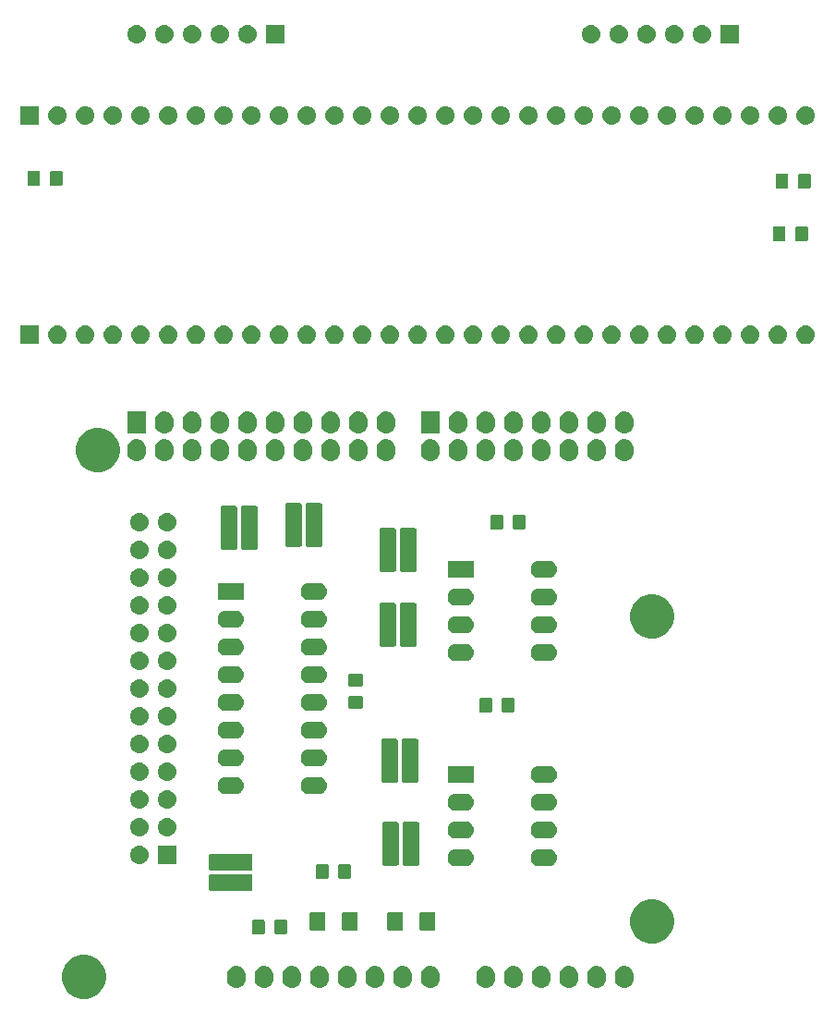
<source format=gts>
G04 #@! TF.GenerationSoftware,KiCad,Pcbnew,5.0.2-bee76a0~70~ubuntu16.04.1*
G04 #@! TF.CreationDate,2019-01-06T13:47:42-08:00*
G04 #@! TF.ProjectId,fpif,66706966-2e6b-4696-9361-645f70636258,rev?*
G04 #@! TF.SameCoordinates,Original*
G04 #@! TF.FileFunction,Soldermask,Top*
G04 #@! TF.FilePolarity,Negative*
%FSLAX46Y46*%
G04 Gerber Fmt 4.6, Leading zero omitted, Abs format (unit mm)*
G04 Created by KiCad (PCBNEW 5.0.2-bee76a0~70~ubuntu16.04.1) date Sun 06 Jan 2019 01:47:42 PM PST*
%MOMM*%
%LPD*%
G01*
G04 APERTURE LIST*
%ADD10C,0.100000*%
G04 APERTURE END LIST*
D10*
G36*
X125560712Y-121871088D02*
X125930510Y-122024263D01*
X125930513Y-122024265D01*
X126263325Y-122246643D01*
X126546357Y-122529675D01*
X126730204Y-122804822D01*
X126768737Y-122862490D01*
X126921912Y-123232288D01*
X127000000Y-123624864D01*
X127000000Y-124025136D01*
X126921912Y-124417712D01*
X126768737Y-124787510D01*
X126768735Y-124787513D01*
X126546357Y-125120325D01*
X126263325Y-125403357D01*
X125930513Y-125625735D01*
X125930510Y-125625737D01*
X125560712Y-125778912D01*
X125168136Y-125857000D01*
X124767864Y-125857000D01*
X124375288Y-125778912D01*
X124005490Y-125625737D01*
X124005487Y-125625735D01*
X123672675Y-125403357D01*
X123389643Y-125120325D01*
X123167265Y-124787513D01*
X123167263Y-124787510D01*
X123014088Y-124417712D01*
X122936000Y-124025136D01*
X122936000Y-123624864D01*
X123014088Y-123232288D01*
X123167263Y-122862490D01*
X123205796Y-122804822D01*
X123389643Y-122529675D01*
X123672675Y-122246643D01*
X124005487Y-122024265D01*
X124005490Y-122024263D01*
X124375288Y-121871088D01*
X124767864Y-121793000D01*
X125168136Y-121793000D01*
X125560712Y-121871088D01*
X125560712Y-121871088D01*
G37*
G36*
X139107294Y-122821496D02*
X139227726Y-122858029D01*
X139270087Y-122870879D01*
X139420112Y-122951068D01*
X139551612Y-123058988D01*
X139659532Y-123190488D01*
X139739721Y-123340512D01*
X139752571Y-123382873D01*
X139789104Y-123503305D01*
X139789104Y-123503307D01*
X139801600Y-123630179D01*
X139801600Y-124019820D01*
X139801076Y-124025136D01*
X139789104Y-124146694D01*
X139752571Y-124267128D01*
X139739721Y-124309488D01*
X139659532Y-124459512D01*
X139551612Y-124591012D01*
X139420112Y-124698932D01*
X139270088Y-124779121D01*
X139242433Y-124787510D01*
X139107295Y-124828504D01*
X138994432Y-124839620D01*
X138938001Y-124845178D01*
X138938000Y-124845178D01*
X138768706Y-124828504D01*
X138633568Y-124787510D01*
X138605913Y-124779121D01*
X138455889Y-124698932D01*
X138365946Y-124625117D01*
X138324388Y-124591012D01*
X138216469Y-124459512D01*
X138194127Y-124417713D01*
X138136279Y-124309488D01*
X138123429Y-124267127D01*
X138086896Y-124146695D01*
X138078565Y-124062112D01*
X138074400Y-124019821D01*
X138074400Y-123630180D01*
X138086896Y-123503308D01*
X138086896Y-123503306D01*
X138136278Y-123340517D01*
X138136279Y-123340513D01*
X138216468Y-123190488D01*
X138324388Y-123058988D01*
X138455888Y-122951068D01*
X138605912Y-122870879D01*
X138648273Y-122858029D01*
X138768705Y-122821496D01*
X138881568Y-122810380D01*
X138937999Y-122804822D01*
X138938000Y-122804822D01*
X139107294Y-122821496D01*
X139107294Y-122821496D01*
G37*
G36*
X174667294Y-122821496D02*
X174787726Y-122858029D01*
X174830087Y-122870879D01*
X174980112Y-122951068D01*
X175111612Y-123058988D01*
X175219532Y-123190488D01*
X175299721Y-123340512D01*
X175312571Y-123382873D01*
X175349104Y-123503305D01*
X175349104Y-123503307D01*
X175361600Y-123630179D01*
X175361600Y-124019820D01*
X175361076Y-124025136D01*
X175349104Y-124146694D01*
X175312571Y-124267128D01*
X175299721Y-124309488D01*
X175219532Y-124459512D01*
X175111612Y-124591012D01*
X174980112Y-124698932D01*
X174830088Y-124779121D01*
X174802433Y-124787510D01*
X174667295Y-124828504D01*
X174554432Y-124839620D01*
X174498001Y-124845178D01*
X174498000Y-124845178D01*
X174328706Y-124828504D01*
X174193568Y-124787510D01*
X174165913Y-124779121D01*
X174015889Y-124698932D01*
X173925946Y-124625117D01*
X173884388Y-124591012D01*
X173776469Y-124459512D01*
X173754127Y-124417713D01*
X173696279Y-124309488D01*
X173683429Y-124267127D01*
X173646896Y-124146695D01*
X173638565Y-124062112D01*
X173634400Y-124019821D01*
X173634400Y-123630180D01*
X173646896Y-123503308D01*
X173646896Y-123503306D01*
X173696278Y-123340517D01*
X173696279Y-123340513D01*
X173776468Y-123190488D01*
X173884388Y-123058988D01*
X174015888Y-122951068D01*
X174165912Y-122870879D01*
X174208273Y-122858029D01*
X174328705Y-122821496D01*
X174441568Y-122810380D01*
X174497999Y-122804822D01*
X174498000Y-122804822D01*
X174667294Y-122821496D01*
X174667294Y-122821496D01*
G37*
G36*
X172127294Y-122821496D02*
X172247726Y-122858029D01*
X172290087Y-122870879D01*
X172440112Y-122951068D01*
X172571612Y-123058988D01*
X172679532Y-123190488D01*
X172759721Y-123340512D01*
X172772571Y-123382873D01*
X172809104Y-123503305D01*
X172809104Y-123503307D01*
X172821600Y-123630179D01*
X172821600Y-124019820D01*
X172821076Y-124025136D01*
X172809104Y-124146694D01*
X172772571Y-124267128D01*
X172759721Y-124309488D01*
X172679532Y-124459512D01*
X172571612Y-124591012D01*
X172440112Y-124698932D01*
X172290088Y-124779121D01*
X172262433Y-124787510D01*
X172127295Y-124828504D01*
X172014432Y-124839620D01*
X171958001Y-124845178D01*
X171958000Y-124845178D01*
X171788706Y-124828504D01*
X171653568Y-124787510D01*
X171625913Y-124779121D01*
X171475889Y-124698932D01*
X171385946Y-124625117D01*
X171344388Y-124591012D01*
X171236469Y-124459512D01*
X171214127Y-124417713D01*
X171156279Y-124309488D01*
X171143429Y-124267127D01*
X171106896Y-124146695D01*
X171098565Y-124062112D01*
X171094400Y-124019821D01*
X171094400Y-123630180D01*
X171106896Y-123503308D01*
X171106896Y-123503306D01*
X171156278Y-123340517D01*
X171156279Y-123340513D01*
X171236468Y-123190488D01*
X171344388Y-123058988D01*
X171475888Y-122951068D01*
X171625912Y-122870879D01*
X171668273Y-122858029D01*
X171788705Y-122821496D01*
X171901568Y-122810380D01*
X171957999Y-122804822D01*
X171958000Y-122804822D01*
X172127294Y-122821496D01*
X172127294Y-122821496D01*
G37*
G36*
X169587294Y-122821496D02*
X169707726Y-122858029D01*
X169750087Y-122870879D01*
X169900112Y-122951068D01*
X170031612Y-123058988D01*
X170139532Y-123190488D01*
X170219721Y-123340512D01*
X170232571Y-123382873D01*
X170269104Y-123503305D01*
X170269104Y-123503307D01*
X170281600Y-123630179D01*
X170281600Y-124019820D01*
X170281076Y-124025136D01*
X170269104Y-124146694D01*
X170232571Y-124267128D01*
X170219721Y-124309488D01*
X170139532Y-124459512D01*
X170031612Y-124591012D01*
X169900112Y-124698932D01*
X169750088Y-124779121D01*
X169722433Y-124787510D01*
X169587295Y-124828504D01*
X169474432Y-124839620D01*
X169418001Y-124845178D01*
X169418000Y-124845178D01*
X169248706Y-124828504D01*
X169113568Y-124787510D01*
X169085913Y-124779121D01*
X168935889Y-124698932D01*
X168845946Y-124625117D01*
X168804388Y-124591012D01*
X168696469Y-124459512D01*
X168674127Y-124417713D01*
X168616279Y-124309488D01*
X168603429Y-124267127D01*
X168566896Y-124146695D01*
X168558565Y-124062112D01*
X168554400Y-124019821D01*
X168554400Y-123630180D01*
X168566896Y-123503308D01*
X168566896Y-123503306D01*
X168616278Y-123340517D01*
X168616279Y-123340513D01*
X168696468Y-123190488D01*
X168804388Y-123058988D01*
X168935888Y-122951068D01*
X169085912Y-122870879D01*
X169128273Y-122858029D01*
X169248705Y-122821496D01*
X169361568Y-122810380D01*
X169417999Y-122804822D01*
X169418000Y-122804822D01*
X169587294Y-122821496D01*
X169587294Y-122821496D01*
G37*
G36*
X167047294Y-122821496D02*
X167167726Y-122858029D01*
X167210087Y-122870879D01*
X167360112Y-122951068D01*
X167491612Y-123058988D01*
X167599532Y-123190488D01*
X167679721Y-123340512D01*
X167692571Y-123382873D01*
X167729104Y-123503305D01*
X167729104Y-123503307D01*
X167741600Y-123630179D01*
X167741600Y-124019820D01*
X167741076Y-124025136D01*
X167729104Y-124146694D01*
X167692571Y-124267128D01*
X167679721Y-124309488D01*
X167599532Y-124459512D01*
X167491612Y-124591012D01*
X167360112Y-124698932D01*
X167210088Y-124779121D01*
X167182433Y-124787510D01*
X167047295Y-124828504D01*
X166934432Y-124839620D01*
X166878001Y-124845178D01*
X166878000Y-124845178D01*
X166708706Y-124828504D01*
X166573568Y-124787510D01*
X166545913Y-124779121D01*
X166395889Y-124698932D01*
X166305946Y-124625117D01*
X166264388Y-124591012D01*
X166156469Y-124459512D01*
X166134127Y-124417713D01*
X166076279Y-124309488D01*
X166063429Y-124267127D01*
X166026896Y-124146695D01*
X166018565Y-124062112D01*
X166014400Y-124019821D01*
X166014400Y-123630180D01*
X166026896Y-123503308D01*
X166026896Y-123503306D01*
X166076278Y-123340517D01*
X166076279Y-123340513D01*
X166156468Y-123190488D01*
X166264388Y-123058988D01*
X166395888Y-122951068D01*
X166545912Y-122870879D01*
X166588273Y-122858029D01*
X166708705Y-122821496D01*
X166821568Y-122810380D01*
X166877999Y-122804822D01*
X166878000Y-122804822D01*
X167047294Y-122821496D01*
X167047294Y-122821496D01*
G37*
G36*
X164507294Y-122821496D02*
X164627726Y-122858029D01*
X164670087Y-122870879D01*
X164820112Y-122951068D01*
X164951612Y-123058988D01*
X165059532Y-123190488D01*
X165139721Y-123340512D01*
X165152571Y-123382873D01*
X165189104Y-123503305D01*
X165189104Y-123503307D01*
X165201600Y-123630179D01*
X165201600Y-124019820D01*
X165201076Y-124025136D01*
X165189104Y-124146694D01*
X165152571Y-124267128D01*
X165139721Y-124309488D01*
X165059532Y-124459512D01*
X164951612Y-124591012D01*
X164820112Y-124698932D01*
X164670088Y-124779121D01*
X164642433Y-124787510D01*
X164507295Y-124828504D01*
X164394432Y-124839620D01*
X164338001Y-124845178D01*
X164338000Y-124845178D01*
X164168706Y-124828504D01*
X164033568Y-124787510D01*
X164005913Y-124779121D01*
X163855889Y-124698932D01*
X163765946Y-124625117D01*
X163724388Y-124591012D01*
X163616469Y-124459512D01*
X163594127Y-124417713D01*
X163536279Y-124309488D01*
X163523429Y-124267127D01*
X163486896Y-124146695D01*
X163478565Y-124062112D01*
X163474400Y-124019821D01*
X163474400Y-123630180D01*
X163486896Y-123503308D01*
X163486896Y-123503306D01*
X163536278Y-123340517D01*
X163536279Y-123340513D01*
X163616468Y-123190488D01*
X163724388Y-123058988D01*
X163855888Y-122951068D01*
X164005912Y-122870879D01*
X164048273Y-122858029D01*
X164168705Y-122821496D01*
X164281568Y-122810380D01*
X164337999Y-122804822D01*
X164338000Y-122804822D01*
X164507294Y-122821496D01*
X164507294Y-122821496D01*
G37*
G36*
X161967294Y-122821496D02*
X162087726Y-122858029D01*
X162130087Y-122870879D01*
X162280112Y-122951068D01*
X162411612Y-123058988D01*
X162519532Y-123190488D01*
X162599721Y-123340512D01*
X162612571Y-123382873D01*
X162649104Y-123503305D01*
X162649104Y-123503307D01*
X162661600Y-123630179D01*
X162661600Y-124019820D01*
X162661076Y-124025136D01*
X162649104Y-124146694D01*
X162612571Y-124267128D01*
X162599721Y-124309488D01*
X162519532Y-124459512D01*
X162411612Y-124591012D01*
X162280112Y-124698932D01*
X162130088Y-124779121D01*
X162102433Y-124787510D01*
X161967295Y-124828504D01*
X161854432Y-124839620D01*
X161798001Y-124845178D01*
X161798000Y-124845178D01*
X161628706Y-124828504D01*
X161493568Y-124787510D01*
X161465913Y-124779121D01*
X161315889Y-124698932D01*
X161225946Y-124625117D01*
X161184388Y-124591012D01*
X161076469Y-124459512D01*
X161054127Y-124417713D01*
X160996279Y-124309488D01*
X160983429Y-124267127D01*
X160946896Y-124146695D01*
X160938565Y-124062112D01*
X160934400Y-124019821D01*
X160934400Y-123630180D01*
X160946896Y-123503308D01*
X160946896Y-123503306D01*
X160996278Y-123340517D01*
X160996279Y-123340513D01*
X161076468Y-123190488D01*
X161184388Y-123058988D01*
X161315888Y-122951068D01*
X161465912Y-122870879D01*
X161508273Y-122858029D01*
X161628705Y-122821496D01*
X161741568Y-122810380D01*
X161797999Y-122804822D01*
X161798000Y-122804822D01*
X161967294Y-122821496D01*
X161967294Y-122821496D01*
G37*
G36*
X154347294Y-122821496D02*
X154467726Y-122858029D01*
X154510087Y-122870879D01*
X154660112Y-122951068D01*
X154791612Y-123058988D01*
X154899532Y-123190488D01*
X154979721Y-123340512D01*
X154992571Y-123382873D01*
X155029104Y-123503305D01*
X155029104Y-123503307D01*
X155041600Y-123630179D01*
X155041600Y-124019820D01*
X155041076Y-124025136D01*
X155029104Y-124146694D01*
X154992571Y-124267128D01*
X154979721Y-124309488D01*
X154899532Y-124459512D01*
X154791612Y-124591012D01*
X154660112Y-124698932D01*
X154510088Y-124779121D01*
X154482433Y-124787510D01*
X154347295Y-124828504D01*
X154234432Y-124839620D01*
X154178001Y-124845178D01*
X154178000Y-124845178D01*
X154008706Y-124828504D01*
X153873568Y-124787510D01*
X153845913Y-124779121D01*
X153695889Y-124698932D01*
X153605946Y-124625117D01*
X153564388Y-124591012D01*
X153456469Y-124459512D01*
X153434127Y-124417713D01*
X153376279Y-124309488D01*
X153363429Y-124267127D01*
X153326896Y-124146695D01*
X153318565Y-124062112D01*
X153314400Y-124019821D01*
X153314400Y-123630180D01*
X153326896Y-123503308D01*
X153326896Y-123503306D01*
X153376278Y-123340517D01*
X153376279Y-123340513D01*
X153456468Y-123190488D01*
X153564388Y-123058988D01*
X153695888Y-122951068D01*
X153845912Y-122870879D01*
X153888273Y-122858029D01*
X154008705Y-122821496D01*
X154121568Y-122810380D01*
X154177999Y-122804822D01*
X154178000Y-122804822D01*
X154347294Y-122821496D01*
X154347294Y-122821496D01*
G37*
G36*
X156887294Y-122821496D02*
X157007726Y-122858029D01*
X157050087Y-122870879D01*
X157200112Y-122951068D01*
X157331612Y-123058988D01*
X157439532Y-123190488D01*
X157519721Y-123340512D01*
X157532571Y-123382873D01*
X157569104Y-123503305D01*
X157569104Y-123503307D01*
X157581600Y-123630179D01*
X157581600Y-124019820D01*
X157581076Y-124025136D01*
X157569104Y-124146694D01*
X157532571Y-124267128D01*
X157519721Y-124309488D01*
X157439532Y-124459512D01*
X157331612Y-124591012D01*
X157200112Y-124698932D01*
X157050088Y-124779121D01*
X157022433Y-124787510D01*
X156887295Y-124828504D01*
X156774432Y-124839620D01*
X156718001Y-124845178D01*
X156718000Y-124845178D01*
X156548706Y-124828504D01*
X156413568Y-124787510D01*
X156385913Y-124779121D01*
X156235889Y-124698932D01*
X156145946Y-124625117D01*
X156104388Y-124591012D01*
X155996469Y-124459512D01*
X155974127Y-124417713D01*
X155916279Y-124309488D01*
X155903429Y-124267127D01*
X155866896Y-124146695D01*
X155858565Y-124062112D01*
X155854400Y-124019821D01*
X155854400Y-123630180D01*
X155866896Y-123503308D01*
X155866896Y-123503306D01*
X155916278Y-123340517D01*
X155916279Y-123340513D01*
X155996468Y-123190488D01*
X156104388Y-123058988D01*
X156235888Y-122951068D01*
X156385912Y-122870879D01*
X156428273Y-122858029D01*
X156548705Y-122821496D01*
X156661568Y-122810380D01*
X156717999Y-122804822D01*
X156718000Y-122804822D01*
X156887294Y-122821496D01*
X156887294Y-122821496D01*
G37*
G36*
X141647294Y-122821496D02*
X141767726Y-122858029D01*
X141810087Y-122870879D01*
X141960112Y-122951068D01*
X142091612Y-123058988D01*
X142199532Y-123190488D01*
X142279721Y-123340512D01*
X142292571Y-123382873D01*
X142329104Y-123503305D01*
X142329104Y-123503307D01*
X142341600Y-123630179D01*
X142341600Y-124019820D01*
X142341076Y-124025136D01*
X142329104Y-124146694D01*
X142292571Y-124267128D01*
X142279721Y-124309488D01*
X142199532Y-124459512D01*
X142091612Y-124591012D01*
X141960112Y-124698932D01*
X141810088Y-124779121D01*
X141782433Y-124787510D01*
X141647295Y-124828504D01*
X141534432Y-124839620D01*
X141478001Y-124845178D01*
X141478000Y-124845178D01*
X141308706Y-124828504D01*
X141173568Y-124787510D01*
X141145913Y-124779121D01*
X140995889Y-124698932D01*
X140905946Y-124625117D01*
X140864388Y-124591012D01*
X140756469Y-124459512D01*
X140734127Y-124417713D01*
X140676279Y-124309488D01*
X140663429Y-124267127D01*
X140626896Y-124146695D01*
X140618565Y-124062112D01*
X140614400Y-124019821D01*
X140614400Y-123630180D01*
X140626896Y-123503308D01*
X140626896Y-123503306D01*
X140676278Y-123340517D01*
X140676279Y-123340513D01*
X140756468Y-123190488D01*
X140864388Y-123058988D01*
X140995888Y-122951068D01*
X141145912Y-122870879D01*
X141188273Y-122858029D01*
X141308705Y-122821496D01*
X141421568Y-122810380D01*
X141477999Y-122804822D01*
X141478000Y-122804822D01*
X141647294Y-122821496D01*
X141647294Y-122821496D01*
G37*
G36*
X144187294Y-122821496D02*
X144307726Y-122858029D01*
X144350087Y-122870879D01*
X144500112Y-122951068D01*
X144631612Y-123058988D01*
X144739532Y-123190488D01*
X144819721Y-123340512D01*
X144832571Y-123382873D01*
X144869104Y-123503305D01*
X144869104Y-123503307D01*
X144881600Y-123630179D01*
X144881600Y-124019820D01*
X144881076Y-124025136D01*
X144869104Y-124146694D01*
X144832571Y-124267128D01*
X144819721Y-124309488D01*
X144739532Y-124459512D01*
X144631612Y-124591012D01*
X144500112Y-124698932D01*
X144350088Y-124779121D01*
X144322433Y-124787510D01*
X144187295Y-124828504D01*
X144074432Y-124839620D01*
X144018001Y-124845178D01*
X144018000Y-124845178D01*
X143848706Y-124828504D01*
X143713568Y-124787510D01*
X143685913Y-124779121D01*
X143535889Y-124698932D01*
X143445946Y-124625117D01*
X143404388Y-124591012D01*
X143296469Y-124459512D01*
X143274127Y-124417713D01*
X143216279Y-124309488D01*
X143203429Y-124267127D01*
X143166896Y-124146695D01*
X143158565Y-124062112D01*
X143154400Y-124019821D01*
X143154400Y-123630180D01*
X143166896Y-123503308D01*
X143166896Y-123503306D01*
X143216278Y-123340517D01*
X143216279Y-123340513D01*
X143296468Y-123190488D01*
X143404388Y-123058988D01*
X143535888Y-122951068D01*
X143685912Y-122870879D01*
X143728273Y-122858029D01*
X143848705Y-122821496D01*
X143961568Y-122810380D01*
X144017999Y-122804822D01*
X144018000Y-122804822D01*
X144187294Y-122821496D01*
X144187294Y-122821496D01*
G37*
G36*
X149267294Y-122821496D02*
X149387726Y-122858029D01*
X149430087Y-122870879D01*
X149580112Y-122951068D01*
X149711612Y-123058988D01*
X149819532Y-123190488D01*
X149899721Y-123340512D01*
X149912571Y-123382873D01*
X149949104Y-123503305D01*
X149949104Y-123503307D01*
X149961600Y-123630179D01*
X149961600Y-124019820D01*
X149961076Y-124025136D01*
X149949104Y-124146694D01*
X149912571Y-124267128D01*
X149899721Y-124309488D01*
X149819532Y-124459512D01*
X149711612Y-124591012D01*
X149580112Y-124698932D01*
X149430088Y-124779121D01*
X149402433Y-124787510D01*
X149267295Y-124828504D01*
X149154432Y-124839620D01*
X149098001Y-124845178D01*
X149098000Y-124845178D01*
X148928706Y-124828504D01*
X148793568Y-124787510D01*
X148765913Y-124779121D01*
X148615889Y-124698932D01*
X148525946Y-124625117D01*
X148484388Y-124591012D01*
X148376469Y-124459512D01*
X148354127Y-124417713D01*
X148296279Y-124309488D01*
X148283429Y-124267127D01*
X148246896Y-124146695D01*
X148238565Y-124062112D01*
X148234400Y-124019821D01*
X148234400Y-123630180D01*
X148246896Y-123503308D01*
X148246896Y-123503306D01*
X148296278Y-123340517D01*
X148296279Y-123340513D01*
X148376468Y-123190488D01*
X148484388Y-123058988D01*
X148615888Y-122951068D01*
X148765912Y-122870879D01*
X148808273Y-122858029D01*
X148928705Y-122821496D01*
X149041568Y-122810380D01*
X149097999Y-122804822D01*
X149098000Y-122804822D01*
X149267294Y-122821496D01*
X149267294Y-122821496D01*
G37*
G36*
X151807294Y-122821496D02*
X151927726Y-122858029D01*
X151970087Y-122870879D01*
X152120112Y-122951068D01*
X152251612Y-123058988D01*
X152359532Y-123190488D01*
X152439721Y-123340512D01*
X152452571Y-123382873D01*
X152489104Y-123503305D01*
X152489104Y-123503307D01*
X152501600Y-123630179D01*
X152501600Y-124019820D01*
X152501076Y-124025136D01*
X152489104Y-124146694D01*
X152452571Y-124267128D01*
X152439721Y-124309488D01*
X152359532Y-124459512D01*
X152251612Y-124591012D01*
X152120112Y-124698932D01*
X151970088Y-124779121D01*
X151942433Y-124787510D01*
X151807295Y-124828504D01*
X151694432Y-124839620D01*
X151638001Y-124845178D01*
X151638000Y-124845178D01*
X151468706Y-124828504D01*
X151333568Y-124787510D01*
X151305913Y-124779121D01*
X151155889Y-124698932D01*
X151065946Y-124625117D01*
X151024388Y-124591012D01*
X150916469Y-124459512D01*
X150894127Y-124417713D01*
X150836279Y-124309488D01*
X150823429Y-124267127D01*
X150786896Y-124146695D01*
X150778565Y-124062112D01*
X150774400Y-124019821D01*
X150774400Y-123630180D01*
X150786896Y-123503308D01*
X150786896Y-123503306D01*
X150836278Y-123340517D01*
X150836279Y-123340513D01*
X150916468Y-123190488D01*
X151024388Y-123058988D01*
X151155888Y-122951068D01*
X151305912Y-122870879D01*
X151348273Y-122858029D01*
X151468705Y-122821496D01*
X151581568Y-122810380D01*
X151637999Y-122804822D01*
X151638000Y-122804822D01*
X151807294Y-122821496D01*
X151807294Y-122821496D01*
G37*
G36*
X146727294Y-122821496D02*
X146847726Y-122858029D01*
X146890087Y-122870879D01*
X147040112Y-122951068D01*
X147171612Y-123058988D01*
X147279532Y-123190488D01*
X147359721Y-123340512D01*
X147372571Y-123382873D01*
X147409104Y-123503305D01*
X147409104Y-123503307D01*
X147421600Y-123630179D01*
X147421600Y-124019820D01*
X147421076Y-124025136D01*
X147409104Y-124146694D01*
X147372571Y-124267128D01*
X147359721Y-124309488D01*
X147279532Y-124459512D01*
X147171612Y-124591012D01*
X147040112Y-124698932D01*
X146890088Y-124779121D01*
X146862433Y-124787510D01*
X146727295Y-124828504D01*
X146614432Y-124839620D01*
X146558001Y-124845178D01*
X146558000Y-124845178D01*
X146388706Y-124828504D01*
X146253568Y-124787510D01*
X146225913Y-124779121D01*
X146075889Y-124698932D01*
X145985946Y-124625117D01*
X145944388Y-124591012D01*
X145836469Y-124459512D01*
X145814127Y-124417713D01*
X145756279Y-124309488D01*
X145743429Y-124267127D01*
X145706896Y-124146695D01*
X145698565Y-124062112D01*
X145694400Y-124019821D01*
X145694400Y-123630180D01*
X145706896Y-123503308D01*
X145706896Y-123503306D01*
X145756278Y-123340517D01*
X145756279Y-123340513D01*
X145836468Y-123190488D01*
X145944388Y-123058988D01*
X146075888Y-122951068D01*
X146225912Y-122870879D01*
X146268273Y-122858029D01*
X146388705Y-122821496D01*
X146501568Y-122810380D01*
X146557999Y-122804822D01*
X146558000Y-122804822D01*
X146727294Y-122821496D01*
X146727294Y-122821496D01*
G37*
G36*
X177630712Y-116791088D02*
X178000510Y-116944263D01*
X178000513Y-116944265D01*
X178333325Y-117166643D01*
X178616357Y-117449675D01*
X178838735Y-117782487D01*
X178838737Y-117782490D01*
X178991912Y-118152288D01*
X179070000Y-118544864D01*
X179070000Y-118945136D01*
X178991912Y-119337712D01*
X178838737Y-119707510D01*
X178838735Y-119707513D01*
X178616357Y-120040325D01*
X178333325Y-120323357D01*
X178000513Y-120545735D01*
X178000510Y-120545737D01*
X177630712Y-120698912D01*
X177238136Y-120777000D01*
X176837864Y-120777000D01*
X176445288Y-120698912D01*
X176075490Y-120545737D01*
X176075487Y-120545735D01*
X175742675Y-120323357D01*
X175459643Y-120040325D01*
X175237265Y-119707513D01*
X175237263Y-119707510D01*
X175084088Y-119337712D01*
X175006000Y-118945136D01*
X175006000Y-118544864D01*
X175084088Y-118152288D01*
X175237263Y-117782490D01*
X175237265Y-117782487D01*
X175459643Y-117449675D01*
X175742675Y-117166643D01*
X176075487Y-116944265D01*
X176075490Y-116944263D01*
X176445288Y-116791088D01*
X176837864Y-116713000D01*
X177238136Y-116713000D01*
X177630712Y-116791088D01*
X177630712Y-116791088D01*
G37*
G36*
X143441522Y-118557039D02*
X143475053Y-118567211D01*
X143505960Y-118583731D01*
X143533043Y-118605957D01*
X143555269Y-118633040D01*
X143571789Y-118663947D01*
X143581961Y-118697478D01*
X143586000Y-118738487D01*
X143586000Y-119767513D01*
X143581961Y-119808522D01*
X143571789Y-119842053D01*
X143555269Y-119872960D01*
X143533043Y-119900043D01*
X143505960Y-119922269D01*
X143475053Y-119938789D01*
X143441522Y-119948961D01*
X143400513Y-119953000D01*
X142621487Y-119953000D01*
X142580478Y-119948961D01*
X142546947Y-119938789D01*
X142516040Y-119922269D01*
X142488957Y-119900043D01*
X142466731Y-119872960D01*
X142450211Y-119842053D01*
X142440039Y-119808522D01*
X142436000Y-119767513D01*
X142436000Y-118738487D01*
X142440039Y-118697478D01*
X142450211Y-118663947D01*
X142466731Y-118633040D01*
X142488957Y-118605957D01*
X142516040Y-118583731D01*
X142546947Y-118567211D01*
X142580478Y-118557039D01*
X142621487Y-118553000D01*
X143400513Y-118553000D01*
X143441522Y-118557039D01*
X143441522Y-118557039D01*
G37*
G36*
X141391522Y-118557039D02*
X141425053Y-118567211D01*
X141455960Y-118583731D01*
X141483043Y-118605957D01*
X141505269Y-118633040D01*
X141521789Y-118663947D01*
X141531961Y-118697478D01*
X141536000Y-118738487D01*
X141536000Y-119767513D01*
X141531961Y-119808522D01*
X141521789Y-119842053D01*
X141505269Y-119872960D01*
X141483043Y-119900043D01*
X141455960Y-119922269D01*
X141425053Y-119938789D01*
X141391522Y-119948961D01*
X141350513Y-119953000D01*
X140571487Y-119953000D01*
X140530478Y-119948961D01*
X140496947Y-119938789D01*
X140466040Y-119922269D01*
X140438957Y-119900043D01*
X140416731Y-119872960D01*
X140400211Y-119842053D01*
X140390039Y-119808522D01*
X140386000Y-119767513D01*
X140386000Y-118738487D01*
X140390039Y-118697478D01*
X140400211Y-118663947D01*
X140416731Y-118633040D01*
X140438957Y-118605957D01*
X140466040Y-118583731D01*
X140496947Y-118567211D01*
X140530478Y-118557039D01*
X140571487Y-118553000D01*
X141350513Y-118553000D01*
X141391522Y-118557039D01*
X141391522Y-118557039D01*
G37*
G36*
X157039964Y-117873837D02*
X157071528Y-117883412D01*
X157100617Y-117898960D01*
X157126114Y-117919886D01*
X157147040Y-117945383D01*
X157162588Y-117974472D01*
X157172163Y-118006036D01*
X157176000Y-118044998D01*
X157176000Y-119445002D01*
X157172163Y-119483964D01*
X157162588Y-119515528D01*
X157147040Y-119544617D01*
X157126114Y-119570114D01*
X157100617Y-119591040D01*
X157071528Y-119606588D01*
X157039964Y-119616163D01*
X157001002Y-119620000D01*
X155925998Y-119620000D01*
X155887036Y-119616163D01*
X155855472Y-119606588D01*
X155826383Y-119591040D01*
X155800886Y-119570114D01*
X155779960Y-119544617D01*
X155764412Y-119515528D01*
X155754837Y-119483964D01*
X155751000Y-119445002D01*
X155751000Y-118044998D01*
X155754837Y-118006036D01*
X155764412Y-117974472D01*
X155779960Y-117945383D01*
X155800886Y-117919886D01*
X155826383Y-117898960D01*
X155855472Y-117883412D01*
X155887036Y-117873837D01*
X155925998Y-117870000D01*
X157001002Y-117870000D01*
X157039964Y-117873837D01*
X157039964Y-117873837D01*
G37*
G36*
X154064964Y-117873837D02*
X154096528Y-117883412D01*
X154125617Y-117898960D01*
X154151114Y-117919886D01*
X154172040Y-117945383D01*
X154187588Y-117974472D01*
X154197163Y-118006036D01*
X154201000Y-118044998D01*
X154201000Y-119445002D01*
X154197163Y-119483964D01*
X154187588Y-119515528D01*
X154172040Y-119544617D01*
X154151114Y-119570114D01*
X154125617Y-119591040D01*
X154096528Y-119606588D01*
X154064964Y-119616163D01*
X154026002Y-119620000D01*
X152950998Y-119620000D01*
X152912036Y-119616163D01*
X152880472Y-119606588D01*
X152851383Y-119591040D01*
X152825886Y-119570114D01*
X152804960Y-119544617D01*
X152789412Y-119515528D01*
X152779837Y-119483964D01*
X152776000Y-119445002D01*
X152776000Y-118044998D01*
X152779837Y-118006036D01*
X152789412Y-117974472D01*
X152804960Y-117945383D01*
X152825886Y-117919886D01*
X152851383Y-117898960D01*
X152880472Y-117883412D01*
X152912036Y-117873837D01*
X152950998Y-117870000D01*
X154026002Y-117870000D01*
X154064964Y-117873837D01*
X154064964Y-117873837D01*
G37*
G36*
X149927964Y-117873837D02*
X149959528Y-117883412D01*
X149988617Y-117898960D01*
X150014114Y-117919886D01*
X150035040Y-117945383D01*
X150050588Y-117974472D01*
X150060163Y-118006036D01*
X150064000Y-118044998D01*
X150064000Y-119445002D01*
X150060163Y-119483964D01*
X150050588Y-119515528D01*
X150035040Y-119544617D01*
X150014114Y-119570114D01*
X149988617Y-119591040D01*
X149959528Y-119606588D01*
X149927964Y-119616163D01*
X149889002Y-119620000D01*
X148813998Y-119620000D01*
X148775036Y-119616163D01*
X148743472Y-119606588D01*
X148714383Y-119591040D01*
X148688886Y-119570114D01*
X148667960Y-119544617D01*
X148652412Y-119515528D01*
X148642837Y-119483964D01*
X148639000Y-119445002D01*
X148639000Y-118044998D01*
X148642837Y-118006036D01*
X148652412Y-117974472D01*
X148667960Y-117945383D01*
X148688886Y-117919886D01*
X148714383Y-117898960D01*
X148743472Y-117883412D01*
X148775036Y-117873837D01*
X148813998Y-117870000D01*
X149889002Y-117870000D01*
X149927964Y-117873837D01*
X149927964Y-117873837D01*
G37*
G36*
X146952964Y-117873837D02*
X146984528Y-117883412D01*
X147013617Y-117898960D01*
X147039114Y-117919886D01*
X147060040Y-117945383D01*
X147075588Y-117974472D01*
X147085163Y-118006036D01*
X147089000Y-118044998D01*
X147089000Y-119445002D01*
X147085163Y-119483964D01*
X147075588Y-119515528D01*
X147060040Y-119544617D01*
X147039114Y-119570114D01*
X147013617Y-119591040D01*
X146984528Y-119606588D01*
X146952964Y-119616163D01*
X146914002Y-119620000D01*
X145838998Y-119620000D01*
X145800036Y-119616163D01*
X145768472Y-119606588D01*
X145739383Y-119591040D01*
X145713886Y-119570114D01*
X145692960Y-119544617D01*
X145677412Y-119515528D01*
X145667837Y-119483964D01*
X145664000Y-119445002D01*
X145664000Y-118044998D01*
X145667837Y-118006036D01*
X145677412Y-117974472D01*
X145692960Y-117945383D01*
X145713886Y-117919886D01*
X145739383Y-117898960D01*
X145768472Y-117883412D01*
X145800036Y-117873837D01*
X145838998Y-117870000D01*
X146914002Y-117870000D01*
X146952964Y-117873837D01*
X146952964Y-117873837D01*
G37*
G36*
X140296281Y-114430782D02*
X140327305Y-114440193D01*
X140355899Y-114455477D01*
X140380957Y-114476043D01*
X140401523Y-114501101D01*
X140416807Y-114529695D01*
X140426218Y-114560719D01*
X140430000Y-114599122D01*
X140430000Y-115779878D01*
X140426218Y-115818281D01*
X140416807Y-115849305D01*
X140401523Y-115877899D01*
X140380957Y-115902957D01*
X140355899Y-115923523D01*
X140327305Y-115938807D01*
X140296281Y-115948218D01*
X140257878Y-115952000D01*
X136602122Y-115952000D01*
X136563719Y-115948218D01*
X136532695Y-115938807D01*
X136504101Y-115923523D01*
X136479043Y-115902957D01*
X136458477Y-115877899D01*
X136443193Y-115849305D01*
X136433782Y-115818281D01*
X136430000Y-115779878D01*
X136430000Y-114599122D01*
X136433782Y-114560719D01*
X136443193Y-114529695D01*
X136458477Y-114501101D01*
X136479043Y-114476043D01*
X136504101Y-114455477D01*
X136532695Y-114440193D01*
X136563719Y-114430782D01*
X136602122Y-114427000D01*
X140257878Y-114427000D01*
X140296281Y-114430782D01*
X140296281Y-114430782D01*
G37*
G36*
X149292522Y-113477039D02*
X149326053Y-113487211D01*
X149356960Y-113503731D01*
X149384043Y-113525957D01*
X149406269Y-113553040D01*
X149422789Y-113583947D01*
X149432961Y-113617478D01*
X149437000Y-113658487D01*
X149437000Y-114687513D01*
X149432961Y-114728522D01*
X149422789Y-114762053D01*
X149406269Y-114792960D01*
X149384043Y-114820043D01*
X149356960Y-114842269D01*
X149326053Y-114858789D01*
X149292522Y-114868961D01*
X149251513Y-114873000D01*
X148472487Y-114873000D01*
X148431478Y-114868961D01*
X148397947Y-114858789D01*
X148367040Y-114842269D01*
X148339957Y-114820043D01*
X148317731Y-114792960D01*
X148301211Y-114762053D01*
X148291039Y-114728522D01*
X148287000Y-114687513D01*
X148287000Y-113658487D01*
X148291039Y-113617478D01*
X148301211Y-113583947D01*
X148317731Y-113553040D01*
X148339957Y-113525957D01*
X148367040Y-113503731D01*
X148397947Y-113487211D01*
X148431478Y-113477039D01*
X148472487Y-113473000D01*
X149251513Y-113473000D01*
X149292522Y-113477039D01*
X149292522Y-113477039D01*
G37*
G36*
X147242522Y-113477039D02*
X147276053Y-113487211D01*
X147306960Y-113503731D01*
X147334043Y-113525957D01*
X147356269Y-113553040D01*
X147372789Y-113583947D01*
X147382961Y-113617478D01*
X147387000Y-113658487D01*
X147387000Y-114687513D01*
X147382961Y-114728522D01*
X147372789Y-114762053D01*
X147356269Y-114792960D01*
X147334043Y-114820043D01*
X147306960Y-114842269D01*
X147276053Y-114858789D01*
X147242522Y-114868961D01*
X147201513Y-114873000D01*
X146422487Y-114873000D01*
X146381478Y-114868961D01*
X146347947Y-114858789D01*
X146317040Y-114842269D01*
X146289957Y-114820043D01*
X146267731Y-114792960D01*
X146251211Y-114762053D01*
X146241039Y-114728522D01*
X146237000Y-114687513D01*
X146237000Y-113658487D01*
X146241039Y-113617478D01*
X146251211Y-113583947D01*
X146267731Y-113553040D01*
X146289957Y-113525957D01*
X146317040Y-113503731D01*
X146347947Y-113487211D01*
X146381478Y-113477039D01*
X146422487Y-113473000D01*
X147201513Y-113473000D01*
X147242522Y-113477039D01*
X147242522Y-113477039D01*
G37*
G36*
X140296281Y-112555782D02*
X140327305Y-112565193D01*
X140355899Y-112580477D01*
X140380957Y-112601043D01*
X140401523Y-112626101D01*
X140416807Y-112654695D01*
X140426218Y-112685719D01*
X140430000Y-112724122D01*
X140430000Y-113904878D01*
X140426218Y-113943281D01*
X140416807Y-113974305D01*
X140401523Y-114002899D01*
X140380957Y-114027957D01*
X140355899Y-114048523D01*
X140327305Y-114063807D01*
X140296281Y-114073218D01*
X140257878Y-114077000D01*
X136602122Y-114077000D01*
X136563719Y-114073218D01*
X136532695Y-114063807D01*
X136504101Y-114048523D01*
X136479043Y-114027957D01*
X136458477Y-114002899D01*
X136443193Y-113974305D01*
X136433782Y-113943281D01*
X136430000Y-113904878D01*
X136430000Y-112724122D01*
X136433782Y-112685719D01*
X136443193Y-112654695D01*
X136458477Y-112626101D01*
X136479043Y-112601043D01*
X136504101Y-112580477D01*
X136532695Y-112565193D01*
X136563719Y-112555782D01*
X136602122Y-112552000D01*
X140257878Y-112552000D01*
X140296281Y-112555782D01*
X140296281Y-112555782D01*
G37*
G36*
X160029649Y-112110717D02*
X160068827Y-112114576D01*
X160144227Y-112137448D01*
X160219629Y-112160321D01*
X160358608Y-112234608D01*
X160480422Y-112334578D01*
X160580392Y-112456392D01*
X160654679Y-112595371D01*
X160700424Y-112746174D01*
X160715870Y-112903000D01*
X160700424Y-113059826D01*
X160654679Y-113210629D01*
X160580392Y-113349608D01*
X160480422Y-113471422D01*
X160358608Y-113571392D01*
X160219629Y-113645679D01*
X160177406Y-113658487D01*
X160068827Y-113691424D01*
X160029649Y-113695283D01*
X159951295Y-113703000D01*
X159072705Y-113703000D01*
X158994351Y-113695283D01*
X158955173Y-113691424D01*
X158846594Y-113658487D01*
X158804371Y-113645679D01*
X158665392Y-113571392D01*
X158543578Y-113471422D01*
X158443608Y-113349608D01*
X158369321Y-113210629D01*
X158323576Y-113059826D01*
X158308130Y-112903000D01*
X158323576Y-112746174D01*
X158369321Y-112595371D01*
X158443608Y-112456392D01*
X158543578Y-112334578D01*
X158665392Y-112234608D01*
X158804371Y-112160321D01*
X158879773Y-112137448D01*
X158955173Y-112114576D01*
X158994351Y-112110717D01*
X159072705Y-112103000D01*
X159951295Y-112103000D01*
X160029649Y-112110717D01*
X160029649Y-112110717D01*
G37*
G36*
X167649649Y-112110717D02*
X167688827Y-112114576D01*
X167764227Y-112137448D01*
X167839629Y-112160321D01*
X167978608Y-112234608D01*
X168100422Y-112334578D01*
X168200392Y-112456392D01*
X168274679Y-112595371D01*
X168320424Y-112746174D01*
X168335870Y-112903000D01*
X168320424Y-113059826D01*
X168274679Y-113210629D01*
X168200392Y-113349608D01*
X168100422Y-113471422D01*
X167978608Y-113571392D01*
X167839629Y-113645679D01*
X167797406Y-113658487D01*
X167688827Y-113691424D01*
X167649649Y-113695283D01*
X167571295Y-113703000D01*
X166692705Y-113703000D01*
X166614351Y-113695283D01*
X166575173Y-113691424D01*
X166466594Y-113658487D01*
X166424371Y-113645679D01*
X166285392Y-113571392D01*
X166163578Y-113471422D01*
X166063608Y-113349608D01*
X165989321Y-113210629D01*
X165943576Y-113059826D01*
X165928130Y-112903000D01*
X165943576Y-112746174D01*
X165989321Y-112595371D01*
X166063608Y-112456392D01*
X166163578Y-112334578D01*
X166285392Y-112234608D01*
X166424371Y-112160321D01*
X166499773Y-112137448D01*
X166575173Y-112114576D01*
X166614351Y-112110717D01*
X166692705Y-112103000D01*
X167571295Y-112103000D01*
X167649649Y-112110717D01*
X167649649Y-112110717D01*
G37*
G36*
X155568281Y-109636782D02*
X155599305Y-109646193D01*
X155627899Y-109661477D01*
X155652957Y-109682043D01*
X155673523Y-109707101D01*
X155688807Y-109735695D01*
X155698218Y-109766719D01*
X155702000Y-109805122D01*
X155702000Y-113460878D01*
X155698218Y-113499281D01*
X155688807Y-113530305D01*
X155673523Y-113558899D01*
X155652957Y-113583957D01*
X155627899Y-113604523D01*
X155599305Y-113619807D01*
X155568281Y-113629218D01*
X155529878Y-113633000D01*
X154349122Y-113633000D01*
X154310719Y-113629218D01*
X154279695Y-113619807D01*
X154251101Y-113604523D01*
X154226043Y-113583957D01*
X154205477Y-113558899D01*
X154190193Y-113530305D01*
X154180782Y-113499281D01*
X154177000Y-113460878D01*
X154177000Y-109805122D01*
X154180782Y-109766719D01*
X154190193Y-109735695D01*
X154205477Y-109707101D01*
X154226043Y-109682043D01*
X154251101Y-109661477D01*
X154279695Y-109646193D01*
X154310719Y-109636782D01*
X154349122Y-109633000D01*
X155529878Y-109633000D01*
X155568281Y-109636782D01*
X155568281Y-109636782D01*
G37*
G36*
X153693281Y-109636782D02*
X153724305Y-109646193D01*
X153752899Y-109661477D01*
X153777957Y-109682043D01*
X153798523Y-109707101D01*
X153813807Y-109735695D01*
X153823218Y-109766719D01*
X153827000Y-109805122D01*
X153827000Y-113460878D01*
X153823218Y-113499281D01*
X153813807Y-113530305D01*
X153798523Y-113558899D01*
X153777957Y-113583957D01*
X153752899Y-113604523D01*
X153724305Y-113619807D01*
X153693281Y-113629218D01*
X153654878Y-113633000D01*
X152474122Y-113633000D01*
X152435719Y-113629218D01*
X152404695Y-113619807D01*
X152376101Y-113604523D01*
X152351043Y-113583957D01*
X152330477Y-113558899D01*
X152315193Y-113530305D01*
X152305782Y-113499281D01*
X152302000Y-113460878D01*
X152302000Y-109805122D01*
X152305782Y-109766719D01*
X152315193Y-109735695D01*
X152330477Y-109707101D01*
X152351043Y-109682043D01*
X152376101Y-109661477D01*
X152404695Y-109646193D01*
X152435719Y-109636782D01*
X152474122Y-109633000D01*
X153654878Y-109633000D01*
X153693281Y-109636782D01*
X153693281Y-109636782D01*
G37*
G36*
X130214630Y-111811299D02*
X130374855Y-111859903D01*
X130522520Y-111938831D01*
X130651949Y-112045051D01*
X130758169Y-112174480D01*
X130837097Y-112322145D01*
X130885701Y-112482370D01*
X130902112Y-112649000D01*
X130885701Y-112815630D01*
X130837097Y-112975855D01*
X130758169Y-113123520D01*
X130651949Y-113252949D01*
X130522520Y-113359169D01*
X130374855Y-113438097D01*
X130214630Y-113486701D01*
X130089752Y-113499000D01*
X130006248Y-113499000D01*
X129881370Y-113486701D01*
X129721145Y-113438097D01*
X129573480Y-113359169D01*
X129444051Y-113252949D01*
X129337831Y-113123520D01*
X129258903Y-112975855D01*
X129210299Y-112815630D01*
X129193888Y-112649000D01*
X129210299Y-112482370D01*
X129258903Y-112322145D01*
X129337831Y-112174480D01*
X129444051Y-112045051D01*
X129573480Y-111938831D01*
X129721145Y-111859903D01*
X129881370Y-111811299D01*
X130006248Y-111799000D01*
X130089752Y-111799000D01*
X130214630Y-111811299D01*
X130214630Y-111811299D01*
G37*
G36*
X133438000Y-113499000D02*
X131738000Y-113499000D01*
X131738000Y-111799000D01*
X133438000Y-111799000D01*
X133438000Y-113499000D01*
X133438000Y-113499000D01*
G37*
G36*
X160029649Y-109570717D02*
X160068827Y-109574576D01*
X160144227Y-109597448D01*
X160219629Y-109620321D01*
X160358608Y-109694608D01*
X160480422Y-109794578D01*
X160580392Y-109916392D01*
X160654679Y-110055371D01*
X160700424Y-110206174D01*
X160715870Y-110363000D01*
X160700424Y-110519826D01*
X160654679Y-110670629D01*
X160580392Y-110809608D01*
X160480422Y-110931422D01*
X160358608Y-111031392D01*
X160219629Y-111105679D01*
X160144227Y-111128552D01*
X160068827Y-111151424D01*
X160029649Y-111155283D01*
X159951295Y-111163000D01*
X159072705Y-111163000D01*
X158994351Y-111155283D01*
X158955173Y-111151424D01*
X158879773Y-111128552D01*
X158804371Y-111105679D01*
X158665392Y-111031392D01*
X158543578Y-110931422D01*
X158443608Y-110809608D01*
X158369321Y-110670629D01*
X158323576Y-110519826D01*
X158308130Y-110363000D01*
X158323576Y-110206174D01*
X158369321Y-110055371D01*
X158443608Y-109916392D01*
X158543578Y-109794578D01*
X158665392Y-109694608D01*
X158804371Y-109620321D01*
X158879773Y-109597448D01*
X158955173Y-109574576D01*
X158994351Y-109570717D01*
X159072705Y-109563000D01*
X159951295Y-109563000D01*
X160029649Y-109570717D01*
X160029649Y-109570717D01*
G37*
G36*
X167649649Y-109570717D02*
X167688827Y-109574576D01*
X167764227Y-109597448D01*
X167839629Y-109620321D01*
X167978608Y-109694608D01*
X168100422Y-109794578D01*
X168200392Y-109916392D01*
X168274679Y-110055371D01*
X168320424Y-110206174D01*
X168335870Y-110363000D01*
X168320424Y-110519826D01*
X168274679Y-110670629D01*
X168200392Y-110809608D01*
X168100422Y-110931422D01*
X167978608Y-111031392D01*
X167839629Y-111105679D01*
X167764227Y-111128552D01*
X167688827Y-111151424D01*
X167649649Y-111155283D01*
X167571295Y-111163000D01*
X166692705Y-111163000D01*
X166614351Y-111155283D01*
X166575173Y-111151424D01*
X166499773Y-111128552D01*
X166424371Y-111105679D01*
X166285392Y-111031392D01*
X166163578Y-110931422D01*
X166063608Y-110809608D01*
X165989321Y-110670629D01*
X165943576Y-110519826D01*
X165928130Y-110363000D01*
X165943576Y-110206174D01*
X165989321Y-110055371D01*
X166063608Y-109916392D01*
X166163578Y-109794578D01*
X166285392Y-109694608D01*
X166424371Y-109620321D01*
X166499773Y-109597448D01*
X166575173Y-109574576D01*
X166614351Y-109570717D01*
X166692705Y-109563000D01*
X167571295Y-109563000D01*
X167649649Y-109570717D01*
X167649649Y-109570717D01*
G37*
G36*
X132754630Y-109271299D02*
X132914855Y-109319903D01*
X133062520Y-109398831D01*
X133191949Y-109505051D01*
X133298169Y-109634480D01*
X133377097Y-109782145D01*
X133425701Y-109942370D01*
X133442112Y-110109000D01*
X133425701Y-110275630D01*
X133377097Y-110435855D01*
X133298169Y-110583520D01*
X133191949Y-110712949D01*
X133062520Y-110819169D01*
X132914855Y-110898097D01*
X132754630Y-110946701D01*
X132629752Y-110959000D01*
X132546248Y-110959000D01*
X132421370Y-110946701D01*
X132261145Y-110898097D01*
X132113480Y-110819169D01*
X131984051Y-110712949D01*
X131877831Y-110583520D01*
X131798903Y-110435855D01*
X131750299Y-110275630D01*
X131733888Y-110109000D01*
X131750299Y-109942370D01*
X131798903Y-109782145D01*
X131877831Y-109634480D01*
X131984051Y-109505051D01*
X132113480Y-109398831D01*
X132261145Y-109319903D01*
X132421370Y-109271299D01*
X132546248Y-109259000D01*
X132629752Y-109259000D01*
X132754630Y-109271299D01*
X132754630Y-109271299D01*
G37*
G36*
X130214630Y-109271299D02*
X130374855Y-109319903D01*
X130522520Y-109398831D01*
X130651949Y-109505051D01*
X130758169Y-109634480D01*
X130837097Y-109782145D01*
X130885701Y-109942370D01*
X130902112Y-110109000D01*
X130885701Y-110275630D01*
X130837097Y-110435855D01*
X130758169Y-110583520D01*
X130651949Y-110712949D01*
X130522520Y-110819169D01*
X130374855Y-110898097D01*
X130214630Y-110946701D01*
X130089752Y-110959000D01*
X130006248Y-110959000D01*
X129881370Y-110946701D01*
X129721145Y-110898097D01*
X129573480Y-110819169D01*
X129444051Y-110712949D01*
X129337831Y-110583520D01*
X129258903Y-110435855D01*
X129210299Y-110275630D01*
X129193888Y-110109000D01*
X129210299Y-109942370D01*
X129258903Y-109782145D01*
X129337831Y-109634480D01*
X129444051Y-109505051D01*
X129573480Y-109398831D01*
X129721145Y-109319903D01*
X129881370Y-109271299D01*
X130006248Y-109259000D01*
X130089752Y-109259000D01*
X130214630Y-109271299D01*
X130214630Y-109271299D01*
G37*
G36*
X167649649Y-107030717D02*
X167688827Y-107034576D01*
X167712242Y-107041679D01*
X167839629Y-107080321D01*
X167978608Y-107154608D01*
X168100422Y-107254578D01*
X168200392Y-107376392D01*
X168274679Y-107515371D01*
X168320424Y-107666174D01*
X168335870Y-107823000D01*
X168320424Y-107979826D01*
X168274679Y-108130629D01*
X168200392Y-108269608D01*
X168100422Y-108391422D01*
X167978608Y-108491392D01*
X167839629Y-108565679D01*
X167764228Y-108588551D01*
X167688827Y-108611424D01*
X167649649Y-108615283D01*
X167571295Y-108623000D01*
X166692705Y-108623000D01*
X166614351Y-108615283D01*
X166575173Y-108611424D01*
X166499772Y-108588551D01*
X166424371Y-108565679D01*
X166285392Y-108491392D01*
X166163578Y-108391422D01*
X166063608Y-108269608D01*
X165989321Y-108130629D01*
X165943576Y-107979826D01*
X165928130Y-107823000D01*
X165943576Y-107666174D01*
X165989321Y-107515371D01*
X166063608Y-107376392D01*
X166163578Y-107254578D01*
X166285392Y-107154608D01*
X166424371Y-107080321D01*
X166551758Y-107041679D01*
X166575173Y-107034576D01*
X166614351Y-107030717D01*
X166692705Y-107023000D01*
X167571295Y-107023000D01*
X167649649Y-107030717D01*
X167649649Y-107030717D01*
G37*
G36*
X160029649Y-107030717D02*
X160068827Y-107034576D01*
X160092242Y-107041679D01*
X160219629Y-107080321D01*
X160358608Y-107154608D01*
X160480422Y-107254578D01*
X160580392Y-107376392D01*
X160654679Y-107515371D01*
X160700424Y-107666174D01*
X160715870Y-107823000D01*
X160700424Y-107979826D01*
X160654679Y-108130629D01*
X160580392Y-108269608D01*
X160480422Y-108391422D01*
X160358608Y-108491392D01*
X160219629Y-108565679D01*
X160144228Y-108588551D01*
X160068827Y-108611424D01*
X160029649Y-108615283D01*
X159951295Y-108623000D01*
X159072705Y-108623000D01*
X158994351Y-108615283D01*
X158955173Y-108611424D01*
X158879772Y-108588551D01*
X158804371Y-108565679D01*
X158665392Y-108491392D01*
X158543578Y-108391422D01*
X158443608Y-108269608D01*
X158369321Y-108130629D01*
X158323576Y-107979826D01*
X158308130Y-107823000D01*
X158323576Y-107666174D01*
X158369321Y-107515371D01*
X158443608Y-107376392D01*
X158543578Y-107254578D01*
X158665392Y-107154608D01*
X158804371Y-107080321D01*
X158931758Y-107041679D01*
X158955173Y-107034576D01*
X158994351Y-107030717D01*
X159072705Y-107023000D01*
X159951295Y-107023000D01*
X160029649Y-107030717D01*
X160029649Y-107030717D01*
G37*
G36*
X132754630Y-106731299D02*
X132914855Y-106779903D01*
X133062520Y-106858831D01*
X133191949Y-106965051D01*
X133298169Y-107094480D01*
X133377097Y-107242145D01*
X133425701Y-107402370D01*
X133442112Y-107569000D01*
X133425701Y-107735630D01*
X133377097Y-107895855D01*
X133298169Y-108043520D01*
X133191949Y-108172949D01*
X133062520Y-108279169D01*
X132914855Y-108358097D01*
X132754630Y-108406701D01*
X132629752Y-108419000D01*
X132546248Y-108419000D01*
X132421370Y-108406701D01*
X132261145Y-108358097D01*
X132113480Y-108279169D01*
X131984051Y-108172949D01*
X131877831Y-108043520D01*
X131798903Y-107895855D01*
X131750299Y-107735630D01*
X131733888Y-107569000D01*
X131750299Y-107402370D01*
X131798903Y-107242145D01*
X131877831Y-107094480D01*
X131984051Y-106965051D01*
X132113480Y-106858831D01*
X132261145Y-106779903D01*
X132421370Y-106731299D01*
X132546248Y-106719000D01*
X132629752Y-106719000D01*
X132754630Y-106731299D01*
X132754630Y-106731299D01*
G37*
G36*
X130214630Y-106731299D02*
X130374855Y-106779903D01*
X130522520Y-106858831D01*
X130651949Y-106965051D01*
X130758169Y-107094480D01*
X130837097Y-107242145D01*
X130885701Y-107402370D01*
X130902112Y-107569000D01*
X130885701Y-107735630D01*
X130837097Y-107895855D01*
X130758169Y-108043520D01*
X130651949Y-108172949D01*
X130522520Y-108279169D01*
X130374855Y-108358097D01*
X130214630Y-108406701D01*
X130089752Y-108419000D01*
X130006248Y-108419000D01*
X129881370Y-108406701D01*
X129721145Y-108358097D01*
X129573480Y-108279169D01*
X129444051Y-108172949D01*
X129337831Y-108043520D01*
X129258903Y-107895855D01*
X129210299Y-107735630D01*
X129193888Y-107569000D01*
X129210299Y-107402370D01*
X129258903Y-107242145D01*
X129337831Y-107094480D01*
X129444051Y-106965051D01*
X129573480Y-106858831D01*
X129721145Y-106779903D01*
X129881370Y-106731299D01*
X130006248Y-106719000D01*
X130089752Y-106719000D01*
X130214630Y-106731299D01*
X130214630Y-106731299D01*
G37*
G36*
X146567649Y-105506717D02*
X146606827Y-105510576D01*
X146682228Y-105533449D01*
X146757629Y-105556321D01*
X146896608Y-105630608D01*
X147018422Y-105730578D01*
X147118392Y-105852392D01*
X147192679Y-105991371D01*
X147192679Y-105991372D01*
X147216963Y-106071424D01*
X147238424Y-106142174D01*
X147253870Y-106299000D01*
X147238424Y-106455826D01*
X147192679Y-106606629D01*
X147118392Y-106745608D01*
X147018422Y-106867422D01*
X146896608Y-106967392D01*
X146757629Y-107041679D01*
X146682228Y-107064551D01*
X146606827Y-107087424D01*
X146567649Y-107091283D01*
X146489295Y-107099000D01*
X145610705Y-107099000D01*
X145532351Y-107091283D01*
X145493173Y-107087424D01*
X145417772Y-107064551D01*
X145342371Y-107041679D01*
X145203392Y-106967392D01*
X145081578Y-106867422D01*
X144981608Y-106745608D01*
X144907321Y-106606629D01*
X144861576Y-106455826D01*
X144846130Y-106299000D01*
X144861576Y-106142174D01*
X144883038Y-106071424D01*
X144907321Y-105991372D01*
X144907321Y-105991371D01*
X144981608Y-105852392D01*
X145081578Y-105730578D01*
X145203392Y-105630608D01*
X145342371Y-105556321D01*
X145417772Y-105533449D01*
X145493173Y-105510576D01*
X145532351Y-105506717D01*
X145610705Y-105499000D01*
X146489295Y-105499000D01*
X146567649Y-105506717D01*
X146567649Y-105506717D01*
G37*
G36*
X138947649Y-105506717D02*
X138986827Y-105510576D01*
X139062228Y-105533449D01*
X139137629Y-105556321D01*
X139276608Y-105630608D01*
X139398422Y-105730578D01*
X139498392Y-105852392D01*
X139572679Y-105991371D01*
X139572679Y-105991372D01*
X139596963Y-106071424D01*
X139618424Y-106142174D01*
X139633870Y-106299000D01*
X139618424Y-106455826D01*
X139572679Y-106606629D01*
X139498392Y-106745608D01*
X139398422Y-106867422D01*
X139276608Y-106967392D01*
X139137629Y-107041679D01*
X139062228Y-107064551D01*
X138986827Y-107087424D01*
X138947649Y-107091283D01*
X138869295Y-107099000D01*
X137990705Y-107099000D01*
X137912351Y-107091283D01*
X137873173Y-107087424D01*
X137797772Y-107064551D01*
X137722371Y-107041679D01*
X137583392Y-106967392D01*
X137461578Y-106867422D01*
X137361608Y-106745608D01*
X137287321Y-106606629D01*
X137241576Y-106455826D01*
X137226130Y-106299000D01*
X137241576Y-106142174D01*
X137263038Y-106071424D01*
X137287321Y-105991372D01*
X137287321Y-105991371D01*
X137361608Y-105852392D01*
X137461578Y-105730578D01*
X137583392Y-105630608D01*
X137722371Y-105556321D01*
X137797772Y-105533449D01*
X137873173Y-105510576D01*
X137912351Y-105506717D01*
X137990705Y-105499000D01*
X138869295Y-105499000D01*
X138947649Y-105506717D01*
X138947649Y-105506717D01*
G37*
G36*
X167649649Y-104490717D02*
X167688827Y-104494576D01*
X167712242Y-104501679D01*
X167839629Y-104540321D01*
X167978608Y-104614608D01*
X168100422Y-104714578D01*
X168200392Y-104836392D01*
X168274679Y-104975371D01*
X168274679Y-104975372D01*
X168320424Y-105126173D01*
X168335870Y-105283000D01*
X168320424Y-105439827D01*
X168297551Y-105515228D01*
X168274679Y-105590629D01*
X168200392Y-105729608D01*
X168100422Y-105851422D01*
X167978608Y-105951392D01*
X167839629Y-106025679D01*
X167764227Y-106048552D01*
X167688827Y-106071424D01*
X167649649Y-106075283D01*
X167571295Y-106083000D01*
X166692705Y-106083000D01*
X166614351Y-106075283D01*
X166575173Y-106071424D01*
X166499773Y-106048552D01*
X166424371Y-106025679D01*
X166285392Y-105951392D01*
X166163578Y-105851422D01*
X166063608Y-105729608D01*
X165989321Y-105590629D01*
X165966449Y-105515228D01*
X165943576Y-105439827D01*
X165928130Y-105283000D01*
X165943576Y-105126173D01*
X165989321Y-104975372D01*
X165989321Y-104975371D01*
X166063608Y-104836392D01*
X166163578Y-104714578D01*
X166285392Y-104614608D01*
X166424371Y-104540321D01*
X166551758Y-104501679D01*
X166575173Y-104494576D01*
X166614351Y-104490717D01*
X166692705Y-104483000D01*
X167571295Y-104483000D01*
X167649649Y-104490717D01*
X167649649Y-104490717D01*
G37*
G36*
X160712000Y-106083000D02*
X158312000Y-106083000D01*
X158312000Y-104483000D01*
X160712000Y-104483000D01*
X160712000Y-106083000D01*
X160712000Y-106083000D01*
G37*
G36*
X153615281Y-102016782D02*
X153646305Y-102026193D01*
X153674899Y-102041477D01*
X153699957Y-102062043D01*
X153720523Y-102087101D01*
X153735807Y-102115695D01*
X153745218Y-102146719D01*
X153749000Y-102185122D01*
X153749000Y-105840878D01*
X153745218Y-105879281D01*
X153735807Y-105910305D01*
X153720523Y-105938899D01*
X153699957Y-105963957D01*
X153674899Y-105984523D01*
X153646305Y-105999807D01*
X153615281Y-106009218D01*
X153576878Y-106013000D01*
X152396122Y-106013000D01*
X152357719Y-106009218D01*
X152326695Y-105999807D01*
X152298101Y-105984523D01*
X152273043Y-105963957D01*
X152252477Y-105938899D01*
X152237193Y-105910305D01*
X152227782Y-105879281D01*
X152224000Y-105840878D01*
X152224000Y-102185122D01*
X152227782Y-102146719D01*
X152237193Y-102115695D01*
X152252477Y-102087101D01*
X152273043Y-102062043D01*
X152298101Y-102041477D01*
X152326695Y-102026193D01*
X152357719Y-102016782D01*
X152396122Y-102013000D01*
X153576878Y-102013000D01*
X153615281Y-102016782D01*
X153615281Y-102016782D01*
G37*
G36*
X155490281Y-102016782D02*
X155521305Y-102026193D01*
X155549899Y-102041477D01*
X155574957Y-102062043D01*
X155595523Y-102087101D01*
X155610807Y-102115695D01*
X155620218Y-102146719D01*
X155624000Y-102185122D01*
X155624000Y-105840878D01*
X155620218Y-105879281D01*
X155610807Y-105910305D01*
X155595523Y-105938899D01*
X155574957Y-105963957D01*
X155549899Y-105984523D01*
X155521305Y-105999807D01*
X155490281Y-106009218D01*
X155451878Y-106013000D01*
X154271122Y-106013000D01*
X154232719Y-106009218D01*
X154201695Y-105999807D01*
X154173101Y-105984523D01*
X154148043Y-105963957D01*
X154127477Y-105938899D01*
X154112193Y-105910305D01*
X154102782Y-105879281D01*
X154099000Y-105840878D01*
X154099000Y-102185122D01*
X154102782Y-102146719D01*
X154112193Y-102115695D01*
X154127477Y-102087101D01*
X154148043Y-102062043D01*
X154173101Y-102041477D01*
X154201695Y-102026193D01*
X154232719Y-102016782D01*
X154271122Y-102013000D01*
X155451878Y-102013000D01*
X155490281Y-102016782D01*
X155490281Y-102016782D01*
G37*
G36*
X132754630Y-104191299D02*
X132914855Y-104239903D01*
X133062520Y-104318831D01*
X133191949Y-104425051D01*
X133298169Y-104554480D01*
X133377097Y-104702145D01*
X133425701Y-104862370D01*
X133442112Y-105029000D01*
X133425701Y-105195630D01*
X133377097Y-105355855D01*
X133298169Y-105503520D01*
X133191949Y-105632949D01*
X133062520Y-105739169D01*
X132914855Y-105818097D01*
X132754630Y-105866701D01*
X132629752Y-105879000D01*
X132546248Y-105879000D01*
X132421370Y-105866701D01*
X132261145Y-105818097D01*
X132113480Y-105739169D01*
X131984051Y-105632949D01*
X131877831Y-105503520D01*
X131798903Y-105355855D01*
X131750299Y-105195630D01*
X131733888Y-105029000D01*
X131750299Y-104862370D01*
X131798903Y-104702145D01*
X131877831Y-104554480D01*
X131984051Y-104425051D01*
X132113480Y-104318831D01*
X132261145Y-104239903D01*
X132421370Y-104191299D01*
X132546248Y-104179000D01*
X132629752Y-104179000D01*
X132754630Y-104191299D01*
X132754630Y-104191299D01*
G37*
G36*
X130214630Y-104191299D02*
X130374855Y-104239903D01*
X130522520Y-104318831D01*
X130651949Y-104425051D01*
X130758169Y-104554480D01*
X130837097Y-104702145D01*
X130885701Y-104862370D01*
X130902112Y-105029000D01*
X130885701Y-105195630D01*
X130837097Y-105355855D01*
X130758169Y-105503520D01*
X130651949Y-105632949D01*
X130522520Y-105739169D01*
X130374855Y-105818097D01*
X130214630Y-105866701D01*
X130089752Y-105879000D01*
X130006248Y-105879000D01*
X129881370Y-105866701D01*
X129721145Y-105818097D01*
X129573480Y-105739169D01*
X129444051Y-105632949D01*
X129337831Y-105503520D01*
X129258903Y-105355855D01*
X129210299Y-105195630D01*
X129193888Y-105029000D01*
X129210299Y-104862370D01*
X129258903Y-104702145D01*
X129337831Y-104554480D01*
X129444051Y-104425051D01*
X129573480Y-104318831D01*
X129721145Y-104239903D01*
X129881370Y-104191299D01*
X130006248Y-104179000D01*
X130089752Y-104179000D01*
X130214630Y-104191299D01*
X130214630Y-104191299D01*
G37*
G36*
X146567649Y-102966717D02*
X146606827Y-102970576D01*
X146682228Y-102993449D01*
X146757629Y-103016321D01*
X146896608Y-103090608D01*
X147018422Y-103190578D01*
X147118392Y-103312392D01*
X147192679Y-103451371D01*
X147238424Y-103602174D01*
X147253870Y-103759000D01*
X147238424Y-103915826D01*
X147192679Y-104066629D01*
X147118392Y-104205608D01*
X147018422Y-104327422D01*
X146896608Y-104427392D01*
X146757629Y-104501679D01*
X146682227Y-104524552D01*
X146606827Y-104547424D01*
X146567649Y-104551283D01*
X146489295Y-104559000D01*
X145610705Y-104559000D01*
X145532351Y-104551283D01*
X145493173Y-104547424D01*
X145417773Y-104524552D01*
X145342371Y-104501679D01*
X145203392Y-104427392D01*
X145081578Y-104327422D01*
X144981608Y-104205608D01*
X144907321Y-104066629D01*
X144861576Y-103915826D01*
X144846130Y-103759000D01*
X144861576Y-103602174D01*
X144907321Y-103451371D01*
X144981608Y-103312392D01*
X145081578Y-103190578D01*
X145203392Y-103090608D01*
X145342371Y-103016321D01*
X145417772Y-102993449D01*
X145493173Y-102970576D01*
X145532351Y-102966717D01*
X145610705Y-102959000D01*
X146489295Y-102959000D01*
X146567649Y-102966717D01*
X146567649Y-102966717D01*
G37*
G36*
X138947649Y-102966717D02*
X138986827Y-102970576D01*
X139062228Y-102993449D01*
X139137629Y-103016321D01*
X139276608Y-103090608D01*
X139398422Y-103190578D01*
X139498392Y-103312392D01*
X139572679Y-103451371D01*
X139618424Y-103602174D01*
X139633870Y-103759000D01*
X139618424Y-103915826D01*
X139572679Y-104066629D01*
X139498392Y-104205608D01*
X139398422Y-104327422D01*
X139276608Y-104427392D01*
X139137629Y-104501679D01*
X139062227Y-104524552D01*
X138986827Y-104547424D01*
X138947649Y-104551283D01*
X138869295Y-104559000D01*
X137990705Y-104559000D01*
X137912351Y-104551283D01*
X137873173Y-104547424D01*
X137797773Y-104524552D01*
X137722371Y-104501679D01*
X137583392Y-104427392D01*
X137461578Y-104327422D01*
X137361608Y-104205608D01*
X137287321Y-104066629D01*
X137241576Y-103915826D01*
X137226130Y-103759000D01*
X137241576Y-103602174D01*
X137287321Y-103451371D01*
X137361608Y-103312392D01*
X137461578Y-103190578D01*
X137583392Y-103090608D01*
X137722371Y-103016321D01*
X137797772Y-102993449D01*
X137873173Y-102970576D01*
X137912351Y-102966717D01*
X137990705Y-102959000D01*
X138869295Y-102959000D01*
X138947649Y-102966717D01*
X138947649Y-102966717D01*
G37*
G36*
X130214630Y-101651299D02*
X130374855Y-101699903D01*
X130522520Y-101778831D01*
X130651949Y-101885051D01*
X130758169Y-102014480D01*
X130837097Y-102162145D01*
X130885701Y-102322370D01*
X130902112Y-102489000D01*
X130885701Y-102655630D01*
X130837097Y-102815855D01*
X130758169Y-102963520D01*
X130651949Y-103092949D01*
X130522520Y-103199169D01*
X130374855Y-103278097D01*
X130214630Y-103326701D01*
X130089752Y-103339000D01*
X130006248Y-103339000D01*
X129881370Y-103326701D01*
X129721145Y-103278097D01*
X129573480Y-103199169D01*
X129444051Y-103092949D01*
X129337831Y-102963520D01*
X129258903Y-102815855D01*
X129210299Y-102655630D01*
X129193888Y-102489000D01*
X129210299Y-102322370D01*
X129258903Y-102162145D01*
X129337831Y-102014480D01*
X129444051Y-101885051D01*
X129573480Y-101778831D01*
X129721145Y-101699903D01*
X129881370Y-101651299D01*
X130006248Y-101639000D01*
X130089752Y-101639000D01*
X130214630Y-101651299D01*
X130214630Y-101651299D01*
G37*
G36*
X132754630Y-101651299D02*
X132914855Y-101699903D01*
X133062520Y-101778831D01*
X133191949Y-101885051D01*
X133298169Y-102014480D01*
X133377097Y-102162145D01*
X133425701Y-102322370D01*
X133442112Y-102489000D01*
X133425701Y-102655630D01*
X133377097Y-102815855D01*
X133298169Y-102963520D01*
X133191949Y-103092949D01*
X133062520Y-103199169D01*
X132914855Y-103278097D01*
X132754630Y-103326701D01*
X132629752Y-103339000D01*
X132546248Y-103339000D01*
X132421370Y-103326701D01*
X132261145Y-103278097D01*
X132113480Y-103199169D01*
X131984051Y-103092949D01*
X131877831Y-102963520D01*
X131798903Y-102815855D01*
X131750299Y-102655630D01*
X131733888Y-102489000D01*
X131750299Y-102322370D01*
X131798903Y-102162145D01*
X131877831Y-102014480D01*
X131984051Y-101885051D01*
X132113480Y-101778831D01*
X132261145Y-101699903D01*
X132421370Y-101651299D01*
X132546248Y-101639000D01*
X132629752Y-101639000D01*
X132754630Y-101651299D01*
X132754630Y-101651299D01*
G37*
G36*
X146567649Y-100426717D02*
X146606827Y-100430576D01*
X146682228Y-100453449D01*
X146757629Y-100476321D01*
X146896608Y-100550608D01*
X147018422Y-100650578D01*
X147118392Y-100772392D01*
X147192679Y-100911371D01*
X147238424Y-101062174D01*
X147253870Y-101219000D01*
X147238424Y-101375826D01*
X147192679Y-101526629D01*
X147118392Y-101665608D01*
X147018422Y-101787422D01*
X146896608Y-101887392D01*
X146757629Y-101961679D01*
X146682227Y-101984552D01*
X146606827Y-102007424D01*
X146567649Y-102011283D01*
X146489295Y-102019000D01*
X145610705Y-102019000D01*
X145532351Y-102011283D01*
X145493173Y-102007424D01*
X145417773Y-101984552D01*
X145342371Y-101961679D01*
X145203392Y-101887392D01*
X145081578Y-101787422D01*
X144981608Y-101665608D01*
X144907321Y-101526629D01*
X144861576Y-101375826D01*
X144846130Y-101219000D01*
X144861576Y-101062174D01*
X144907321Y-100911371D01*
X144981608Y-100772392D01*
X145081578Y-100650578D01*
X145203392Y-100550608D01*
X145342371Y-100476321D01*
X145417772Y-100453449D01*
X145493173Y-100430576D01*
X145532351Y-100426717D01*
X145610705Y-100419000D01*
X146489295Y-100419000D01*
X146567649Y-100426717D01*
X146567649Y-100426717D01*
G37*
G36*
X138947649Y-100426717D02*
X138986827Y-100430576D01*
X139062228Y-100453449D01*
X139137629Y-100476321D01*
X139276608Y-100550608D01*
X139398422Y-100650578D01*
X139498392Y-100772392D01*
X139572679Y-100911371D01*
X139618424Y-101062174D01*
X139633870Y-101219000D01*
X139618424Y-101375826D01*
X139572679Y-101526629D01*
X139498392Y-101665608D01*
X139398422Y-101787422D01*
X139276608Y-101887392D01*
X139137629Y-101961679D01*
X139062227Y-101984552D01*
X138986827Y-102007424D01*
X138947649Y-102011283D01*
X138869295Y-102019000D01*
X137990705Y-102019000D01*
X137912351Y-102011283D01*
X137873173Y-102007424D01*
X137797773Y-101984552D01*
X137722371Y-101961679D01*
X137583392Y-101887392D01*
X137461578Y-101787422D01*
X137361608Y-101665608D01*
X137287321Y-101526629D01*
X137241576Y-101375826D01*
X137226130Y-101219000D01*
X137241576Y-101062174D01*
X137287321Y-100911371D01*
X137361608Y-100772392D01*
X137461578Y-100650578D01*
X137583392Y-100550608D01*
X137722371Y-100476321D01*
X137797772Y-100453449D01*
X137873173Y-100430576D01*
X137912351Y-100426717D01*
X137990705Y-100419000D01*
X138869295Y-100419000D01*
X138947649Y-100426717D01*
X138947649Y-100426717D01*
G37*
G36*
X132754630Y-99111299D02*
X132914855Y-99159903D01*
X133062520Y-99238831D01*
X133191949Y-99345051D01*
X133298169Y-99474480D01*
X133377097Y-99622145D01*
X133425701Y-99782370D01*
X133442112Y-99949000D01*
X133425701Y-100115630D01*
X133377097Y-100275855D01*
X133298169Y-100423520D01*
X133191949Y-100552949D01*
X133062520Y-100659169D01*
X132914855Y-100738097D01*
X132754630Y-100786701D01*
X132629752Y-100799000D01*
X132546248Y-100799000D01*
X132421370Y-100786701D01*
X132261145Y-100738097D01*
X132113480Y-100659169D01*
X131984051Y-100552949D01*
X131877831Y-100423520D01*
X131798903Y-100275855D01*
X131750299Y-100115630D01*
X131733888Y-99949000D01*
X131750299Y-99782370D01*
X131798903Y-99622145D01*
X131877831Y-99474480D01*
X131984051Y-99345051D01*
X132113480Y-99238831D01*
X132261145Y-99159903D01*
X132421370Y-99111299D01*
X132546248Y-99099000D01*
X132629752Y-99099000D01*
X132754630Y-99111299D01*
X132754630Y-99111299D01*
G37*
G36*
X130214630Y-99111299D02*
X130374855Y-99159903D01*
X130522520Y-99238831D01*
X130651949Y-99345051D01*
X130758169Y-99474480D01*
X130837097Y-99622145D01*
X130885701Y-99782370D01*
X130902112Y-99949000D01*
X130885701Y-100115630D01*
X130837097Y-100275855D01*
X130758169Y-100423520D01*
X130651949Y-100552949D01*
X130522520Y-100659169D01*
X130374855Y-100738097D01*
X130214630Y-100786701D01*
X130089752Y-100799000D01*
X130006248Y-100799000D01*
X129881370Y-100786701D01*
X129721145Y-100738097D01*
X129573480Y-100659169D01*
X129444051Y-100552949D01*
X129337831Y-100423520D01*
X129258903Y-100275855D01*
X129210299Y-100115630D01*
X129193888Y-99949000D01*
X129210299Y-99782370D01*
X129258903Y-99622145D01*
X129337831Y-99474480D01*
X129444051Y-99345051D01*
X129573480Y-99238831D01*
X129721145Y-99159903D01*
X129881370Y-99111299D01*
X130006248Y-99099000D01*
X130089752Y-99099000D01*
X130214630Y-99111299D01*
X130214630Y-99111299D01*
G37*
G36*
X164278522Y-98237039D02*
X164312053Y-98247211D01*
X164342960Y-98263731D01*
X164370043Y-98285957D01*
X164392269Y-98313040D01*
X164408789Y-98343947D01*
X164418961Y-98377478D01*
X164423000Y-98418487D01*
X164423000Y-99447513D01*
X164418961Y-99488522D01*
X164408789Y-99522053D01*
X164392269Y-99552960D01*
X164370043Y-99580043D01*
X164342960Y-99602269D01*
X164312053Y-99618789D01*
X164278522Y-99628961D01*
X164237513Y-99633000D01*
X163458487Y-99633000D01*
X163417478Y-99628961D01*
X163383947Y-99618789D01*
X163353040Y-99602269D01*
X163325957Y-99580043D01*
X163303731Y-99552960D01*
X163287211Y-99522053D01*
X163277039Y-99488522D01*
X163273000Y-99447513D01*
X163273000Y-98418487D01*
X163277039Y-98377478D01*
X163287211Y-98343947D01*
X163303731Y-98313040D01*
X163325957Y-98285957D01*
X163353040Y-98263731D01*
X163383947Y-98247211D01*
X163417478Y-98237039D01*
X163458487Y-98233000D01*
X164237513Y-98233000D01*
X164278522Y-98237039D01*
X164278522Y-98237039D01*
G37*
G36*
X162228522Y-98237039D02*
X162262053Y-98247211D01*
X162292960Y-98263731D01*
X162320043Y-98285957D01*
X162342269Y-98313040D01*
X162358789Y-98343947D01*
X162368961Y-98377478D01*
X162373000Y-98418487D01*
X162373000Y-99447513D01*
X162368961Y-99488522D01*
X162358789Y-99522053D01*
X162342269Y-99552960D01*
X162320043Y-99580043D01*
X162292960Y-99602269D01*
X162262053Y-99618789D01*
X162228522Y-99628961D01*
X162187513Y-99633000D01*
X161408487Y-99633000D01*
X161367478Y-99628961D01*
X161333947Y-99618789D01*
X161303040Y-99602269D01*
X161275957Y-99580043D01*
X161253731Y-99552960D01*
X161237211Y-99522053D01*
X161227039Y-99488522D01*
X161223000Y-99447513D01*
X161223000Y-98418487D01*
X161227039Y-98377478D01*
X161237211Y-98343947D01*
X161253731Y-98313040D01*
X161275957Y-98285957D01*
X161303040Y-98263731D01*
X161333947Y-98247211D01*
X161367478Y-98237039D01*
X161408487Y-98233000D01*
X162187513Y-98233000D01*
X162228522Y-98237039D01*
X162228522Y-98237039D01*
G37*
G36*
X146567649Y-97886717D02*
X146606827Y-97890576D01*
X146682228Y-97913449D01*
X146757629Y-97936321D01*
X146896608Y-98010608D01*
X147018422Y-98110578D01*
X147118392Y-98232392D01*
X147192679Y-98371371D01*
X147238424Y-98522174D01*
X147253870Y-98679000D01*
X147238424Y-98835826D01*
X147192679Y-98986629D01*
X147118392Y-99125608D01*
X147018422Y-99247422D01*
X146896608Y-99347392D01*
X146757629Y-99421679D01*
X146724353Y-99431773D01*
X146606827Y-99467424D01*
X146567649Y-99471283D01*
X146489295Y-99479000D01*
X145610705Y-99479000D01*
X145532351Y-99471283D01*
X145493173Y-99467424D01*
X145375647Y-99431773D01*
X145342371Y-99421679D01*
X145203392Y-99347392D01*
X145081578Y-99247422D01*
X144981608Y-99125608D01*
X144907321Y-98986629D01*
X144861576Y-98835826D01*
X144846130Y-98679000D01*
X144861576Y-98522174D01*
X144907321Y-98371371D01*
X144981608Y-98232392D01*
X145081578Y-98110578D01*
X145203392Y-98010608D01*
X145342371Y-97936321D01*
X145417772Y-97913449D01*
X145493173Y-97890576D01*
X145532351Y-97886717D01*
X145610705Y-97879000D01*
X146489295Y-97879000D01*
X146567649Y-97886717D01*
X146567649Y-97886717D01*
G37*
G36*
X138947649Y-97886717D02*
X138986827Y-97890576D01*
X139062228Y-97913449D01*
X139137629Y-97936321D01*
X139276608Y-98010608D01*
X139398422Y-98110578D01*
X139498392Y-98232392D01*
X139572679Y-98371371D01*
X139618424Y-98522174D01*
X139633870Y-98679000D01*
X139618424Y-98835826D01*
X139572679Y-98986629D01*
X139498392Y-99125608D01*
X139398422Y-99247422D01*
X139276608Y-99347392D01*
X139137629Y-99421679D01*
X139104353Y-99431773D01*
X138986827Y-99467424D01*
X138947649Y-99471283D01*
X138869295Y-99479000D01*
X137990705Y-99479000D01*
X137912351Y-99471283D01*
X137873173Y-99467424D01*
X137755647Y-99431773D01*
X137722371Y-99421679D01*
X137583392Y-99347392D01*
X137461578Y-99247422D01*
X137361608Y-99125608D01*
X137287321Y-98986629D01*
X137241576Y-98835826D01*
X137226130Y-98679000D01*
X137241576Y-98522174D01*
X137287321Y-98371371D01*
X137361608Y-98232392D01*
X137461578Y-98110578D01*
X137583392Y-98010608D01*
X137722371Y-97936321D01*
X137797772Y-97913449D01*
X137873173Y-97890576D01*
X137912351Y-97886717D01*
X137990705Y-97879000D01*
X138869295Y-97879000D01*
X138947649Y-97886717D01*
X138947649Y-97886717D01*
G37*
G36*
X150415522Y-98108039D02*
X150449053Y-98118211D01*
X150479960Y-98134731D01*
X150507043Y-98156957D01*
X150529269Y-98184040D01*
X150545789Y-98214947D01*
X150555961Y-98248478D01*
X150560000Y-98289487D01*
X150560000Y-99068513D01*
X150555961Y-99109522D01*
X150545789Y-99143053D01*
X150529269Y-99173960D01*
X150507043Y-99201043D01*
X150479960Y-99223269D01*
X150449053Y-99239789D01*
X150415522Y-99249961D01*
X150374513Y-99254000D01*
X149345487Y-99254000D01*
X149304478Y-99249961D01*
X149270947Y-99239789D01*
X149240040Y-99223269D01*
X149212957Y-99201043D01*
X149190731Y-99173960D01*
X149174211Y-99143053D01*
X149164039Y-99109522D01*
X149160000Y-99068513D01*
X149160000Y-98289487D01*
X149164039Y-98248478D01*
X149174211Y-98214947D01*
X149190731Y-98184040D01*
X149212957Y-98156957D01*
X149240040Y-98134731D01*
X149270947Y-98118211D01*
X149304478Y-98108039D01*
X149345487Y-98104000D01*
X150374513Y-98104000D01*
X150415522Y-98108039D01*
X150415522Y-98108039D01*
G37*
G36*
X132754630Y-96571299D02*
X132914855Y-96619903D01*
X133062520Y-96698831D01*
X133191949Y-96805051D01*
X133298169Y-96934480D01*
X133377097Y-97082145D01*
X133425701Y-97242370D01*
X133442112Y-97409000D01*
X133425701Y-97575630D01*
X133377097Y-97735855D01*
X133298169Y-97883520D01*
X133191949Y-98012949D01*
X133062520Y-98119169D01*
X132914855Y-98198097D01*
X132754630Y-98246701D01*
X132629752Y-98259000D01*
X132546248Y-98259000D01*
X132421370Y-98246701D01*
X132261145Y-98198097D01*
X132113480Y-98119169D01*
X131984051Y-98012949D01*
X131877831Y-97883520D01*
X131798903Y-97735855D01*
X131750299Y-97575630D01*
X131733888Y-97409000D01*
X131750299Y-97242370D01*
X131798903Y-97082145D01*
X131877831Y-96934480D01*
X131984051Y-96805051D01*
X132113480Y-96698831D01*
X132261145Y-96619903D01*
X132421370Y-96571299D01*
X132546248Y-96559000D01*
X132629752Y-96559000D01*
X132754630Y-96571299D01*
X132754630Y-96571299D01*
G37*
G36*
X130214630Y-96571299D02*
X130374855Y-96619903D01*
X130522520Y-96698831D01*
X130651949Y-96805051D01*
X130758169Y-96934480D01*
X130837097Y-97082145D01*
X130885701Y-97242370D01*
X130902112Y-97409000D01*
X130885701Y-97575630D01*
X130837097Y-97735855D01*
X130758169Y-97883520D01*
X130651949Y-98012949D01*
X130522520Y-98119169D01*
X130374855Y-98198097D01*
X130214630Y-98246701D01*
X130089752Y-98259000D01*
X130006248Y-98259000D01*
X129881370Y-98246701D01*
X129721145Y-98198097D01*
X129573480Y-98119169D01*
X129444051Y-98012949D01*
X129337831Y-97883520D01*
X129258903Y-97735855D01*
X129210299Y-97575630D01*
X129193888Y-97409000D01*
X129210299Y-97242370D01*
X129258903Y-97082145D01*
X129337831Y-96934480D01*
X129444051Y-96805051D01*
X129573480Y-96698831D01*
X129721145Y-96619903D01*
X129881370Y-96571299D01*
X130006248Y-96559000D01*
X130089752Y-96559000D01*
X130214630Y-96571299D01*
X130214630Y-96571299D01*
G37*
G36*
X150415522Y-96058039D02*
X150449053Y-96068211D01*
X150479960Y-96084731D01*
X150507043Y-96106957D01*
X150529269Y-96134040D01*
X150545789Y-96164947D01*
X150555961Y-96198478D01*
X150560000Y-96239487D01*
X150560000Y-97018513D01*
X150555961Y-97059522D01*
X150545789Y-97093053D01*
X150529269Y-97123960D01*
X150507043Y-97151043D01*
X150479960Y-97173269D01*
X150449053Y-97189789D01*
X150415522Y-97199961D01*
X150374513Y-97204000D01*
X149345487Y-97204000D01*
X149304478Y-97199961D01*
X149270947Y-97189789D01*
X149240040Y-97173269D01*
X149212957Y-97151043D01*
X149190731Y-97123960D01*
X149174211Y-97093053D01*
X149164039Y-97059522D01*
X149160000Y-97018513D01*
X149160000Y-96239487D01*
X149164039Y-96198478D01*
X149174211Y-96164947D01*
X149190731Y-96134040D01*
X149212957Y-96106957D01*
X149240040Y-96084731D01*
X149270947Y-96068211D01*
X149304478Y-96058039D01*
X149345487Y-96054000D01*
X150374513Y-96054000D01*
X150415522Y-96058039D01*
X150415522Y-96058039D01*
G37*
G36*
X138947649Y-95346717D02*
X138986827Y-95350576D01*
X139062228Y-95373449D01*
X139137629Y-95396321D01*
X139276608Y-95470608D01*
X139398422Y-95570578D01*
X139498392Y-95692392D01*
X139572679Y-95831371D01*
X139618424Y-95982174D01*
X139633870Y-96139000D01*
X139618424Y-96295826D01*
X139572679Y-96446629D01*
X139498392Y-96585608D01*
X139398422Y-96707422D01*
X139276608Y-96807392D01*
X139137629Y-96881679D01*
X139062228Y-96904551D01*
X138986827Y-96927424D01*
X138947649Y-96931283D01*
X138869295Y-96939000D01*
X137990705Y-96939000D01*
X137912351Y-96931283D01*
X137873173Y-96927424D01*
X137797772Y-96904551D01*
X137722371Y-96881679D01*
X137583392Y-96807392D01*
X137461578Y-96707422D01*
X137361608Y-96585608D01*
X137287321Y-96446629D01*
X137241576Y-96295826D01*
X137226130Y-96139000D01*
X137241576Y-95982174D01*
X137287321Y-95831371D01*
X137361608Y-95692392D01*
X137461578Y-95570578D01*
X137583392Y-95470608D01*
X137722371Y-95396321D01*
X137797772Y-95373449D01*
X137873173Y-95350576D01*
X137912351Y-95346717D01*
X137990705Y-95339000D01*
X138869295Y-95339000D01*
X138947649Y-95346717D01*
X138947649Y-95346717D01*
G37*
G36*
X146567649Y-95346717D02*
X146606827Y-95350576D01*
X146682228Y-95373449D01*
X146757629Y-95396321D01*
X146896608Y-95470608D01*
X147018422Y-95570578D01*
X147118392Y-95692392D01*
X147192679Y-95831371D01*
X147238424Y-95982174D01*
X147253870Y-96139000D01*
X147238424Y-96295826D01*
X147192679Y-96446629D01*
X147118392Y-96585608D01*
X147018422Y-96707422D01*
X146896608Y-96807392D01*
X146757629Y-96881679D01*
X146682228Y-96904551D01*
X146606827Y-96927424D01*
X146567649Y-96931283D01*
X146489295Y-96939000D01*
X145610705Y-96939000D01*
X145532351Y-96931283D01*
X145493173Y-96927424D01*
X145417772Y-96904551D01*
X145342371Y-96881679D01*
X145203392Y-96807392D01*
X145081578Y-96707422D01*
X144981608Y-96585608D01*
X144907321Y-96446629D01*
X144861576Y-96295826D01*
X144846130Y-96139000D01*
X144861576Y-95982174D01*
X144907321Y-95831371D01*
X144981608Y-95692392D01*
X145081578Y-95570578D01*
X145203392Y-95470608D01*
X145342371Y-95396321D01*
X145417772Y-95373449D01*
X145493173Y-95350576D01*
X145532351Y-95346717D01*
X145610705Y-95339000D01*
X146489295Y-95339000D01*
X146567649Y-95346717D01*
X146567649Y-95346717D01*
G37*
G36*
X132754630Y-94031299D02*
X132914855Y-94079903D01*
X133062520Y-94158831D01*
X133191949Y-94265051D01*
X133298169Y-94394480D01*
X133377097Y-94542145D01*
X133425701Y-94702370D01*
X133442112Y-94869000D01*
X133425701Y-95035630D01*
X133377097Y-95195855D01*
X133298169Y-95343520D01*
X133191949Y-95472949D01*
X133062520Y-95579169D01*
X132914855Y-95658097D01*
X132754630Y-95706701D01*
X132629752Y-95719000D01*
X132546248Y-95719000D01*
X132421370Y-95706701D01*
X132261145Y-95658097D01*
X132113480Y-95579169D01*
X131984051Y-95472949D01*
X131877831Y-95343520D01*
X131798903Y-95195855D01*
X131750299Y-95035630D01*
X131733888Y-94869000D01*
X131750299Y-94702370D01*
X131798903Y-94542145D01*
X131877831Y-94394480D01*
X131984051Y-94265051D01*
X132113480Y-94158831D01*
X132261145Y-94079903D01*
X132421370Y-94031299D01*
X132546248Y-94019000D01*
X132629752Y-94019000D01*
X132754630Y-94031299D01*
X132754630Y-94031299D01*
G37*
G36*
X130214630Y-94031299D02*
X130374855Y-94079903D01*
X130522520Y-94158831D01*
X130651949Y-94265051D01*
X130758169Y-94394480D01*
X130837097Y-94542145D01*
X130885701Y-94702370D01*
X130902112Y-94869000D01*
X130885701Y-95035630D01*
X130837097Y-95195855D01*
X130758169Y-95343520D01*
X130651949Y-95472949D01*
X130522520Y-95579169D01*
X130374855Y-95658097D01*
X130214630Y-95706701D01*
X130089752Y-95719000D01*
X130006248Y-95719000D01*
X129881370Y-95706701D01*
X129721145Y-95658097D01*
X129573480Y-95579169D01*
X129444051Y-95472949D01*
X129337831Y-95343520D01*
X129258903Y-95195855D01*
X129210299Y-95035630D01*
X129193888Y-94869000D01*
X129210299Y-94702370D01*
X129258903Y-94542145D01*
X129337831Y-94394480D01*
X129444051Y-94265051D01*
X129573480Y-94158831D01*
X129721145Y-94079903D01*
X129881370Y-94031299D01*
X130006248Y-94019000D01*
X130089752Y-94019000D01*
X130214630Y-94031299D01*
X130214630Y-94031299D01*
G37*
G36*
X167649649Y-93314717D02*
X167688827Y-93318576D01*
X167764228Y-93341449D01*
X167839629Y-93364321D01*
X167978608Y-93438608D01*
X168100422Y-93538578D01*
X168200392Y-93660392D01*
X168274679Y-93799371D01*
X168274679Y-93799372D01*
X168320424Y-93950173D01*
X168335870Y-94107000D01*
X168320424Y-94263827D01*
X168319342Y-94267393D01*
X168274679Y-94414629D01*
X168200392Y-94553608D01*
X168100422Y-94675422D01*
X167978608Y-94775392D01*
X167839629Y-94849679D01*
X167775935Y-94869000D01*
X167688827Y-94895424D01*
X167649649Y-94899283D01*
X167571295Y-94907000D01*
X166692705Y-94907000D01*
X166614351Y-94899283D01*
X166575173Y-94895424D01*
X166488065Y-94869000D01*
X166424371Y-94849679D01*
X166285392Y-94775392D01*
X166163578Y-94675422D01*
X166063608Y-94553608D01*
X165989321Y-94414629D01*
X165944658Y-94267393D01*
X165943576Y-94263827D01*
X165928130Y-94107000D01*
X165943576Y-93950173D01*
X165989321Y-93799372D01*
X165989321Y-93799371D01*
X166063608Y-93660392D01*
X166163578Y-93538578D01*
X166285392Y-93438608D01*
X166424371Y-93364321D01*
X166499772Y-93341449D01*
X166575173Y-93318576D01*
X166614351Y-93314717D01*
X166692705Y-93307000D01*
X167571295Y-93307000D01*
X167649649Y-93314717D01*
X167649649Y-93314717D01*
G37*
G36*
X160029649Y-93314717D02*
X160068827Y-93318576D01*
X160144228Y-93341449D01*
X160219629Y-93364321D01*
X160358608Y-93438608D01*
X160480422Y-93538578D01*
X160580392Y-93660392D01*
X160654679Y-93799371D01*
X160654679Y-93799372D01*
X160700424Y-93950173D01*
X160715870Y-94107000D01*
X160700424Y-94263827D01*
X160699342Y-94267393D01*
X160654679Y-94414629D01*
X160580392Y-94553608D01*
X160480422Y-94675422D01*
X160358608Y-94775392D01*
X160219629Y-94849679D01*
X160155935Y-94869000D01*
X160068827Y-94895424D01*
X160029649Y-94899283D01*
X159951295Y-94907000D01*
X159072705Y-94907000D01*
X158994351Y-94899283D01*
X158955173Y-94895424D01*
X158868065Y-94869000D01*
X158804371Y-94849679D01*
X158665392Y-94775392D01*
X158543578Y-94675422D01*
X158443608Y-94553608D01*
X158369321Y-94414629D01*
X158324658Y-94267393D01*
X158323576Y-94263827D01*
X158308130Y-94107000D01*
X158323576Y-93950173D01*
X158369321Y-93799372D01*
X158369321Y-93799371D01*
X158443608Y-93660392D01*
X158543578Y-93538578D01*
X158665392Y-93438608D01*
X158804371Y-93364321D01*
X158879772Y-93341449D01*
X158955173Y-93318576D01*
X158994351Y-93314717D01*
X159072705Y-93307000D01*
X159951295Y-93307000D01*
X160029649Y-93314717D01*
X160029649Y-93314717D01*
G37*
G36*
X138947649Y-92806717D02*
X138986827Y-92810576D01*
X139062228Y-92833449D01*
X139137629Y-92856321D01*
X139276608Y-92930608D01*
X139398422Y-93030578D01*
X139498392Y-93152392D01*
X139572679Y-93291371D01*
X139580931Y-93318576D01*
X139618424Y-93442173D01*
X139625888Y-93517957D01*
X139633870Y-93599000D01*
X139618424Y-93755826D01*
X139572679Y-93906629D01*
X139498392Y-94045608D01*
X139398422Y-94167422D01*
X139276608Y-94267392D01*
X139137629Y-94341679D01*
X139062227Y-94364552D01*
X138986827Y-94387424D01*
X138947649Y-94391283D01*
X138869295Y-94399000D01*
X137990705Y-94399000D01*
X137912351Y-94391283D01*
X137873173Y-94387424D01*
X137797773Y-94364552D01*
X137722371Y-94341679D01*
X137583392Y-94267392D01*
X137461578Y-94167422D01*
X137361608Y-94045608D01*
X137287321Y-93906629D01*
X137241576Y-93755826D01*
X137226130Y-93599000D01*
X137234112Y-93517957D01*
X137241576Y-93442173D01*
X137279069Y-93318576D01*
X137287321Y-93291371D01*
X137361608Y-93152392D01*
X137461578Y-93030578D01*
X137583392Y-92930608D01*
X137722371Y-92856321D01*
X137797772Y-92833449D01*
X137873173Y-92810576D01*
X137912351Y-92806717D01*
X137990705Y-92799000D01*
X138869295Y-92799000D01*
X138947649Y-92806717D01*
X138947649Y-92806717D01*
G37*
G36*
X146567649Y-92806717D02*
X146606827Y-92810576D01*
X146682228Y-92833449D01*
X146757629Y-92856321D01*
X146896608Y-92930608D01*
X147018422Y-93030578D01*
X147118392Y-93152392D01*
X147192679Y-93291371D01*
X147200931Y-93318576D01*
X147238424Y-93442173D01*
X147245888Y-93517957D01*
X147253870Y-93599000D01*
X147238424Y-93755826D01*
X147192679Y-93906629D01*
X147118392Y-94045608D01*
X147018422Y-94167422D01*
X146896608Y-94267392D01*
X146757629Y-94341679D01*
X146682227Y-94364552D01*
X146606827Y-94387424D01*
X146567649Y-94391283D01*
X146489295Y-94399000D01*
X145610705Y-94399000D01*
X145532351Y-94391283D01*
X145493173Y-94387424D01*
X145417773Y-94364552D01*
X145342371Y-94341679D01*
X145203392Y-94267392D01*
X145081578Y-94167422D01*
X144981608Y-94045608D01*
X144907321Y-93906629D01*
X144861576Y-93755826D01*
X144846130Y-93599000D01*
X144854112Y-93517957D01*
X144861576Y-93442173D01*
X144899069Y-93318576D01*
X144907321Y-93291371D01*
X144981608Y-93152392D01*
X145081578Y-93030578D01*
X145203392Y-92930608D01*
X145342371Y-92856321D01*
X145417772Y-92833449D01*
X145493173Y-92810576D01*
X145532351Y-92806717D01*
X145610705Y-92799000D01*
X146489295Y-92799000D01*
X146567649Y-92806717D01*
X146567649Y-92806717D01*
G37*
G36*
X155314281Y-89570782D02*
X155345305Y-89580193D01*
X155373899Y-89595477D01*
X155398957Y-89616043D01*
X155419523Y-89641101D01*
X155434807Y-89669695D01*
X155444218Y-89700719D01*
X155448000Y-89739122D01*
X155448000Y-93394878D01*
X155444218Y-93433281D01*
X155434807Y-93464305D01*
X155419523Y-93492899D01*
X155398957Y-93517957D01*
X155373899Y-93538523D01*
X155345305Y-93553807D01*
X155314281Y-93563218D01*
X155275878Y-93567000D01*
X154095122Y-93567000D01*
X154056719Y-93563218D01*
X154025695Y-93553807D01*
X153997101Y-93538523D01*
X153972043Y-93517957D01*
X153951477Y-93492899D01*
X153936193Y-93464305D01*
X153926782Y-93433281D01*
X153923000Y-93394878D01*
X153923000Y-89739122D01*
X153926782Y-89700719D01*
X153936193Y-89669695D01*
X153951477Y-89641101D01*
X153972043Y-89616043D01*
X153997101Y-89595477D01*
X154025695Y-89580193D01*
X154056719Y-89570782D01*
X154095122Y-89567000D01*
X155275878Y-89567000D01*
X155314281Y-89570782D01*
X155314281Y-89570782D01*
G37*
G36*
X153439281Y-89570782D02*
X153470305Y-89580193D01*
X153498899Y-89595477D01*
X153523957Y-89616043D01*
X153544523Y-89641101D01*
X153559807Y-89669695D01*
X153569218Y-89700719D01*
X153573000Y-89739122D01*
X153573000Y-93394878D01*
X153569218Y-93433281D01*
X153559807Y-93464305D01*
X153544523Y-93492899D01*
X153523957Y-93517957D01*
X153498899Y-93538523D01*
X153470305Y-93553807D01*
X153439281Y-93563218D01*
X153400878Y-93567000D01*
X152220122Y-93567000D01*
X152181719Y-93563218D01*
X152150695Y-93553807D01*
X152122101Y-93538523D01*
X152097043Y-93517957D01*
X152076477Y-93492899D01*
X152061193Y-93464305D01*
X152051782Y-93433281D01*
X152048000Y-93394878D01*
X152048000Y-89739122D01*
X152051782Y-89700719D01*
X152061193Y-89669695D01*
X152076477Y-89641101D01*
X152097043Y-89616043D01*
X152122101Y-89595477D01*
X152150695Y-89580193D01*
X152181719Y-89570782D01*
X152220122Y-89567000D01*
X153400878Y-89567000D01*
X153439281Y-89570782D01*
X153439281Y-89570782D01*
G37*
G36*
X130214630Y-91491299D02*
X130374855Y-91539903D01*
X130522520Y-91618831D01*
X130651949Y-91725051D01*
X130758169Y-91854480D01*
X130837097Y-92002145D01*
X130885701Y-92162370D01*
X130902112Y-92329000D01*
X130885701Y-92495630D01*
X130837097Y-92655855D01*
X130758169Y-92803520D01*
X130651949Y-92932949D01*
X130522520Y-93039169D01*
X130374855Y-93118097D01*
X130214630Y-93166701D01*
X130089752Y-93179000D01*
X130006248Y-93179000D01*
X129881370Y-93166701D01*
X129721145Y-93118097D01*
X129573480Y-93039169D01*
X129444051Y-92932949D01*
X129337831Y-92803520D01*
X129258903Y-92655855D01*
X129210299Y-92495630D01*
X129193888Y-92329000D01*
X129210299Y-92162370D01*
X129258903Y-92002145D01*
X129337831Y-91854480D01*
X129444051Y-91725051D01*
X129573480Y-91618831D01*
X129721145Y-91539903D01*
X129881370Y-91491299D01*
X130006248Y-91479000D01*
X130089752Y-91479000D01*
X130214630Y-91491299D01*
X130214630Y-91491299D01*
G37*
G36*
X132754630Y-91491299D02*
X132914855Y-91539903D01*
X133062520Y-91618831D01*
X133191949Y-91725051D01*
X133298169Y-91854480D01*
X133377097Y-92002145D01*
X133425701Y-92162370D01*
X133442112Y-92329000D01*
X133425701Y-92495630D01*
X133377097Y-92655855D01*
X133298169Y-92803520D01*
X133191949Y-92932949D01*
X133062520Y-93039169D01*
X132914855Y-93118097D01*
X132754630Y-93166701D01*
X132629752Y-93179000D01*
X132546248Y-93179000D01*
X132421370Y-93166701D01*
X132261145Y-93118097D01*
X132113480Y-93039169D01*
X131984051Y-92932949D01*
X131877831Y-92803520D01*
X131798903Y-92655855D01*
X131750299Y-92495630D01*
X131733888Y-92329000D01*
X131750299Y-92162370D01*
X131798903Y-92002145D01*
X131877831Y-91854480D01*
X131984051Y-91725051D01*
X132113480Y-91618831D01*
X132261145Y-91539903D01*
X132421370Y-91491299D01*
X132546248Y-91479000D01*
X132629752Y-91479000D01*
X132754630Y-91491299D01*
X132754630Y-91491299D01*
G37*
G36*
X177630712Y-88851088D02*
X178000510Y-89004263D01*
X178000513Y-89004265D01*
X178333325Y-89226643D01*
X178616357Y-89509675D01*
X178789116Y-89768227D01*
X178838737Y-89842490D01*
X178991912Y-90212288D01*
X179070000Y-90604864D01*
X179070000Y-91005136D01*
X178991912Y-91397712D01*
X178838737Y-91767510D01*
X178838735Y-91767513D01*
X178616357Y-92100325D01*
X178333325Y-92383357D01*
X178000513Y-92605735D01*
X178000510Y-92605737D01*
X177630712Y-92758912D01*
X177238136Y-92837000D01*
X176837864Y-92837000D01*
X176445288Y-92758912D01*
X176075490Y-92605737D01*
X176075487Y-92605735D01*
X175742675Y-92383357D01*
X175459643Y-92100325D01*
X175237265Y-91767513D01*
X175237263Y-91767510D01*
X175084088Y-91397712D01*
X175006000Y-91005136D01*
X175006000Y-90604864D01*
X175084088Y-90212288D01*
X175237263Y-89842490D01*
X175286884Y-89768227D01*
X175459643Y-89509675D01*
X175742675Y-89226643D01*
X176075487Y-89004265D01*
X176075490Y-89004263D01*
X176445288Y-88851088D01*
X176837864Y-88773000D01*
X177238136Y-88773000D01*
X177630712Y-88851088D01*
X177630712Y-88851088D01*
G37*
G36*
X167649649Y-90774717D02*
X167688827Y-90778576D01*
X167764227Y-90801448D01*
X167839629Y-90824321D01*
X167978608Y-90898608D01*
X168100422Y-90998578D01*
X168200392Y-91120392D01*
X168274679Y-91259371D01*
X168274679Y-91259372D01*
X168320424Y-91410173D01*
X168335870Y-91567000D01*
X168320424Y-91723827D01*
X168319342Y-91727393D01*
X168274679Y-91874629D01*
X168200392Y-92013608D01*
X168100422Y-92135422D01*
X167978608Y-92235392D01*
X167839629Y-92309679D01*
X167775935Y-92329000D01*
X167688827Y-92355424D01*
X167649649Y-92359283D01*
X167571295Y-92367000D01*
X166692705Y-92367000D01*
X166614351Y-92359283D01*
X166575173Y-92355424D01*
X166488065Y-92329000D01*
X166424371Y-92309679D01*
X166285392Y-92235392D01*
X166163578Y-92135422D01*
X166063608Y-92013608D01*
X165989321Y-91874629D01*
X165944658Y-91727393D01*
X165943576Y-91723827D01*
X165928130Y-91567000D01*
X165943576Y-91410173D01*
X165989321Y-91259372D01*
X165989321Y-91259371D01*
X166063608Y-91120392D01*
X166163578Y-90998578D01*
X166285392Y-90898608D01*
X166424371Y-90824321D01*
X166499773Y-90801448D01*
X166575173Y-90778576D01*
X166614351Y-90774717D01*
X166692705Y-90767000D01*
X167571295Y-90767000D01*
X167649649Y-90774717D01*
X167649649Y-90774717D01*
G37*
G36*
X160029649Y-90774717D02*
X160068827Y-90778576D01*
X160144227Y-90801448D01*
X160219629Y-90824321D01*
X160358608Y-90898608D01*
X160480422Y-90998578D01*
X160580392Y-91120392D01*
X160654679Y-91259371D01*
X160654679Y-91259372D01*
X160700424Y-91410173D01*
X160715870Y-91567000D01*
X160700424Y-91723827D01*
X160699342Y-91727393D01*
X160654679Y-91874629D01*
X160580392Y-92013608D01*
X160480422Y-92135422D01*
X160358608Y-92235392D01*
X160219629Y-92309679D01*
X160155935Y-92329000D01*
X160068827Y-92355424D01*
X160029649Y-92359283D01*
X159951295Y-92367000D01*
X159072705Y-92367000D01*
X158994351Y-92359283D01*
X158955173Y-92355424D01*
X158868065Y-92329000D01*
X158804371Y-92309679D01*
X158665392Y-92235392D01*
X158543578Y-92135422D01*
X158443608Y-92013608D01*
X158369321Y-91874629D01*
X158324658Y-91727393D01*
X158323576Y-91723827D01*
X158308130Y-91567000D01*
X158323576Y-91410173D01*
X158369321Y-91259372D01*
X158369321Y-91259371D01*
X158443608Y-91120392D01*
X158543578Y-90998578D01*
X158665392Y-90898608D01*
X158804371Y-90824321D01*
X158879773Y-90801448D01*
X158955173Y-90778576D01*
X158994351Y-90774717D01*
X159072705Y-90767000D01*
X159951295Y-90767000D01*
X160029649Y-90774717D01*
X160029649Y-90774717D01*
G37*
G36*
X146567649Y-90266717D02*
X146606827Y-90270576D01*
X146682228Y-90293449D01*
X146757629Y-90316321D01*
X146896608Y-90390608D01*
X147018422Y-90490578D01*
X147118392Y-90612392D01*
X147192679Y-90751371D01*
X147192679Y-90751372D01*
X147237343Y-90898608D01*
X147238424Y-90902174D01*
X147253870Y-91059000D01*
X147238424Y-91215826D01*
X147192679Y-91366629D01*
X147118392Y-91505608D01*
X147018422Y-91627422D01*
X146896608Y-91727392D01*
X146757629Y-91801679D01*
X146682227Y-91824552D01*
X146606827Y-91847424D01*
X146567649Y-91851283D01*
X146489295Y-91859000D01*
X145610705Y-91859000D01*
X145532351Y-91851283D01*
X145493173Y-91847424D01*
X145417773Y-91824552D01*
X145342371Y-91801679D01*
X145203392Y-91727392D01*
X145081578Y-91627422D01*
X144981608Y-91505608D01*
X144907321Y-91366629D01*
X144861576Y-91215826D01*
X144846130Y-91059000D01*
X144861576Y-90902174D01*
X144862658Y-90898608D01*
X144907321Y-90751372D01*
X144907321Y-90751371D01*
X144981608Y-90612392D01*
X145081578Y-90490578D01*
X145203392Y-90390608D01*
X145342371Y-90316321D01*
X145417772Y-90293449D01*
X145493173Y-90270576D01*
X145532351Y-90266717D01*
X145610705Y-90259000D01*
X146489295Y-90259000D01*
X146567649Y-90266717D01*
X146567649Y-90266717D01*
G37*
G36*
X138947649Y-90266717D02*
X138986827Y-90270576D01*
X139062228Y-90293449D01*
X139137629Y-90316321D01*
X139276608Y-90390608D01*
X139398422Y-90490578D01*
X139498392Y-90612392D01*
X139572679Y-90751371D01*
X139572679Y-90751372D01*
X139617343Y-90898608D01*
X139618424Y-90902174D01*
X139633870Y-91059000D01*
X139618424Y-91215826D01*
X139572679Y-91366629D01*
X139498392Y-91505608D01*
X139398422Y-91627422D01*
X139276608Y-91727392D01*
X139137629Y-91801679D01*
X139062227Y-91824552D01*
X138986827Y-91847424D01*
X138947649Y-91851283D01*
X138869295Y-91859000D01*
X137990705Y-91859000D01*
X137912351Y-91851283D01*
X137873173Y-91847424D01*
X137797773Y-91824552D01*
X137722371Y-91801679D01*
X137583392Y-91727392D01*
X137461578Y-91627422D01*
X137361608Y-91505608D01*
X137287321Y-91366629D01*
X137241576Y-91215826D01*
X137226130Y-91059000D01*
X137241576Y-90902174D01*
X137242658Y-90898608D01*
X137287321Y-90751372D01*
X137287321Y-90751371D01*
X137361608Y-90612392D01*
X137461578Y-90490578D01*
X137583392Y-90390608D01*
X137722371Y-90316321D01*
X137797772Y-90293449D01*
X137873173Y-90270576D01*
X137912351Y-90266717D01*
X137990705Y-90259000D01*
X138869295Y-90259000D01*
X138947649Y-90266717D01*
X138947649Y-90266717D01*
G37*
G36*
X130214630Y-88951299D02*
X130374855Y-88999903D01*
X130522520Y-89078831D01*
X130651949Y-89185051D01*
X130758169Y-89314480D01*
X130837097Y-89462145D01*
X130885701Y-89622370D01*
X130902112Y-89789000D01*
X130885701Y-89955630D01*
X130837097Y-90115855D01*
X130758169Y-90263520D01*
X130651949Y-90392949D01*
X130522520Y-90499169D01*
X130374855Y-90578097D01*
X130214630Y-90626701D01*
X130089752Y-90639000D01*
X130006248Y-90639000D01*
X129881370Y-90626701D01*
X129721145Y-90578097D01*
X129573480Y-90499169D01*
X129444051Y-90392949D01*
X129337831Y-90263520D01*
X129258903Y-90115855D01*
X129210299Y-89955630D01*
X129193888Y-89789000D01*
X129210299Y-89622370D01*
X129258903Y-89462145D01*
X129337831Y-89314480D01*
X129444051Y-89185051D01*
X129573480Y-89078831D01*
X129721145Y-88999903D01*
X129881370Y-88951299D01*
X130006248Y-88939000D01*
X130089752Y-88939000D01*
X130214630Y-88951299D01*
X130214630Y-88951299D01*
G37*
G36*
X132754630Y-88951299D02*
X132914855Y-88999903D01*
X133062520Y-89078831D01*
X133191949Y-89185051D01*
X133298169Y-89314480D01*
X133377097Y-89462145D01*
X133425701Y-89622370D01*
X133442112Y-89789000D01*
X133425701Y-89955630D01*
X133377097Y-90115855D01*
X133298169Y-90263520D01*
X133191949Y-90392949D01*
X133062520Y-90499169D01*
X132914855Y-90578097D01*
X132754630Y-90626701D01*
X132629752Y-90639000D01*
X132546248Y-90639000D01*
X132421370Y-90626701D01*
X132261145Y-90578097D01*
X132113480Y-90499169D01*
X131984051Y-90392949D01*
X131877831Y-90263520D01*
X131798903Y-90115855D01*
X131750299Y-89955630D01*
X131733888Y-89789000D01*
X131750299Y-89622370D01*
X131798903Y-89462145D01*
X131877831Y-89314480D01*
X131984051Y-89185051D01*
X132113480Y-89078831D01*
X132261145Y-88999903D01*
X132421370Y-88951299D01*
X132546248Y-88939000D01*
X132629752Y-88939000D01*
X132754630Y-88951299D01*
X132754630Y-88951299D01*
G37*
G36*
X160029649Y-88234717D02*
X160068827Y-88238576D01*
X160144227Y-88261448D01*
X160219629Y-88284321D01*
X160358608Y-88358608D01*
X160480422Y-88458578D01*
X160580392Y-88580392D01*
X160654679Y-88719371D01*
X160654679Y-88719372D01*
X160700424Y-88870173D01*
X160715870Y-89027000D01*
X160700424Y-89183827D01*
X160699342Y-89187393D01*
X160654679Y-89334629D01*
X160580392Y-89473608D01*
X160480422Y-89595422D01*
X160358608Y-89695392D01*
X160219629Y-89769679D01*
X160155935Y-89789000D01*
X160068827Y-89815424D01*
X160029649Y-89819283D01*
X159951295Y-89827000D01*
X159072705Y-89827000D01*
X158994351Y-89819283D01*
X158955173Y-89815424D01*
X158868065Y-89789000D01*
X158804371Y-89769679D01*
X158665392Y-89695392D01*
X158543578Y-89595422D01*
X158443608Y-89473608D01*
X158369321Y-89334629D01*
X158324658Y-89187393D01*
X158323576Y-89183827D01*
X158308130Y-89027000D01*
X158323576Y-88870173D01*
X158369321Y-88719372D01*
X158369321Y-88719371D01*
X158443608Y-88580392D01*
X158543578Y-88458578D01*
X158665392Y-88358608D01*
X158804371Y-88284321D01*
X158879773Y-88261448D01*
X158955173Y-88238576D01*
X158994351Y-88234717D01*
X159072705Y-88227000D01*
X159951295Y-88227000D01*
X160029649Y-88234717D01*
X160029649Y-88234717D01*
G37*
G36*
X167649649Y-88234717D02*
X167688827Y-88238576D01*
X167764227Y-88261448D01*
X167839629Y-88284321D01*
X167978608Y-88358608D01*
X168100422Y-88458578D01*
X168200392Y-88580392D01*
X168274679Y-88719371D01*
X168274679Y-88719372D01*
X168320424Y-88870173D01*
X168335870Y-89027000D01*
X168320424Y-89183827D01*
X168319342Y-89187393D01*
X168274679Y-89334629D01*
X168200392Y-89473608D01*
X168100422Y-89595422D01*
X167978608Y-89695392D01*
X167839629Y-89769679D01*
X167775935Y-89789000D01*
X167688827Y-89815424D01*
X167649649Y-89819283D01*
X167571295Y-89827000D01*
X166692705Y-89827000D01*
X166614351Y-89819283D01*
X166575173Y-89815424D01*
X166488065Y-89789000D01*
X166424371Y-89769679D01*
X166285392Y-89695392D01*
X166163578Y-89595422D01*
X166063608Y-89473608D01*
X165989321Y-89334629D01*
X165944658Y-89187393D01*
X165943576Y-89183827D01*
X165928130Y-89027000D01*
X165943576Y-88870173D01*
X165989321Y-88719372D01*
X165989321Y-88719371D01*
X166063608Y-88580392D01*
X166163578Y-88458578D01*
X166285392Y-88358608D01*
X166424371Y-88284321D01*
X166499773Y-88261448D01*
X166575173Y-88238576D01*
X166614351Y-88234717D01*
X166692705Y-88227000D01*
X167571295Y-88227000D01*
X167649649Y-88234717D01*
X167649649Y-88234717D01*
G37*
G36*
X139630000Y-89319000D02*
X137230000Y-89319000D01*
X137230000Y-87719000D01*
X139630000Y-87719000D01*
X139630000Y-89319000D01*
X139630000Y-89319000D01*
G37*
G36*
X146567649Y-87726717D02*
X146606827Y-87730576D01*
X146682227Y-87753448D01*
X146757629Y-87776321D01*
X146896608Y-87850608D01*
X147018422Y-87950578D01*
X147118392Y-88072392D01*
X147192679Y-88211371D01*
X147192679Y-88211372D01*
X147237343Y-88358608D01*
X147238424Y-88362174D01*
X147253870Y-88519000D01*
X147238424Y-88675826D01*
X147192679Y-88826629D01*
X147118392Y-88965608D01*
X147018422Y-89087422D01*
X146896608Y-89187392D01*
X146757629Y-89261679D01*
X146682228Y-89284551D01*
X146606827Y-89307424D01*
X146567649Y-89311283D01*
X146489295Y-89319000D01*
X145610705Y-89319000D01*
X145532351Y-89311283D01*
X145493173Y-89307424D01*
X145417772Y-89284551D01*
X145342371Y-89261679D01*
X145203392Y-89187392D01*
X145081578Y-89087422D01*
X144981608Y-88965608D01*
X144907321Y-88826629D01*
X144861576Y-88675826D01*
X144846130Y-88519000D01*
X144861576Y-88362174D01*
X144862658Y-88358608D01*
X144907321Y-88211372D01*
X144907321Y-88211371D01*
X144981608Y-88072392D01*
X145081578Y-87950578D01*
X145203392Y-87850608D01*
X145342371Y-87776321D01*
X145417773Y-87753448D01*
X145493173Y-87730576D01*
X145532351Y-87726717D01*
X145610705Y-87719000D01*
X146489295Y-87719000D01*
X146567649Y-87726717D01*
X146567649Y-87726717D01*
G37*
G36*
X130214630Y-86411299D02*
X130374855Y-86459903D01*
X130522520Y-86538831D01*
X130651949Y-86645051D01*
X130758169Y-86774480D01*
X130837097Y-86922145D01*
X130885701Y-87082370D01*
X130902112Y-87249000D01*
X130885701Y-87415630D01*
X130837097Y-87575855D01*
X130758169Y-87723520D01*
X130651949Y-87852949D01*
X130522520Y-87959169D01*
X130374855Y-88038097D01*
X130214630Y-88086701D01*
X130089752Y-88099000D01*
X130006248Y-88099000D01*
X129881370Y-88086701D01*
X129721145Y-88038097D01*
X129573480Y-87959169D01*
X129444051Y-87852949D01*
X129337831Y-87723520D01*
X129258903Y-87575855D01*
X129210299Y-87415630D01*
X129193888Y-87249000D01*
X129210299Y-87082370D01*
X129258903Y-86922145D01*
X129337831Y-86774480D01*
X129444051Y-86645051D01*
X129573480Y-86538831D01*
X129721145Y-86459903D01*
X129881370Y-86411299D01*
X130006248Y-86399000D01*
X130089752Y-86399000D01*
X130214630Y-86411299D01*
X130214630Y-86411299D01*
G37*
G36*
X132754630Y-86411299D02*
X132914855Y-86459903D01*
X133062520Y-86538831D01*
X133191949Y-86645051D01*
X133298169Y-86774480D01*
X133377097Y-86922145D01*
X133425701Y-87082370D01*
X133442112Y-87249000D01*
X133425701Y-87415630D01*
X133377097Y-87575855D01*
X133298169Y-87723520D01*
X133191949Y-87852949D01*
X133062520Y-87959169D01*
X132914855Y-88038097D01*
X132754630Y-88086701D01*
X132629752Y-88099000D01*
X132546248Y-88099000D01*
X132421370Y-88086701D01*
X132261145Y-88038097D01*
X132113480Y-87959169D01*
X131984051Y-87852949D01*
X131877831Y-87723520D01*
X131798903Y-87575855D01*
X131750299Y-87415630D01*
X131733888Y-87249000D01*
X131750299Y-87082370D01*
X131798903Y-86922145D01*
X131877831Y-86774480D01*
X131984051Y-86645051D01*
X132113480Y-86538831D01*
X132261145Y-86459903D01*
X132421370Y-86411299D01*
X132546248Y-86399000D01*
X132629752Y-86399000D01*
X132754630Y-86411299D01*
X132754630Y-86411299D01*
G37*
G36*
X167649649Y-85694717D02*
X167688827Y-85698576D01*
X167764227Y-85721448D01*
X167839629Y-85744321D01*
X167978608Y-85818608D01*
X168100422Y-85918578D01*
X168200392Y-86040392D01*
X168274679Y-86179371D01*
X168274679Y-86179372D01*
X168320424Y-86330173D01*
X168335870Y-86487000D01*
X168320424Y-86643827D01*
X168309292Y-86680523D01*
X168274679Y-86794629D01*
X168200392Y-86933608D01*
X168100422Y-87055422D01*
X167978608Y-87155392D01*
X167839629Y-87229679D01*
X167775935Y-87249000D01*
X167688827Y-87275424D01*
X167649649Y-87279283D01*
X167571295Y-87287000D01*
X166692705Y-87287000D01*
X166614351Y-87279283D01*
X166575173Y-87275424D01*
X166488065Y-87249000D01*
X166424371Y-87229679D01*
X166285392Y-87155392D01*
X166163578Y-87055422D01*
X166063608Y-86933608D01*
X165989321Y-86794629D01*
X165954708Y-86680523D01*
X165943576Y-86643827D01*
X165928130Y-86487000D01*
X165943576Y-86330173D01*
X165989321Y-86179372D01*
X165989321Y-86179371D01*
X166063608Y-86040392D01*
X166163578Y-85918578D01*
X166285392Y-85818608D01*
X166424371Y-85744321D01*
X166499773Y-85721448D01*
X166575173Y-85698576D01*
X166614351Y-85694717D01*
X166692705Y-85687000D01*
X167571295Y-85687000D01*
X167649649Y-85694717D01*
X167649649Y-85694717D01*
G37*
G36*
X160712000Y-87287000D02*
X158312000Y-87287000D01*
X158312000Y-85687000D01*
X160712000Y-85687000D01*
X160712000Y-87287000D01*
X160712000Y-87287000D01*
G37*
G36*
X153439281Y-82712782D02*
X153470305Y-82722193D01*
X153498899Y-82737477D01*
X153523957Y-82758043D01*
X153544523Y-82783101D01*
X153559807Y-82811695D01*
X153569218Y-82842719D01*
X153573000Y-82881122D01*
X153573000Y-86536878D01*
X153569218Y-86575281D01*
X153559807Y-86606305D01*
X153544523Y-86634899D01*
X153523957Y-86659957D01*
X153498899Y-86680523D01*
X153470305Y-86695807D01*
X153439281Y-86705218D01*
X153400878Y-86709000D01*
X152220122Y-86709000D01*
X152181719Y-86705218D01*
X152150695Y-86695807D01*
X152122101Y-86680523D01*
X152097043Y-86659957D01*
X152076477Y-86634899D01*
X152061193Y-86606305D01*
X152051782Y-86575281D01*
X152048000Y-86536878D01*
X152048000Y-82881122D01*
X152051782Y-82842719D01*
X152061193Y-82811695D01*
X152076477Y-82783101D01*
X152097043Y-82758043D01*
X152122101Y-82737477D01*
X152150695Y-82722193D01*
X152181719Y-82712782D01*
X152220122Y-82709000D01*
X153400878Y-82709000D01*
X153439281Y-82712782D01*
X153439281Y-82712782D01*
G37*
G36*
X155314281Y-82712782D02*
X155345305Y-82722193D01*
X155373899Y-82737477D01*
X155398957Y-82758043D01*
X155419523Y-82783101D01*
X155434807Y-82811695D01*
X155444218Y-82842719D01*
X155448000Y-82881122D01*
X155448000Y-86536878D01*
X155444218Y-86575281D01*
X155434807Y-86606305D01*
X155419523Y-86634899D01*
X155398957Y-86659957D01*
X155373899Y-86680523D01*
X155345305Y-86695807D01*
X155314281Y-86705218D01*
X155275878Y-86709000D01*
X154095122Y-86709000D01*
X154056719Y-86705218D01*
X154025695Y-86695807D01*
X153997101Y-86680523D01*
X153972043Y-86659957D01*
X153951477Y-86634899D01*
X153936193Y-86606305D01*
X153926782Y-86575281D01*
X153923000Y-86536878D01*
X153923000Y-82881122D01*
X153926782Y-82842719D01*
X153936193Y-82811695D01*
X153951477Y-82783101D01*
X153972043Y-82758043D01*
X153997101Y-82737477D01*
X154025695Y-82722193D01*
X154056719Y-82712782D01*
X154095122Y-82709000D01*
X155275878Y-82709000D01*
X155314281Y-82712782D01*
X155314281Y-82712782D01*
G37*
G36*
X132754630Y-83871299D02*
X132914855Y-83919903D01*
X133062520Y-83998831D01*
X133191949Y-84105051D01*
X133298169Y-84234480D01*
X133377097Y-84382145D01*
X133425701Y-84542370D01*
X133442112Y-84709000D01*
X133425701Y-84875630D01*
X133377097Y-85035855D01*
X133298169Y-85183520D01*
X133191949Y-85312949D01*
X133062520Y-85419169D01*
X132914855Y-85498097D01*
X132754630Y-85546701D01*
X132629752Y-85559000D01*
X132546248Y-85559000D01*
X132421370Y-85546701D01*
X132261145Y-85498097D01*
X132113480Y-85419169D01*
X131984051Y-85312949D01*
X131877831Y-85183520D01*
X131798903Y-85035855D01*
X131750299Y-84875630D01*
X131733888Y-84709000D01*
X131750299Y-84542370D01*
X131798903Y-84382145D01*
X131877831Y-84234480D01*
X131984051Y-84105051D01*
X132113480Y-83998831D01*
X132261145Y-83919903D01*
X132421370Y-83871299D01*
X132546248Y-83859000D01*
X132629752Y-83859000D01*
X132754630Y-83871299D01*
X132754630Y-83871299D01*
G37*
G36*
X130214630Y-83871299D02*
X130374855Y-83919903D01*
X130522520Y-83998831D01*
X130651949Y-84105051D01*
X130758169Y-84234480D01*
X130837097Y-84382145D01*
X130885701Y-84542370D01*
X130902112Y-84709000D01*
X130885701Y-84875630D01*
X130837097Y-85035855D01*
X130758169Y-85183520D01*
X130651949Y-85312949D01*
X130522520Y-85419169D01*
X130374855Y-85498097D01*
X130214630Y-85546701D01*
X130089752Y-85559000D01*
X130006248Y-85559000D01*
X129881370Y-85546701D01*
X129721145Y-85498097D01*
X129573480Y-85419169D01*
X129444051Y-85312949D01*
X129337831Y-85183520D01*
X129258903Y-85035855D01*
X129210299Y-84875630D01*
X129193888Y-84709000D01*
X129210299Y-84542370D01*
X129258903Y-84382145D01*
X129337831Y-84234480D01*
X129444051Y-84105051D01*
X129573480Y-83998831D01*
X129721145Y-83919903D01*
X129881370Y-83871299D01*
X130006248Y-83859000D01*
X130089752Y-83859000D01*
X130214630Y-83871299D01*
X130214630Y-83871299D01*
G37*
G36*
X138883281Y-80680782D02*
X138914305Y-80690193D01*
X138942899Y-80705477D01*
X138967957Y-80726043D01*
X138988523Y-80751101D01*
X139003807Y-80779695D01*
X139013218Y-80810719D01*
X139017000Y-80849122D01*
X139017000Y-84504878D01*
X139013218Y-84543281D01*
X139003807Y-84574305D01*
X138988523Y-84602899D01*
X138967957Y-84627957D01*
X138942899Y-84648523D01*
X138914305Y-84663807D01*
X138883281Y-84673218D01*
X138844878Y-84677000D01*
X137664122Y-84677000D01*
X137625719Y-84673218D01*
X137594695Y-84663807D01*
X137566101Y-84648523D01*
X137541043Y-84627957D01*
X137520477Y-84602899D01*
X137505193Y-84574305D01*
X137495782Y-84543281D01*
X137492000Y-84504878D01*
X137492000Y-80849122D01*
X137495782Y-80810719D01*
X137505193Y-80779695D01*
X137520477Y-80751101D01*
X137541043Y-80726043D01*
X137566101Y-80705477D01*
X137594695Y-80690193D01*
X137625719Y-80680782D01*
X137664122Y-80677000D01*
X138844878Y-80677000D01*
X138883281Y-80680782D01*
X138883281Y-80680782D01*
G37*
G36*
X140758281Y-80680782D02*
X140789305Y-80690193D01*
X140817899Y-80705477D01*
X140842957Y-80726043D01*
X140863523Y-80751101D01*
X140878807Y-80779695D01*
X140888218Y-80810719D01*
X140892000Y-80849122D01*
X140892000Y-84504878D01*
X140888218Y-84543281D01*
X140878807Y-84574305D01*
X140863523Y-84602899D01*
X140842957Y-84627957D01*
X140817899Y-84648523D01*
X140789305Y-84663807D01*
X140758281Y-84673218D01*
X140719878Y-84677000D01*
X139539122Y-84677000D01*
X139500719Y-84673218D01*
X139469695Y-84663807D01*
X139441101Y-84648523D01*
X139416043Y-84627957D01*
X139395477Y-84602899D01*
X139380193Y-84574305D01*
X139370782Y-84543281D01*
X139367000Y-84504878D01*
X139367000Y-80849122D01*
X139370782Y-80810719D01*
X139380193Y-80779695D01*
X139395477Y-80751101D01*
X139416043Y-80726043D01*
X139441101Y-80705477D01*
X139469695Y-80690193D01*
X139500719Y-80680782D01*
X139539122Y-80677000D01*
X140719878Y-80677000D01*
X140758281Y-80680782D01*
X140758281Y-80680782D01*
G37*
G36*
X146678281Y-80426782D02*
X146709305Y-80436193D01*
X146737899Y-80451477D01*
X146762957Y-80472043D01*
X146783523Y-80497101D01*
X146798807Y-80525695D01*
X146808218Y-80556719D01*
X146812000Y-80595122D01*
X146812000Y-84250878D01*
X146808218Y-84289281D01*
X146798807Y-84320305D01*
X146783523Y-84348899D01*
X146762957Y-84373957D01*
X146737899Y-84394523D01*
X146709305Y-84409807D01*
X146678281Y-84419218D01*
X146639878Y-84423000D01*
X145459122Y-84423000D01*
X145420719Y-84419218D01*
X145389695Y-84409807D01*
X145361101Y-84394523D01*
X145336043Y-84373957D01*
X145315477Y-84348899D01*
X145300193Y-84320305D01*
X145290782Y-84289281D01*
X145287000Y-84250878D01*
X145287000Y-80595122D01*
X145290782Y-80556719D01*
X145300193Y-80525695D01*
X145315477Y-80497101D01*
X145336043Y-80472043D01*
X145361101Y-80451477D01*
X145389695Y-80436193D01*
X145420719Y-80426782D01*
X145459122Y-80423000D01*
X146639878Y-80423000D01*
X146678281Y-80426782D01*
X146678281Y-80426782D01*
G37*
G36*
X144803281Y-80426782D02*
X144834305Y-80436193D01*
X144862899Y-80451477D01*
X144887957Y-80472043D01*
X144908523Y-80497101D01*
X144923807Y-80525695D01*
X144933218Y-80556719D01*
X144937000Y-80595122D01*
X144937000Y-84250878D01*
X144933218Y-84289281D01*
X144923807Y-84320305D01*
X144908523Y-84348899D01*
X144887957Y-84373957D01*
X144862899Y-84394523D01*
X144834305Y-84409807D01*
X144803281Y-84419218D01*
X144764878Y-84423000D01*
X143584122Y-84423000D01*
X143545719Y-84419218D01*
X143514695Y-84409807D01*
X143486101Y-84394523D01*
X143461043Y-84373957D01*
X143440477Y-84348899D01*
X143425193Y-84320305D01*
X143415782Y-84289281D01*
X143412000Y-84250878D01*
X143412000Y-80595122D01*
X143415782Y-80556719D01*
X143425193Y-80525695D01*
X143440477Y-80497101D01*
X143461043Y-80472043D01*
X143486101Y-80451477D01*
X143514695Y-80436193D01*
X143545719Y-80426782D01*
X143584122Y-80423000D01*
X144764878Y-80423000D01*
X144803281Y-80426782D01*
X144803281Y-80426782D01*
G37*
G36*
X132754630Y-81331299D02*
X132914855Y-81379903D01*
X133062520Y-81458831D01*
X133191949Y-81565051D01*
X133298169Y-81694480D01*
X133377097Y-81842145D01*
X133425701Y-82002370D01*
X133442112Y-82169000D01*
X133425701Y-82335630D01*
X133377097Y-82495855D01*
X133298169Y-82643520D01*
X133191949Y-82772949D01*
X133062520Y-82879169D01*
X132914855Y-82958097D01*
X132754630Y-83006701D01*
X132629752Y-83019000D01*
X132546248Y-83019000D01*
X132421370Y-83006701D01*
X132261145Y-82958097D01*
X132113480Y-82879169D01*
X131984051Y-82772949D01*
X131877831Y-82643520D01*
X131798903Y-82495855D01*
X131750299Y-82335630D01*
X131733888Y-82169000D01*
X131750299Y-82002370D01*
X131798903Y-81842145D01*
X131877831Y-81694480D01*
X131984051Y-81565051D01*
X132113480Y-81458831D01*
X132261145Y-81379903D01*
X132421370Y-81331299D01*
X132546248Y-81319000D01*
X132629752Y-81319000D01*
X132754630Y-81331299D01*
X132754630Y-81331299D01*
G37*
G36*
X130214630Y-81331299D02*
X130374855Y-81379903D01*
X130522520Y-81458831D01*
X130651949Y-81565051D01*
X130758169Y-81694480D01*
X130837097Y-81842145D01*
X130885701Y-82002370D01*
X130902112Y-82169000D01*
X130885701Y-82335630D01*
X130837097Y-82495855D01*
X130758169Y-82643520D01*
X130651949Y-82772949D01*
X130522520Y-82879169D01*
X130374855Y-82958097D01*
X130214630Y-83006701D01*
X130089752Y-83019000D01*
X130006248Y-83019000D01*
X129881370Y-83006701D01*
X129721145Y-82958097D01*
X129573480Y-82879169D01*
X129444051Y-82772949D01*
X129337831Y-82643520D01*
X129258903Y-82495855D01*
X129210299Y-82335630D01*
X129193888Y-82169000D01*
X129210299Y-82002370D01*
X129258903Y-81842145D01*
X129337831Y-81694480D01*
X129444051Y-81565051D01*
X129573480Y-81458831D01*
X129721145Y-81379903D01*
X129881370Y-81331299D01*
X130006248Y-81319000D01*
X130089752Y-81319000D01*
X130214630Y-81331299D01*
X130214630Y-81331299D01*
G37*
G36*
X165294522Y-81473039D02*
X165328053Y-81483211D01*
X165358960Y-81499731D01*
X165386043Y-81521957D01*
X165408269Y-81549040D01*
X165424789Y-81579947D01*
X165434961Y-81613478D01*
X165439000Y-81654487D01*
X165439000Y-82683513D01*
X165434961Y-82724522D01*
X165424789Y-82758053D01*
X165408269Y-82788960D01*
X165386043Y-82816043D01*
X165358960Y-82838269D01*
X165328053Y-82854789D01*
X165294522Y-82864961D01*
X165253513Y-82869000D01*
X164474487Y-82869000D01*
X164433478Y-82864961D01*
X164399947Y-82854789D01*
X164369040Y-82838269D01*
X164341957Y-82816043D01*
X164319731Y-82788960D01*
X164303211Y-82758053D01*
X164293039Y-82724522D01*
X164289000Y-82683513D01*
X164289000Y-81654487D01*
X164293039Y-81613478D01*
X164303211Y-81579947D01*
X164319731Y-81549040D01*
X164341957Y-81521957D01*
X164369040Y-81499731D01*
X164399947Y-81483211D01*
X164433478Y-81473039D01*
X164474487Y-81469000D01*
X165253513Y-81469000D01*
X165294522Y-81473039D01*
X165294522Y-81473039D01*
G37*
G36*
X163244522Y-81473039D02*
X163278053Y-81483211D01*
X163308960Y-81499731D01*
X163336043Y-81521957D01*
X163358269Y-81549040D01*
X163374789Y-81579947D01*
X163384961Y-81613478D01*
X163389000Y-81654487D01*
X163389000Y-82683513D01*
X163384961Y-82724522D01*
X163374789Y-82758053D01*
X163358269Y-82788960D01*
X163336043Y-82816043D01*
X163308960Y-82838269D01*
X163278053Y-82854789D01*
X163244522Y-82864961D01*
X163203513Y-82869000D01*
X162424487Y-82869000D01*
X162383478Y-82864961D01*
X162349947Y-82854789D01*
X162319040Y-82838269D01*
X162291957Y-82816043D01*
X162269731Y-82788960D01*
X162253211Y-82758053D01*
X162243039Y-82724522D01*
X162239000Y-82683513D01*
X162239000Y-81654487D01*
X162243039Y-81613478D01*
X162253211Y-81579947D01*
X162269731Y-81549040D01*
X162291957Y-81521957D01*
X162319040Y-81499731D01*
X162349947Y-81483211D01*
X162383478Y-81473039D01*
X162424487Y-81469000D01*
X163203513Y-81469000D01*
X163244522Y-81473039D01*
X163244522Y-81473039D01*
G37*
G36*
X126830712Y-73611088D02*
X127200510Y-73764263D01*
X127200513Y-73764265D01*
X127533325Y-73986643D01*
X127816357Y-74269675D01*
X128000204Y-74544822D01*
X128038737Y-74602490D01*
X128191912Y-74972288D01*
X128270000Y-75364864D01*
X128270000Y-75765136D01*
X128191912Y-76157712D01*
X128038737Y-76527510D01*
X128038735Y-76527513D01*
X127816357Y-76860325D01*
X127533325Y-77143357D01*
X127200513Y-77365735D01*
X127200510Y-77365737D01*
X126830712Y-77518912D01*
X126438136Y-77597000D01*
X126037864Y-77597000D01*
X125645288Y-77518912D01*
X125275490Y-77365737D01*
X125275487Y-77365735D01*
X124942675Y-77143357D01*
X124659643Y-76860325D01*
X124437265Y-76527513D01*
X124437263Y-76527510D01*
X124284088Y-76157712D01*
X124206000Y-75765136D01*
X124206000Y-75364864D01*
X124284088Y-74972288D01*
X124437263Y-74602490D01*
X124475796Y-74544822D01*
X124659643Y-74269675D01*
X124942675Y-73986643D01*
X125275487Y-73764265D01*
X125275490Y-73764263D01*
X125645288Y-73611088D01*
X126037864Y-73533000D01*
X126438136Y-73533000D01*
X126830712Y-73611088D01*
X126830712Y-73611088D01*
G37*
G36*
X174667294Y-74561496D02*
X174787726Y-74598029D01*
X174830087Y-74610879D01*
X174980112Y-74691068D01*
X175111612Y-74798988D01*
X175219532Y-74930488D01*
X175299721Y-75080512D01*
X175312571Y-75122873D01*
X175349104Y-75243305D01*
X175349104Y-75243307D01*
X175361600Y-75370179D01*
X175361600Y-75759820D01*
X175361076Y-75765136D01*
X175349104Y-75886694D01*
X175312571Y-76007128D01*
X175299721Y-76049488D01*
X175219532Y-76199512D01*
X175111612Y-76331012D01*
X174980112Y-76438932D01*
X174830088Y-76519121D01*
X174802433Y-76527510D01*
X174667295Y-76568504D01*
X174554432Y-76579620D01*
X174498001Y-76585178D01*
X174498000Y-76585178D01*
X174328706Y-76568504D01*
X174193568Y-76527510D01*
X174165913Y-76519121D01*
X174015889Y-76438932D01*
X173925946Y-76365117D01*
X173884388Y-76331012D01*
X173776469Y-76199512D01*
X173754127Y-76157713D01*
X173696279Y-76049488D01*
X173683429Y-76007127D01*
X173646896Y-75886695D01*
X173638565Y-75802112D01*
X173634400Y-75759821D01*
X173634400Y-75370180D01*
X173646896Y-75243308D01*
X173646896Y-75243306D01*
X173696278Y-75080517D01*
X173696279Y-75080513D01*
X173776468Y-74930488D01*
X173884388Y-74798988D01*
X174015888Y-74691068D01*
X174165912Y-74610879D01*
X174208273Y-74598029D01*
X174328705Y-74561496D01*
X174441568Y-74550380D01*
X174497999Y-74544822D01*
X174498000Y-74544822D01*
X174667294Y-74561496D01*
X174667294Y-74561496D01*
G37*
G36*
X172127294Y-74561496D02*
X172247726Y-74598029D01*
X172290087Y-74610879D01*
X172440112Y-74691068D01*
X172571612Y-74798988D01*
X172679532Y-74930488D01*
X172759721Y-75080512D01*
X172772571Y-75122873D01*
X172809104Y-75243305D01*
X172809104Y-75243307D01*
X172821600Y-75370179D01*
X172821600Y-75759820D01*
X172821076Y-75765136D01*
X172809104Y-75886694D01*
X172772571Y-76007128D01*
X172759721Y-76049488D01*
X172679532Y-76199512D01*
X172571612Y-76331012D01*
X172440112Y-76438932D01*
X172290088Y-76519121D01*
X172262433Y-76527510D01*
X172127295Y-76568504D01*
X172014432Y-76579620D01*
X171958001Y-76585178D01*
X171958000Y-76585178D01*
X171788706Y-76568504D01*
X171653568Y-76527510D01*
X171625913Y-76519121D01*
X171475889Y-76438932D01*
X171385946Y-76365117D01*
X171344388Y-76331012D01*
X171236469Y-76199512D01*
X171214127Y-76157713D01*
X171156279Y-76049488D01*
X171143429Y-76007127D01*
X171106896Y-75886695D01*
X171098565Y-75802112D01*
X171094400Y-75759821D01*
X171094400Y-75370180D01*
X171106896Y-75243308D01*
X171106896Y-75243306D01*
X171156278Y-75080517D01*
X171156279Y-75080513D01*
X171236468Y-74930488D01*
X171344388Y-74798988D01*
X171475888Y-74691068D01*
X171625912Y-74610879D01*
X171668273Y-74598029D01*
X171788705Y-74561496D01*
X171901568Y-74550380D01*
X171957999Y-74544822D01*
X171958000Y-74544822D01*
X172127294Y-74561496D01*
X172127294Y-74561496D01*
G37*
G36*
X147743294Y-74561496D02*
X147863726Y-74598029D01*
X147906087Y-74610879D01*
X148056112Y-74691068D01*
X148187612Y-74798988D01*
X148295532Y-74930488D01*
X148375721Y-75080512D01*
X148388571Y-75122873D01*
X148425104Y-75243305D01*
X148425104Y-75243307D01*
X148437600Y-75370179D01*
X148437600Y-75759820D01*
X148437076Y-75765136D01*
X148425104Y-75886694D01*
X148388571Y-76007128D01*
X148375721Y-76049488D01*
X148295532Y-76199512D01*
X148187612Y-76331012D01*
X148056112Y-76438932D01*
X147906088Y-76519121D01*
X147878433Y-76527510D01*
X147743295Y-76568504D01*
X147630432Y-76579620D01*
X147574001Y-76585178D01*
X147574000Y-76585178D01*
X147404706Y-76568504D01*
X147269568Y-76527510D01*
X147241913Y-76519121D01*
X147091889Y-76438932D01*
X147001946Y-76365117D01*
X146960388Y-76331012D01*
X146852469Y-76199512D01*
X146830127Y-76157713D01*
X146772279Y-76049488D01*
X146759429Y-76007127D01*
X146722896Y-75886695D01*
X146714565Y-75802112D01*
X146710400Y-75759821D01*
X146710400Y-75370180D01*
X146722896Y-75243308D01*
X146722896Y-75243306D01*
X146772278Y-75080517D01*
X146772279Y-75080513D01*
X146852468Y-74930488D01*
X146960388Y-74798988D01*
X147091888Y-74691068D01*
X147241912Y-74610879D01*
X147284273Y-74598029D01*
X147404705Y-74561496D01*
X147517568Y-74550380D01*
X147573999Y-74544822D01*
X147574000Y-74544822D01*
X147743294Y-74561496D01*
X147743294Y-74561496D01*
G37*
G36*
X167047294Y-74561496D02*
X167167726Y-74598029D01*
X167210087Y-74610879D01*
X167360112Y-74691068D01*
X167491612Y-74798988D01*
X167599532Y-74930488D01*
X167679721Y-75080512D01*
X167692571Y-75122873D01*
X167729104Y-75243305D01*
X167729104Y-75243307D01*
X167741600Y-75370179D01*
X167741600Y-75759820D01*
X167741076Y-75765136D01*
X167729104Y-75886694D01*
X167692571Y-76007128D01*
X167679721Y-76049488D01*
X167599532Y-76199512D01*
X167491612Y-76331012D01*
X167360112Y-76438932D01*
X167210088Y-76519121D01*
X167182433Y-76527510D01*
X167047295Y-76568504D01*
X166934432Y-76579620D01*
X166878001Y-76585178D01*
X166878000Y-76585178D01*
X166708706Y-76568504D01*
X166573568Y-76527510D01*
X166545913Y-76519121D01*
X166395889Y-76438932D01*
X166305946Y-76365117D01*
X166264388Y-76331012D01*
X166156469Y-76199512D01*
X166134127Y-76157713D01*
X166076279Y-76049488D01*
X166063429Y-76007127D01*
X166026896Y-75886695D01*
X166018565Y-75802112D01*
X166014400Y-75759821D01*
X166014400Y-75370180D01*
X166026896Y-75243308D01*
X166026896Y-75243306D01*
X166076278Y-75080517D01*
X166076279Y-75080513D01*
X166156468Y-74930488D01*
X166264388Y-74798988D01*
X166395888Y-74691068D01*
X166545912Y-74610879D01*
X166588273Y-74598029D01*
X166708705Y-74561496D01*
X166821568Y-74550380D01*
X166877999Y-74544822D01*
X166878000Y-74544822D01*
X167047294Y-74561496D01*
X167047294Y-74561496D01*
G37*
G36*
X145203294Y-74561496D02*
X145323726Y-74598029D01*
X145366087Y-74610879D01*
X145516112Y-74691068D01*
X145647612Y-74798988D01*
X145755532Y-74930488D01*
X145835721Y-75080512D01*
X145848571Y-75122873D01*
X145885104Y-75243305D01*
X145885104Y-75243307D01*
X145897600Y-75370179D01*
X145897600Y-75759820D01*
X145897076Y-75765136D01*
X145885104Y-75886694D01*
X145848571Y-76007128D01*
X145835721Y-76049488D01*
X145755532Y-76199512D01*
X145647612Y-76331012D01*
X145516112Y-76438932D01*
X145366088Y-76519121D01*
X145338433Y-76527510D01*
X145203295Y-76568504D01*
X145090432Y-76579620D01*
X145034001Y-76585178D01*
X145034000Y-76585178D01*
X144864706Y-76568504D01*
X144729568Y-76527510D01*
X144701913Y-76519121D01*
X144551889Y-76438932D01*
X144461946Y-76365117D01*
X144420388Y-76331012D01*
X144312469Y-76199512D01*
X144290127Y-76157713D01*
X144232279Y-76049488D01*
X144219429Y-76007127D01*
X144182896Y-75886695D01*
X144174565Y-75802112D01*
X144170400Y-75759821D01*
X144170400Y-75370180D01*
X144182896Y-75243308D01*
X144182896Y-75243306D01*
X144232278Y-75080517D01*
X144232279Y-75080513D01*
X144312468Y-74930488D01*
X144420388Y-74798988D01*
X144551888Y-74691068D01*
X144701912Y-74610879D01*
X144744273Y-74598029D01*
X144864705Y-74561496D01*
X144977568Y-74550380D01*
X145033999Y-74544822D01*
X145034000Y-74544822D01*
X145203294Y-74561496D01*
X145203294Y-74561496D01*
G37*
G36*
X164507294Y-74561496D02*
X164627726Y-74598029D01*
X164670087Y-74610879D01*
X164820112Y-74691068D01*
X164951612Y-74798988D01*
X165059532Y-74930488D01*
X165139721Y-75080512D01*
X165152571Y-75122873D01*
X165189104Y-75243305D01*
X165189104Y-75243307D01*
X165201600Y-75370179D01*
X165201600Y-75759820D01*
X165201076Y-75765136D01*
X165189104Y-75886694D01*
X165152571Y-76007128D01*
X165139721Y-76049488D01*
X165059532Y-76199512D01*
X164951612Y-76331012D01*
X164820112Y-76438932D01*
X164670088Y-76519121D01*
X164642433Y-76527510D01*
X164507295Y-76568504D01*
X164394432Y-76579620D01*
X164338001Y-76585178D01*
X164338000Y-76585178D01*
X164168706Y-76568504D01*
X164033568Y-76527510D01*
X164005913Y-76519121D01*
X163855889Y-76438932D01*
X163765946Y-76365117D01*
X163724388Y-76331012D01*
X163616469Y-76199512D01*
X163594127Y-76157713D01*
X163536279Y-76049488D01*
X163523429Y-76007127D01*
X163486896Y-75886695D01*
X163478565Y-75802112D01*
X163474400Y-75759821D01*
X163474400Y-75370180D01*
X163486896Y-75243308D01*
X163486896Y-75243306D01*
X163536278Y-75080517D01*
X163536279Y-75080513D01*
X163616468Y-74930488D01*
X163724388Y-74798988D01*
X163855888Y-74691068D01*
X164005912Y-74610879D01*
X164048273Y-74598029D01*
X164168705Y-74561496D01*
X164281568Y-74550380D01*
X164337999Y-74544822D01*
X164338000Y-74544822D01*
X164507294Y-74561496D01*
X164507294Y-74561496D01*
G37*
G36*
X161967294Y-74561496D02*
X162087726Y-74598029D01*
X162130087Y-74610879D01*
X162280112Y-74691068D01*
X162411612Y-74798988D01*
X162519532Y-74930488D01*
X162599721Y-75080512D01*
X162612571Y-75122873D01*
X162649104Y-75243305D01*
X162649104Y-75243307D01*
X162661600Y-75370179D01*
X162661600Y-75759820D01*
X162661076Y-75765136D01*
X162649104Y-75886694D01*
X162612571Y-76007128D01*
X162599721Y-76049488D01*
X162519532Y-76199512D01*
X162411612Y-76331012D01*
X162280112Y-76438932D01*
X162130088Y-76519121D01*
X162102433Y-76527510D01*
X161967295Y-76568504D01*
X161854432Y-76579620D01*
X161798001Y-76585178D01*
X161798000Y-76585178D01*
X161628706Y-76568504D01*
X161493568Y-76527510D01*
X161465913Y-76519121D01*
X161315889Y-76438932D01*
X161225946Y-76365117D01*
X161184388Y-76331012D01*
X161076469Y-76199512D01*
X161054127Y-76157713D01*
X160996279Y-76049488D01*
X160983429Y-76007127D01*
X160946896Y-75886695D01*
X160938565Y-75802112D01*
X160934400Y-75759821D01*
X160934400Y-75370180D01*
X160946896Y-75243308D01*
X160946896Y-75243306D01*
X160996278Y-75080517D01*
X160996279Y-75080513D01*
X161076468Y-74930488D01*
X161184388Y-74798988D01*
X161315888Y-74691068D01*
X161465912Y-74610879D01*
X161508273Y-74598029D01*
X161628705Y-74561496D01*
X161741568Y-74550380D01*
X161797999Y-74544822D01*
X161798000Y-74544822D01*
X161967294Y-74561496D01*
X161967294Y-74561496D01*
G37*
G36*
X159427294Y-74561496D02*
X159547726Y-74598029D01*
X159590087Y-74610879D01*
X159740112Y-74691068D01*
X159871612Y-74798988D01*
X159979532Y-74930488D01*
X160059721Y-75080512D01*
X160072571Y-75122873D01*
X160109104Y-75243305D01*
X160109104Y-75243307D01*
X160121600Y-75370179D01*
X160121600Y-75759820D01*
X160121076Y-75765136D01*
X160109104Y-75886694D01*
X160072571Y-76007128D01*
X160059721Y-76049488D01*
X159979532Y-76199512D01*
X159871612Y-76331012D01*
X159740112Y-76438932D01*
X159590088Y-76519121D01*
X159562433Y-76527510D01*
X159427295Y-76568504D01*
X159314432Y-76579620D01*
X159258001Y-76585178D01*
X159258000Y-76585178D01*
X159088706Y-76568504D01*
X158953568Y-76527510D01*
X158925913Y-76519121D01*
X158775889Y-76438932D01*
X158685946Y-76365117D01*
X158644388Y-76331012D01*
X158536469Y-76199512D01*
X158514127Y-76157713D01*
X158456279Y-76049488D01*
X158443429Y-76007127D01*
X158406896Y-75886695D01*
X158398565Y-75802112D01*
X158394400Y-75759821D01*
X158394400Y-75370180D01*
X158406896Y-75243308D01*
X158406896Y-75243306D01*
X158456278Y-75080517D01*
X158456279Y-75080513D01*
X158536468Y-74930488D01*
X158644388Y-74798988D01*
X158775888Y-74691068D01*
X158925912Y-74610879D01*
X158968273Y-74598029D01*
X159088705Y-74561496D01*
X159201568Y-74550380D01*
X159257999Y-74544822D01*
X159258000Y-74544822D01*
X159427294Y-74561496D01*
X159427294Y-74561496D01*
G37*
G36*
X129963294Y-74561496D02*
X130083726Y-74598029D01*
X130126087Y-74610879D01*
X130276112Y-74691068D01*
X130407612Y-74798988D01*
X130515532Y-74930488D01*
X130595721Y-75080512D01*
X130608571Y-75122873D01*
X130645104Y-75243305D01*
X130645104Y-75243307D01*
X130657600Y-75370179D01*
X130657600Y-75759820D01*
X130657076Y-75765136D01*
X130645104Y-75886694D01*
X130608571Y-76007128D01*
X130595721Y-76049488D01*
X130515532Y-76199512D01*
X130407612Y-76331012D01*
X130276112Y-76438932D01*
X130126088Y-76519121D01*
X130098433Y-76527510D01*
X129963295Y-76568504D01*
X129850432Y-76579620D01*
X129794001Y-76585178D01*
X129794000Y-76585178D01*
X129624706Y-76568504D01*
X129489568Y-76527510D01*
X129461913Y-76519121D01*
X129311889Y-76438932D01*
X129221946Y-76365117D01*
X129180388Y-76331012D01*
X129072469Y-76199512D01*
X129050127Y-76157713D01*
X128992279Y-76049488D01*
X128979429Y-76007127D01*
X128942896Y-75886695D01*
X128934565Y-75802112D01*
X128930400Y-75759821D01*
X128930400Y-75370180D01*
X128942896Y-75243308D01*
X128942896Y-75243306D01*
X128992278Y-75080517D01*
X128992279Y-75080513D01*
X129072468Y-74930488D01*
X129180388Y-74798988D01*
X129311888Y-74691068D01*
X129461912Y-74610879D01*
X129504273Y-74598029D01*
X129624705Y-74561496D01*
X129737568Y-74550380D01*
X129793999Y-74544822D01*
X129794000Y-74544822D01*
X129963294Y-74561496D01*
X129963294Y-74561496D01*
G37*
G36*
X135043294Y-74561496D02*
X135163726Y-74598029D01*
X135206087Y-74610879D01*
X135356112Y-74691068D01*
X135487612Y-74798988D01*
X135595532Y-74930488D01*
X135675721Y-75080512D01*
X135688571Y-75122873D01*
X135725104Y-75243305D01*
X135725104Y-75243307D01*
X135737600Y-75370179D01*
X135737600Y-75759820D01*
X135737076Y-75765136D01*
X135725104Y-75886694D01*
X135688571Y-76007128D01*
X135675721Y-76049488D01*
X135595532Y-76199512D01*
X135487612Y-76331012D01*
X135356112Y-76438932D01*
X135206088Y-76519121D01*
X135178433Y-76527510D01*
X135043295Y-76568504D01*
X134930432Y-76579620D01*
X134874001Y-76585178D01*
X134874000Y-76585178D01*
X134704706Y-76568504D01*
X134569568Y-76527510D01*
X134541913Y-76519121D01*
X134391889Y-76438932D01*
X134301946Y-76365117D01*
X134260388Y-76331012D01*
X134152469Y-76199512D01*
X134130127Y-76157713D01*
X134072279Y-76049488D01*
X134059429Y-76007127D01*
X134022896Y-75886695D01*
X134014565Y-75802112D01*
X134010400Y-75759821D01*
X134010400Y-75370180D01*
X134022896Y-75243308D01*
X134022896Y-75243306D01*
X134072278Y-75080517D01*
X134072279Y-75080513D01*
X134152468Y-74930488D01*
X134260388Y-74798988D01*
X134391888Y-74691068D01*
X134541912Y-74610879D01*
X134584273Y-74598029D01*
X134704705Y-74561496D01*
X134817568Y-74550380D01*
X134873999Y-74544822D01*
X134874000Y-74544822D01*
X135043294Y-74561496D01*
X135043294Y-74561496D01*
G37*
G36*
X132503294Y-74561496D02*
X132623726Y-74598029D01*
X132666087Y-74610879D01*
X132816112Y-74691068D01*
X132947612Y-74798988D01*
X133055532Y-74930488D01*
X133135721Y-75080512D01*
X133148571Y-75122873D01*
X133185104Y-75243305D01*
X133185104Y-75243307D01*
X133197600Y-75370179D01*
X133197600Y-75759820D01*
X133197076Y-75765136D01*
X133185104Y-75886694D01*
X133148571Y-76007128D01*
X133135721Y-76049488D01*
X133055532Y-76199512D01*
X132947612Y-76331012D01*
X132816112Y-76438932D01*
X132666088Y-76519121D01*
X132638433Y-76527510D01*
X132503295Y-76568504D01*
X132390432Y-76579620D01*
X132334001Y-76585178D01*
X132334000Y-76585178D01*
X132164706Y-76568504D01*
X132029568Y-76527510D01*
X132001913Y-76519121D01*
X131851889Y-76438932D01*
X131761946Y-76365117D01*
X131720388Y-76331012D01*
X131612469Y-76199512D01*
X131590127Y-76157713D01*
X131532279Y-76049488D01*
X131519429Y-76007127D01*
X131482896Y-75886695D01*
X131474565Y-75802112D01*
X131470400Y-75759821D01*
X131470400Y-75370180D01*
X131482896Y-75243308D01*
X131482896Y-75243306D01*
X131532278Y-75080517D01*
X131532279Y-75080513D01*
X131612468Y-74930488D01*
X131720388Y-74798988D01*
X131851888Y-74691068D01*
X132001912Y-74610879D01*
X132044273Y-74598029D01*
X132164705Y-74561496D01*
X132277568Y-74550380D01*
X132333999Y-74544822D01*
X132334000Y-74544822D01*
X132503294Y-74561496D01*
X132503294Y-74561496D01*
G37*
G36*
X156887294Y-74561496D02*
X157007726Y-74598029D01*
X157050087Y-74610879D01*
X157200112Y-74691068D01*
X157331612Y-74798988D01*
X157439532Y-74930488D01*
X157519721Y-75080512D01*
X157532571Y-75122873D01*
X157569104Y-75243305D01*
X157569104Y-75243307D01*
X157581600Y-75370179D01*
X157581600Y-75759820D01*
X157581076Y-75765136D01*
X157569104Y-75886694D01*
X157532571Y-76007128D01*
X157519721Y-76049488D01*
X157439532Y-76199512D01*
X157331612Y-76331012D01*
X157200112Y-76438932D01*
X157050088Y-76519121D01*
X157022433Y-76527510D01*
X156887295Y-76568504D01*
X156774432Y-76579620D01*
X156718001Y-76585178D01*
X156718000Y-76585178D01*
X156548706Y-76568504D01*
X156413568Y-76527510D01*
X156385913Y-76519121D01*
X156235889Y-76438932D01*
X156145946Y-76365117D01*
X156104388Y-76331012D01*
X155996469Y-76199512D01*
X155974127Y-76157713D01*
X155916279Y-76049488D01*
X155903429Y-76007127D01*
X155866896Y-75886695D01*
X155858565Y-75802112D01*
X155854400Y-75759821D01*
X155854400Y-75370180D01*
X155866896Y-75243308D01*
X155866896Y-75243306D01*
X155916278Y-75080517D01*
X155916279Y-75080513D01*
X155996468Y-74930488D01*
X156104388Y-74798988D01*
X156235888Y-74691068D01*
X156385912Y-74610879D01*
X156428273Y-74598029D01*
X156548705Y-74561496D01*
X156661568Y-74550380D01*
X156717999Y-74544822D01*
X156718000Y-74544822D01*
X156887294Y-74561496D01*
X156887294Y-74561496D01*
G37*
G36*
X169587294Y-74561496D02*
X169707726Y-74598029D01*
X169750087Y-74610879D01*
X169900112Y-74691068D01*
X170031612Y-74798988D01*
X170139532Y-74930488D01*
X170219721Y-75080512D01*
X170232571Y-75122873D01*
X170269104Y-75243305D01*
X170269104Y-75243307D01*
X170281600Y-75370179D01*
X170281600Y-75759820D01*
X170281076Y-75765136D01*
X170269104Y-75886694D01*
X170232571Y-76007128D01*
X170219721Y-76049488D01*
X170139532Y-76199512D01*
X170031612Y-76331012D01*
X169900112Y-76438932D01*
X169750088Y-76519121D01*
X169722433Y-76527510D01*
X169587295Y-76568504D01*
X169474432Y-76579620D01*
X169418001Y-76585178D01*
X169418000Y-76585178D01*
X169248706Y-76568504D01*
X169113568Y-76527510D01*
X169085913Y-76519121D01*
X168935889Y-76438932D01*
X168845946Y-76365117D01*
X168804388Y-76331012D01*
X168696469Y-76199512D01*
X168674127Y-76157713D01*
X168616279Y-76049488D01*
X168603429Y-76007127D01*
X168566896Y-75886695D01*
X168558565Y-75802112D01*
X168554400Y-75759821D01*
X168554400Y-75370180D01*
X168566896Y-75243308D01*
X168566896Y-75243306D01*
X168616278Y-75080517D01*
X168616279Y-75080513D01*
X168696468Y-74930488D01*
X168804388Y-74798988D01*
X168935888Y-74691068D01*
X169085912Y-74610879D01*
X169128273Y-74598029D01*
X169248705Y-74561496D01*
X169361568Y-74550380D01*
X169417999Y-74544822D01*
X169418000Y-74544822D01*
X169587294Y-74561496D01*
X169587294Y-74561496D01*
G37*
G36*
X152823294Y-74561496D02*
X152943726Y-74598029D01*
X152986087Y-74610879D01*
X153136112Y-74691068D01*
X153267612Y-74798988D01*
X153375532Y-74930488D01*
X153455721Y-75080512D01*
X153468571Y-75122873D01*
X153505104Y-75243305D01*
X153505104Y-75243307D01*
X153517600Y-75370179D01*
X153517600Y-75759820D01*
X153517076Y-75765136D01*
X153505104Y-75886694D01*
X153468571Y-76007128D01*
X153455721Y-76049488D01*
X153375532Y-76199512D01*
X153267612Y-76331012D01*
X153136112Y-76438932D01*
X152986088Y-76519121D01*
X152958433Y-76527510D01*
X152823295Y-76568504D01*
X152710432Y-76579620D01*
X152654001Y-76585178D01*
X152654000Y-76585178D01*
X152484706Y-76568504D01*
X152349568Y-76527510D01*
X152321913Y-76519121D01*
X152171889Y-76438932D01*
X152081946Y-76365117D01*
X152040388Y-76331012D01*
X151932469Y-76199512D01*
X151910127Y-76157713D01*
X151852279Y-76049488D01*
X151839429Y-76007127D01*
X151802896Y-75886695D01*
X151794565Y-75802112D01*
X151790400Y-75759821D01*
X151790400Y-75370180D01*
X151802896Y-75243308D01*
X151802896Y-75243306D01*
X151852278Y-75080517D01*
X151852279Y-75080513D01*
X151932468Y-74930488D01*
X152040388Y-74798988D01*
X152171888Y-74691068D01*
X152321912Y-74610879D01*
X152364273Y-74598029D01*
X152484705Y-74561496D01*
X152597568Y-74550380D01*
X152653999Y-74544822D01*
X152654000Y-74544822D01*
X152823294Y-74561496D01*
X152823294Y-74561496D01*
G37*
G36*
X150283294Y-74561496D02*
X150403726Y-74598029D01*
X150446087Y-74610879D01*
X150596112Y-74691068D01*
X150727612Y-74798988D01*
X150835532Y-74930488D01*
X150915721Y-75080512D01*
X150928571Y-75122873D01*
X150965104Y-75243305D01*
X150965104Y-75243307D01*
X150977600Y-75370179D01*
X150977600Y-75759820D01*
X150977076Y-75765136D01*
X150965104Y-75886694D01*
X150928571Y-76007128D01*
X150915721Y-76049488D01*
X150835532Y-76199512D01*
X150727612Y-76331012D01*
X150596112Y-76438932D01*
X150446088Y-76519121D01*
X150418433Y-76527510D01*
X150283295Y-76568504D01*
X150170432Y-76579620D01*
X150114001Y-76585178D01*
X150114000Y-76585178D01*
X149944706Y-76568504D01*
X149809568Y-76527510D01*
X149781913Y-76519121D01*
X149631889Y-76438932D01*
X149541946Y-76365117D01*
X149500388Y-76331012D01*
X149392469Y-76199512D01*
X149370127Y-76157713D01*
X149312279Y-76049488D01*
X149299429Y-76007127D01*
X149262896Y-75886695D01*
X149254565Y-75802112D01*
X149250400Y-75759821D01*
X149250400Y-75370180D01*
X149262896Y-75243308D01*
X149262896Y-75243306D01*
X149312278Y-75080517D01*
X149312279Y-75080513D01*
X149392468Y-74930488D01*
X149500388Y-74798988D01*
X149631888Y-74691068D01*
X149781912Y-74610879D01*
X149824273Y-74598029D01*
X149944705Y-74561496D01*
X150057568Y-74550380D01*
X150113999Y-74544822D01*
X150114000Y-74544822D01*
X150283294Y-74561496D01*
X150283294Y-74561496D01*
G37*
G36*
X142663294Y-74561496D02*
X142783726Y-74598029D01*
X142826087Y-74610879D01*
X142976112Y-74691068D01*
X143107612Y-74798988D01*
X143215532Y-74930488D01*
X143295721Y-75080512D01*
X143308571Y-75122873D01*
X143345104Y-75243305D01*
X143345104Y-75243307D01*
X143357600Y-75370179D01*
X143357600Y-75759820D01*
X143357076Y-75765136D01*
X143345104Y-75886694D01*
X143308571Y-76007128D01*
X143295721Y-76049488D01*
X143215532Y-76199512D01*
X143107612Y-76331012D01*
X142976112Y-76438932D01*
X142826088Y-76519121D01*
X142798433Y-76527510D01*
X142663295Y-76568504D01*
X142550432Y-76579620D01*
X142494001Y-76585178D01*
X142494000Y-76585178D01*
X142324706Y-76568504D01*
X142189568Y-76527510D01*
X142161913Y-76519121D01*
X142011889Y-76438932D01*
X141921946Y-76365117D01*
X141880388Y-76331012D01*
X141772469Y-76199512D01*
X141750127Y-76157713D01*
X141692279Y-76049488D01*
X141679429Y-76007127D01*
X141642896Y-75886695D01*
X141634565Y-75802112D01*
X141630400Y-75759821D01*
X141630400Y-75370180D01*
X141642896Y-75243308D01*
X141642896Y-75243306D01*
X141692278Y-75080517D01*
X141692279Y-75080513D01*
X141772468Y-74930488D01*
X141880388Y-74798988D01*
X142011888Y-74691068D01*
X142161912Y-74610879D01*
X142204273Y-74598029D01*
X142324705Y-74561496D01*
X142437568Y-74550380D01*
X142493999Y-74544822D01*
X142494000Y-74544822D01*
X142663294Y-74561496D01*
X142663294Y-74561496D01*
G37*
G36*
X140123294Y-74561496D02*
X140243726Y-74598029D01*
X140286087Y-74610879D01*
X140436112Y-74691068D01*
X140567612Y-74798988D01*
X140675532Y-74930488D01*
X140755721Y-75080512D01*
X140768571Y-75122873D01*
X140805104Y-75243305D01*
X140805104Y-75243307D01*
X140817600Y-75370179D01*
X140817600Y-75759820D01*
X140817076Y-75765136D01*
X140805104Y-75886694D01*
X140768571Y-76007128D01*
X140755721Y-76049488D01*
X140675532Y-76199512D01*
X140567612Y-76331012D01*
X140436112Y-76438932D01*
X140286088Y-76519121D01*
X140258433Y-76527510D01*
X140123295Y-76568504D01*
X140010432Y-76579620D01*
X139954001Y-76585178D01*
X139954000Y-76585178D01*
X139784706Y-76568504D01*
X139649568Y-76527510D01*
X139621913Y-76519121D01*
X139471889Y-76438932D01*
X139381946Y-76365117D01*
X139340388Y-76331012D01*
X139232469Y-76199512D01*
X139210127Y-76157713D01*
X139152279Y-76049488D01*
X139139429Y-76007127D01*
X139102896Y-75886695D01*
X139094565Y-75802112D01*
X139090400Y-75759821D01*
X139090400Y-75370180D01*
X139102896Y-75243308D01*
X139102896Y-75243306D01*
X139152278Y-75080517D01*
X139152279Y-75080513D01*
X139232468Y-74930488D01*
X139340388Y-74798988D01*
X139471888Y-74691068D01*
X139621912Y-74610879D01*
X139664273Y-74598029D01*
X139784705Y-74561496D01*
X139897568Y-74550380D01*
X139953999Y-74544822D01*
X139954000Y-74544822D01*
X140123294Y-74561496D01*
X140123294Y-74561496D01*
G37*
G36*
X137583294Y-74561496D02*
X137703726Y-74598029D01*
X137746087Y-74610879D01*
X137896112Y-74691068D01*
X138027612Y-74798988D01*
X138135532Y-74930488D01*
X138215721Y-75080512D01*
X138228571Y-75122873D01*
X138265104Y-75243305D01*
X138265104Y-75243307D01*
X138277600Y-75370179D01*
X138277600Y-75759820D01*
X138277076Y-75765136D01*
X138265104Y-75886694D01*
X138228571Y-76007128D01*
X138215721Y-76049488D01*
X138135532Y-76199512D01*
X138027612Y-76331012D01*
X137896112Y-76438932D01*
X137746088Y-76519121D01*
X137718433Y-76527510D01*
X137583295Y-76568504D01*
X137470432Y-76579620D01*
X137414001Y-76585178D01*
X137414000Y-76585178D01*
X137244706Y-76568504D01*
X137109568Y-76527510D01*
X137081913Y-76519121D01*
X136931889Y-76438932D01*
X136841946Y-76365117D01*
X136800388Y-76331012D01*
X136692469Y-76199512D01*
X136670127Y-76157713D01*
X136612279Y-76049488D01*
X136599429Y-76007127D01*
X136562896Y-75886695D01*
X136554565Y-75802112D01*
X136550400Y-75759821D01*
X136550400Y-75370180D01*
X136562896Y-75243308D01*
X136562896Y-75243306D01*
X136612278Y-75080517D01*
X136612279Y-75080513D01*
X136692468Y-74930488D01*
X136800388Y-74798988D01*
X136931888Y-74691068D01*
X137081912Y-74610879D01*
X137124273Y-74598029D01*
X137244705Y-74561496D01*
X137357568Y-74550380D01*
X137413999Y-74544822D01*
X137414000Y-74544822D01*
X137583294Y-74561496D01*
X137583294Y-74561496D01*
G37*
G36*
X145203294Y-72021496D02*
X145323726Y-72058029D01*
X145366087Y-72070879D01*
X145516112Y-72151068D01*
X145647612Y-72258988D01*
X145755532Y-72390488D01*
X145835721Y-72540512D01*
X145848571Y-72582873D01*
X145885104Y-72703305D01*
X145897600Y-72830180D01*
X145897600Y-73219819D01*
X145885104Y-73346694D01*
X145848571Y-73467128D01*
X145835721Y-73509488D01*
X145755532Y-73659512D01*
X145647612Y-73791012D01*
X145516112Y-73898932D01*
X145366088Y-73979121D01*
X145341291Y-73986643D01*
X145203295Y-74028504D01*
X145090432Y-74039620D01*
X145034001Y-74045178D01*
X145034000Y-74045178D01*
X144864706Y-74028504D01*
X144726710Y-73986643D01*
X144701913Y-73979121D01*
X144551889Y-73898932D01*
X144461946Y-73825117D01*
X144420388Y-73791012D01*
X144312469Y-73659512D01*
X144312467Y-73659509D01*
X144232279Y-73509488D01*
X144219429Y-73467127D01*
X144182896Y-73346695D01*
X144170400Y-73219820D01*
X144170400Y-72830181D01*
X144182896Y-72703306D01*
X144232278Y-72540517D01*
X144232279Y-72540513D01*
X144312468Y-72390488D01*
X144420388Y-72258988D01*
X144551888Y-72151068D01*
X144701912Y-72070879D01*
X144744273Y-72058029D01*
X144864705Y-72021496D01*
X144991580Y-72009000D01*
X145033999Y-72004822D01*
X145034000Y-72004822D01*
X145203294Y-72021496D01*
X145203294Y-72021496D01*
G37*
G36*
X135043294Y-72021496D02*
X135163726Y-72058029D01*
X135206087Y-72070879D01*
X135356112Y-72151068D01*
X135487612Y-72258988D01*
X135595532Y-72390488D01*
X135675721Y-72540512D01*
X135688571Y-72582873D01*
X135725104Y-72703305D01*
X135737600Y-72830180D01*
X135737600Y-73219819D01*
X135725104Y-73346694D01*
X135688571Y-73467128D01*
X135675721Y-73509488D01*
X135595532Y-73659512D01*
X135487612Y-73791012D01*
X135356112Y-73898932D01*
X135206088Y-73979121D01*
X135181291Y-73986643D01*
X135043295Y-74028504D01*
X134930432Y-74039620D01*
X134874001Y-74045178D01*
X134874000Y-74045178D01*
X134704706Y-74028504D01*
X134566710Y-73986643D01*
X134541913Y-73979121D01*
X134391889Y-73898932D01*
X134301946Y-73825117D01*
X134260388Y-73791012D01*
X134152469Y-73659512D01*
X134152467Y-73659509D01*
X134072279Y-73509488D01*
X134059429Y-73467127D01*
X134022896Y-73346695D01*
X134010400Y-73219820D01*
X134010400Y-72830181D01*
X134022896Y-72703306D01*
X134072278Y-72540517D01*
X134072279Y-72540513D01*
X134152468Y-72390488D01*
X134260388Y-72258988D01*
X134391888Y-72151068D01*
X134541912Y-72070879D01*
X134584273Y-72058029D01*
X134704705Y-72021496D01*
X134831580Y-72009000D01*
X134873999Y-72004822D01*
X134874000Y-72004822D01*
X135043294Y-72021496D01*
X135043294Y-72021496D01*
G37*
G36*
X137583294Y-72021496D02*
X137703726Y-72058029D01*
X137746087Y-72070879D01*
X137896112Y-72151068D01*
X138027612Y-72258988D01*
X138135532Y-72390488D01*
X138215721Y-72540512D01*
X138228571Y-72582873D01*
X138265104Y-72703305D01*
X138277600Y-72830180D01*
X138277600Y-73219819D01*
X138265104Y-73346694D01*
X138228571Y-73467128D01*
X138215721Y-73509488D01*
X138135532Y-73659512D01*
X138027612Y-73791012D01*
X137896112Y-73898932D01*
X137746088Y-73979121D01*
X137721291Y-73986643D01*
X137583295Y-74028504D01*
X137470432Y-74039620D01*
X137414001Y-74045178D01*
X137414000Y-74045178D01*
X137244706Y-74028504D01*
X137106710Y-73986643D01*
X137081913Y-73979121D01*
X136931889Y-73898932D01*
X136841946Y-73825117D01*
X136800388Y-73791012D01*
X136692469Y-73659512D01*
X136692467Y-73659509D01*
X136612279Y-73509488D01*
X136599429Y-73467127D01*
X136562896Y-73346695D01*
X136550400Y-73219820D01*
X136550400Y-72830181D01*
X136562896Y-72703306D01*
X136612278Y-72540517D01*
X136612279Y-72540513D01*
X136692468Y-72390488D01*
X136800388Y-72258988D01*
X136931888Y-72151068D01*
X137081912Y-72070879D01*
X137124273Y-72058029D01*
X137244705Y-72021496D01*
X137371580Y-72009000D01*
X137413999Y-72004822D01*
X137414000Y-72004822D01*
X137583294Y-72021496D01*
X137583294Y-72021496D01*
G37*
G36*
X140123294Y-72021496D02*
X140243726Y-72058029D01*
X140286087Y-72070879D01*
X140436112Y-72151068D01*
X140567612Y-72258988D01*
X140675532Y-72390488D01*
X140755721Y-72540512D01*
X140768571Y-72582873D01*
X140805104Y-72703305D01*
X140817600Y-72830180D01*
X140817600Y-73219819D01*
X140805104Y-73346694D01*
X140768571Y-73467128D01*
X140755721Y-73509488D01*
X140675532Y-73659512D01*
X140567612Y-73791012D01*
X140436112Y-73898932D01*
X140286088Y-73979121D01*
X140261291Y-73986643D01*
X140123295Y-74028504D01*
X140010432Y-74039620D01*
X139954001Y-74045178D01*
X139954000Y-74045178D01*
X139784706Y-74028504D01*
X139646710Y-73986643D01*
X139621913Y-73979121D01*
X139471889Y-73898932D01*
X139381946Y-73825117D01*
X139340388Y-73791012D01*
X139232469Y-73659512D01*
X139232467Y-73659509D01*
X139152279Y-73509488D01*
X139139429Y-73467127D01*
X139102896Y-73346695D01*
X139090400Y-73219820D01*
X139090400Y-72830181D01*
X139102896Y-72703306D01*
X139152278Y-72540517D01*
X139152279Y-72540513D01*
X139232468Y-72390488D01*
X139340388Y-72258988D01*
X139471888Y-72151068D01*
X139621912Y-72070879D01*
X139664273Y-72058029D01*
X139784705Y-72021496D01*
X139911580Y-72009000D01*
X139953999Y-72004822D01*
X139954000Y-72004822D01*
X140123294Y-72021496D01*
X140123294Y-72021496D01*
G37*
G36*
X142663294Y-72021496D02*
X142783726Y-72058029D01*
X142826087Y-72070879D01*
X142976112Y-72151068D01*
X143107612Y-72258988D01*
X143215532Y-72390488D01*
X143295721Y-72540512D01*
X143308571Y-72582873D01*
X143345104Y-72703305D01*
X143357600Y-72830180D01*
X143357600Y-73219819D01*
X143345104Y-73346694D01*
X143308571Y-73467128D01*
X143295721Y-73509488D01*
X143215532Y-73659512D01*
X143107612Y-73791012D01*
X142976112Y-73898932D01*
X142826088Y-73979121D01*
X142801291Y-73986643D01*
X142663295Y-74028504D01*
X142550432Y-74039620D01*
X142494001Y-74045178D01*
X142494000Y-74045178D01*
X142324706Y-74028504D01*
X142186710Y-73986643D01*
X142161913Y-73979121D01*
X142011889Y-73898932D01*
X141921946Y-73825117D01*
X141880388Y-73791012D01*
X141772469Y-73659512D01*
X141772467Y-73659509D01*
X141692279Y-73509488D01*
X141679429Y-73467127D01*
X141642896Y-73346695D01*
X141630400Y-73219820D01*
X141630400Y-72830181D01*
X141642896Y-72703306D01*
X141692278Y-72540517D01*
X141692279Y-72540513D01*
X141772468Y-72390488D01*
X141880388Y-72258988D01*
X142011888Y-72151068D01*
X142161912Y-72070879D01*
X142204273Y-72058029D01*
X142324705Y-72021496D01*
X142451580Y-72009000D01*
X142493999Y-72004822D01*
X142494000Y-72004822D01*
X142663294Y-72021496D01*
X142663294Y-72021496D01*
G37*
G36*
X147743294Y-72021496D02*
X147863726Y-72058029D01*
X147906087Y-72070879D01*
X148056112Y-72151068D01*
X148187612Y-72258988D01*
X148295532Y-72390488D01*
X148375721Y-72540512D01*
X148388571Y-72582873D01*
X148425104Y-72703305D01*
X148437600Y-72830180D01*
X148437600Y-73219819D01*
X148425104Y-73346694D01*
X148388571Y-73467128D01*
X148375721Y-73509488D01*
X148295532Y-73659512D01*
X148187612Y-73791012D01*
X148056112Y-73898932D01*
X147906088Y-73979121D01*
X147881291Y-73986643D01*
X147743295Y-74028504D01*
X147630432Y-74039620D01*
X147574001Y-74045178D01*
X147574000Y-74045178D01*
X147404706Y-74028504D01*
X147266710Y-73986643D01*
X147241913Y-73979121D01*
X147091889Y-73898932D01*
X147001946Y-73825117D01*
X146960388Y-73791012D01*
X146852469Y-73659512D01*
X146852467Y-73659509D01*
X146772279Y-73509488D01*
X146759429Y-73467127D01*
X146722896Y-73346695D01*
X146710400Y-73219820D01*
X146710400Y-72830181D01*
X146722896Y-72703306D01*
X146772278Y-72540517D01*
X146772279Y-72540513D01*
X146852468Y-72390488D01*
X146960388Y-72258988D01*
X147091888Y-72151068D01*
X147241912Y-72070879D01*
X147284273Y-72058029D01*
X147404705Y-72021496D01*
X147531580Y-72009000D01*
X147573999Y-72004822D01*
X147574000Y-72004822D01*
X147743294Y-72021496D01*
X147743294Y-72021496D01*
G37*
G36*
X174667294Y-72021496D02*
X174787726Y-72058029D01*
X174830087Y-72070879D01*
X174980112Y-72151068D01*
X175111612Y-72258988D01*
X175219532Y-72390488D01*
X175299721Y-72540512D01*
X175312571Y-72582873D01*
X175349104Y-72703305D01*
X175361600Y-72830180D01*
X175361600Y-73219819D01*
X175349104Y-73346694D01*
X175312571Y-73467128D01*
X175299721Y-73509488D01*
X175219532Y-73659512D01*
X175111612Y-73791012D01*
X174980112Y-73898932D01*
X174830088Y-73979121D01*
X174805291Y-73986643D01*
X174667295Y-74028504D01*
X174554432Y-74039620D01*
X174498001Y-74045178D01*
X174498000Y-74045178D01*
X174328706Y-74028504D01*
X174190710Y-73986643D01*
X174165913Y-73979121D01*
X174015889Y-73898932D01*
X173925946Y-73825117D01*
X173884388Y-73791012D01*
X173776469Y-73659512D01*
X173776467Y-73659509D01*
X173696279Y-73509488D01*
X173683429Y-73467127D01*
X173646896Y-73346695D01*
X173634400Y-73219820D01*
X173634400Y-72830181D01*
X173646896Y-72703306D01*
X173696278Y-72540517D01*
X173696279Y-72540513D01*
X173776468Y-72390488D01*
X173884388Y-72258988D01*
X174015888Y-72151068D01*
X174165912Y-72070879D01*
X174208273Y-72058029D01*
X174328705Y-72021496D01*
X174455580Y-72009000D01*
X174497999Y-72004822D01*
X174498000Y-72004822D01*
X174667294Y-72021496D01*
X174667294Y-72021496D01*
G37*
G36*
X172127294Y-72021496D02*
X172247726Y-72058029D01*
X172290087Y-72070879D01*
X172440112Y-72151068D01*
X172571612Y-72258988D01*
X172679532Y-72390488D01*
X172759721Y-72540512D01*
X172772571Y-72582873D01*
X172809104Y-72703305D01*
X172821600Y-72830180D01*
X172821600Y-73219819D01*
X172809104Y-73346694D01*
X172772571Y-73467128D01*
X172759721Y-73509488D01*
X172679532Y-73659512D01*
X172571612Y-73791012D01*
X172440112Y-73898932D01*
X172290088Y-73979121D01*
X172265291Y-73986643D01*
X172127295Y-74028504D01*
X172014432Y-74039620D01*
X171958001Y-74045178D01*
X171958000Y-74045178D01*
X171788706Y-74028504D01*
X171650710Y-73986643D01*
X171625913Y-73979121D01*
X171475889Y-73898932D01*
X171385946Y-73825117D01*
X171344388Y-73791012D01*
X171236469Y-73659512D01*
X171236467Y-73659509D01*
X171156279Y-73509488D01*
X171143429Y-73467127D01*
X171106896Y-73346695D01*
X171094400Y-73219820D01*
X171094400Y-72830181D01*
X171106896Y-72703306D01*
X171156278Y-72540517D01*
X171156279Y-72540513D01*
X171236468Y-72390488D01*
X171344388Y-72258988D01*
X171475888Y-72151068D01*
X171625912Y-72070879D01*
X171668273Y-72058029D01*
X171788705Y-72021496D01*
X171915580Y-72009000D01*
X171957999Y-72004822D01*
X171958000Y-72004822D01*
X172127294Y-72021496D01*
X172127294Y-72021496D01*
G37*
G36*
X167047294Y-72021496D02*
X167167726Y-72058029D01*
X167210087Y-72070879D01*
X167360112Y-72151068D01*
X167491612Y-72258988D01*
X167599532Y-72390488D01*
X167679721Y-72540512D01*
X167692571Y-72582873D01*
X167729104Y-72703305D01*
X167741600Y-72830180D01*
X167741600Y-73219819D01*
X167729104Y-73346694D01*
X167692571Y-73467128D01*
X167679721Y-73509488D01*
X167599532Y-73659512D01*
X167491612Y-73791012D01*
X167360112Y-73898932D01*
X167210088Y-73979121D01*
X167185291Y-73986643D01*
X167047295Y-74028504D01*
X166934432Y-74039620D01*
X166878001Y-74045178D01*
X166878000Y-74045178D01*
X166708706Y-74028504D01*
X166570710Y-73986643D01*
X166545913Y-73979121D01*
X166395889Y-73898932D01*
X166305946Y-73825117D01*
X166264388Y-73791012D01*
X166156469Y-73659512D01*
X166156467Y-73659509D01*
X166076279Y-73509488D01*
X166063429Y-73467127D01*
X166026896Y-73346695D01*
X166014400Y-73219820D01*
X166014400Y-72830181D01*
X166026896Y-72703306D01*
X166076278Y-72540517D01*
X166076279Y-72540513D01*
X166156468Y-72390488D01*
X166264388Y-72258988D01*
X166395888Y-72151068D01*
X166545912Y-72070879D01*
X166588273Y-72058029D01*
X166708705Y-72021496D01*
X166835580Y-72009000D01*
X166877999Y-72004822D01*
X166878000Y-72004822D01*
X167047294Y-72021496D01*
X167047294Y-72021496D01*
G37*
G36*
X164507294Y-72021496D02*
X164627726Y-72058029D01*
X164670087Y-72070879D01*
X164820112Y-72151068D01*
X164951612Y-72258988D01*
X165059532Y-72390488D01*
X165139721Y-72540512D01*
X165152571Y-72582873D01*
X165189104Y-72703305D01*
X165201600Y-72830180D01*
X165201600Y-73219819D01*
X165189104Y-73346694D01*
X165152571Y-73467128D01*
X165139721Y-73509488D01*
X165059532Y-73659512D01*
X164951612Y-73791012D01*
X164820112Y-73898932D01*
X164670088Y-73979121D01*
X164645291Y-73986643D01*
X164507295Y-74028504D01*
X164394432Y-74039620D01*
X164338001Y-74045178D01*
X164338000Y-74045178D01*
X164168706Y-74028504D01*
X164030710Y-73986643D01*
X164005913Y-73979121D01*
X163855889Y-73898932D01*
X163765946Y-73825117D01*
X163724388Y-73791012D01*
X163616469Y-73659512D01*
X163616467Y-73659509D01*
X163536279Y-73509488D01*
X163523429Y-73467127D01*
X163486896Y-73346695D01*
X163474400Y-73219820D01*
X163474400Y-72830181D01*
X163486896Y-72703306D01*
X163536278Y-72540517D01*
X163536279Y-72540513D01*
X163616468Y-72390488D01*
X163724388Y-72258988D01*
X163855888Y-72151068D01*
X164005912Y-72070879D01*
X164048273Y-72058029D01*
X164168705Y-72021496D01*
X164295580Y-72009000D01*
X164337999Y-72004822D01*
X164338000Y-72004822D01*
X164507294Y-72021496D01*
X164507294Y-72021496D01*
G37*
G36*
X169587294Y-72021496D02*
X169707726Y-72058029D01*
X169750087Y-72070879D01*
X169900112Y-72151068D01*
X170031612Y-72258988D01*
X170139532Y-72390488D01*
X170219721Y-72540512D01*
X170232571Y-72582873D01*
X170269104Y-72703305D01*
X170281600Y-72830180D01*
X170281600Y-73219819D01*
X170269104Y-73346694D01*
X170232571Y-73467128D01*
X170219721Y-73509488D01*
X170139532Y-73659512D01*
X170031612Y-73791012D01*
X169900112Y-73898932D01*
X169750088Y-73979121D01*
X169725291Y-73986643D01*
X169587295Y-74028504D01*
X169474432Y-74039620D01*
X169418001Y-74045178D01*
X169418000Y-74045178D01*
X169248706Y-74028504D01*
X169110710Y-73986643D01*
X169085913Y-73979121D01*
X168935889Y-73898932D01*
X168845946Y-73825117D01*
X168804388Y-73791012D01*
X168696469Y-73659512D01*
X168696467Y-73659509D01*
X168616279Y-73509488D01*
X168603429Y-73467127D01*
X168566896Y-73346695D01*
X168554400Y-73219820D01*
X168554400Y-72830181D01*
X168566896Y-72703306D01*
X168616278Y-72540517D01*
X168616279Y-72540513D01*
X168696468Y-72390488D01*
X168804388Y-72258988D01*
X168935888Y-72151068D01*
X169085912Y-72070879D01*
X169128273Y-72058029D01*
X169248705Y-72021496D01*
X169375580Y-72009000D01*
X169417999Y-72004822D01*
X169418000Y-72004822D01*
X169587294Y-72021496D01*
X169587294Y-72021496D01*
G37*
G36*
X161967294Y-72021496D02*
X162087726Y-72058029D01*
X162130087Y-72070879D01*
X162280112Y-72151068D01*
X162411612Y-72258988D01*
X162519532Y-72390488D01*
X162599721Y-72540512D01*
X162612571Y-72582873D01*
X162649104Y-72703305D01*
X162661600Y-72830180D01*
X162661600Y-73219819D01*
X162649104Y-73346694D01*
X162612571Y-73467128D01*
X162599721Y-73509488D01*
X162519532Y-73659512D01*
X162411612Y-73791012D01*
X162280112Y-73898932D01*
X162130088Y-73979121D01*
X162105291Y-73986643D01*
X161967295Y-74028504D01*
X161854432Y-74039620D01*
X161798001Y-74045178D01*
X161798000Y-74045178D01*
X161628706Y-74028504D01*
X161490710Y-73986643D01*
X161465913Y-73979121D01*
X161315889Y-73898932D01*
X161225946Y-73825117D01*
X161184388Y-73791012D01*
X161076469Y-73659512D01*
X161076467Y-73659509D01*
X160996279Y-73509488D01*
X160983429Y-73467127D01*
X160946896Y-73346695D01*
X160934400Y-73219820D01*
X160934400Y-72830181D01*
X160946896Y-72703306D01*
X160996278Y-72540517D01*
X160996279Y-72540513D01*
X161076468Y-72390488D01*
X161184388Y-72258988D01*
X161315888Y-72151068D01*
X161465912Y-72070879D01*
X161508273Y-72058029D01*
X161628705Y-72021496D01*
X161755580Y-72009000D01*
X161797999Y-72004822D01*
X161798000Y-72004822D01*
X161967294Y-72021496D01*
X161967294Y-72021496D01*
G37*
G36*
X159427294Y-72021496D02*
X159547726Y-72058029D01*
X159590087Y-72070879D01*
X159740112Y-72151068D01*
X159871612Y-72258988D01*
X159979532Y-72390488D01*
X160059721Y-72540512D01*
X160072571Y-72582873D01*
X160109104Y-72703305D01*
X160121600Y-72830180D01*
X160121600Y-73219819D01*
X160109104Y-73346694D01*
X160072571Y-73467128D01*
X160059721Y-73509488D01*
X159979532Y-73659512D01*
X159871612Y-73791012D01*
X159740112Y-73898932D01*
X159590088Y-73979121D01*
X159565291Y-73986643D01*
X159427295Y-74028504D01*
X159314432Y-74039620D01*
X159258001Y-74045178D01*
X159258000Y-74045178D01*
X159088706Y-74028504D01*
X158950710Y-73986643D01*
X158925913Y-73979121D01*
X158775889Y-73898932D01*
X158685946Y-73825117D01*
X158644388Y-73791012D01*
X158536469Y-73659512D01*
X158536467Y-73659509D01*
X158456279Y-73509488D01*
X158443429Y-73467127D01*
X158406896Y-73346695D01*
X158394400Y-73219820D01*
X158394400Y-72830181D01*
X158406896Y-72703306D01*
X158456278Y-72540517D01*
X158456279Y-72540513D01*
X158536468Y-72390488D01*
X158644388Y-72258988D01*
X158775888Y-72151068D01*
X158925912Y-72070879D01*
X158968273Y-72058029D01*
X159088705Y-72021496D01*
X159215580Y-72009000D01*
X159257999Y-72004822D01*
X159258000Y-72004822D01*
X159427294Y-72021496D01*
X159427294Y-72021496D01*
G37*
G36*
X150283294Y-72021496D02*
X150403726Y-72058029D01*
X150446087Y-72070879D01*
X150596112Y-72151068D01*
X150727612Y-72258988D01*
X150835532Y-72390488D01*
X150915721Y-72540512D01*
X150928571Y-72582873D01*
X150965104Y-72703305D01*
X150977600Y-72830180D01*
X150977600Y-73219819D01*
X150965104Y-73346694D01*
X150928571Y-73467128D01*
X150915721Y-73509488D01*
X150835532Y-73659512D01*
X150727612Y-73791012D01*
X150596112Y-73898932D01*
X150446088Y-73979121D01*
X150421291Y-73986643D01*
X150283295Y-74028504D01*
X150170432Y-74039620D01*
X150114001Y-74045178D01*
X150114000Y-74045178D01*
X149944706Y-74028504D01*
X149806710Y-73986643D01*
X149781913Y-73979121D01*
X149631889Y-73898932D01*
X149541946Y-73825117D01*
X149500388Y-73791012D01*
X149392469Y-73659512D01*
X149392467Y-73659509D01*
X149312279Y-73509488D01*
X149299429Y-73467127D01*
X149262896Y-73346695D01*
X149250400Y-73219820D01*
X149250400Y-72830181D01*
X149262896Y-72703306D01*
X149312278Y-72540517D01*
X149312279Y-72540513D01*
X149392468Y-72390488D01*
X149500388Y-72258988D01*
X149631888Y-72151068D01*
X149781912Y-72070879D01*
X149824273Y-72058029D01*
X149944705Y-72021496D01*
X150071580Y-72009000D01*
X150113999Y-72004822D01*
X150114000Y-72004822D01*
X150283294Y-72021496D01*
X150283294Y-72021496D01*
G37*
G36*
X132503294Y-72021496D02*
X132623726Y-72058029D01*
X132666087Y-72070879D01*
X132816112Y-72151068D01*
X132947612Y-72258988D01*
X133055532Y-72390488D01*
X133135721Y-72540512D01*
X133148571Y-72582873D01*
X133185104Y-72703305D01*
X133197600Y-72830180D01*
X133197600Y-73219819D01*
X133185104Y-73346694D01*
X133148571Y-73467128D01*
X133135721Y-73509488D01*
X133055532Y-73659512D01*
X132947612Y-73791012D01*
X132816112Y-73898932D01*
X132666088Y-73979121D01*
X132641291Y-73986643D01*
X132503295Y-74028504D01*
X132390432Y-74039620D01*
X132334001Y-74045178D01*
X132334000Y-74045178D01*
X132164706Y-74028504D01*
X132026710Y-73986643D01*
X132001913Y-73979121D01*
X131851889Y-73898932D01*
X131761946Y-73825117D01*
X131720388Y-73791012D01*
X131612469Y-73659512D01*
X131612467Y-73659509D01*
X131532279Y-73509488D01*
X131519429Y-73467127D01*
X131482896Y-73346695D01*
X131470400Y-73219820D01*
X131470400Y-72830181D01*
X131482896Y-72703306D01*
X131532278Y-72540517D01*
X131532279Y-72540513D01*
X131612468Y-72390488D01*
X131720388Y-72258988D01*
X131851888Y-72151068D01*
X132001912Y-72070879D01*
X132044273Y-72058029D01*
X132164705Y-72021496D01*
X132291580Y-72009000D01*
X132333999Y-72004822D01*
X132334000Y-72004822D01*
X132503294Y-72021496D01*
X132503294Y-72021496D01*
G37*
G36*
X152823294Y-72021496D02*
X152943726Y-72058029D01*
X152986087Y-72070879D01*
X153136112Y-72151068D01*
X153267612Y-72258988D01*
X153375532Y-72390488D01*
X153455721Y-72540512D01*
X153468571Y-72582873D01*
X153505104Y-72703305D01*
X153517600Y-72830180D01*
X153517600Y-73219819D01*
X153505104Y-73346694D01*
X153468571Y-73467128D01*
X153455721Y-73509488D01*
X153375532Y-73659512D01*
X153267612Y-73791012D01*
X153136112Y-73898932D01*
X152986088Y-73979121D01*
X152961291Y-73986643D01*
X152823295Y-74028504D01*
X152710432Y-74039620D01*
X152654001Y-74045178D01*
X152654000Y-74045178D01*
X152484706Y-74028504D01*
X152346710Y-73986643D01*
X152321913Y-73979121D01*
X152171889Y-73898932D01*
X152081946Y-73825117D01*
X152040388Y-73791012D01*
X151932469Y-73659512D01*
X151932467Y-73659509D01*
X151852279Y-73509488D01*
X151839429Y-73467127D01*
X151802896Y-73346695D01*
X151790400Y-73219820D01*
X151790400Y-72830181D01*
X151802896Y-72703306D01*
X151852278Y-72540517D01*
X151852279Y-72540513D01*
X151932468Y-72390488D01*
X152040388Y-72258988D01*
X152171888Y-72151068D01*
X152321912Y-72070879D01*
X152364273Y-72058029D01*
X152484705Y-72021496D01*
X152611580Y-72009000D01*
X152653999Y-72004822D01*
X152654000Y-72004822D01*
X152823294Y-72021496D01*
X152823294Y-72021496D01*
G37*
G36*
X157581600Y-74041000D02*
X155854400Y-74041000D01*
X155854400Y-72009000D01*
X157581600Y-72009000D01*
X157581600Y-74041000D01*
X157581600Y-74041000D01*
G37*
G36*
X130657600Y-74041000D02*
X128930400Y-74041000D01*
X128930400Y-72009000D01*
X130657600Y-72009000D01*
X130657600Y-74041000D01*
X130657600Y-74041000D01*
G37*
G36*
X163346630Y-64162299D02*
X163506855Y-64210903D01*
X163654520Y-64289831D01*
X163783949Y-64396051D01*
X163890169Y-64525480D01*
X163969097Y-64673145D01*
X164017701Y-64833370D01*
X164034112Y-65000000D01*
X164017701Y-65166630D01*
X163969097Y-65326855D01*
X163890169Y-65474520D01*
X163783949Y-65603949D01*
X163654520Y-65710169D01*
X163506855Y-65789097D01*
X163346630Y-65837701D01*
X163221752Y-65850000D01*
X163138248Y-65850000D01*
X163013370Y-65837701D01*
X162853145Y-65789097D01*
X162705480Y-65710169D01*
X162576051Y-65603949D01*
X162469831Y-65474520D01*
X162390903Y-65326855D01*
X162342299Y-65166630D01*
X162325888Y-65000000D01*
X162342299Y-64833370D01*
X162390903Y-64673145D01*
X162469831Y-64525480D01*
X162576051Y-64396051D01*
X162705480Y-64289831D01*
X162853145Y-64210903D01*
X163013370Y-64162299D01*
X163138248Y-64150000D01*
X163221752Y-64150000D01*
X163346630Y-64162299D01*
X163346630Y-64162299D01*
G37*
G36*
X188746630Y-64162299D02*
X188906855Y-64210903D01*
X189054520Y-64289831D01*
X189183949Y-64396051D01*
X189290169Y-64525480D01*
X189369097Y-64673145D01*
X189417701Y-64833370D01*
X189434112Y-65000000D01*
X189417701Y-65166630D01*
X189369097Y-65326855D01*
X189290169Y-65474520D01*
X189183949Y-65603949D01*
X189054520Y-65710169D01*
X188906855Y-65789097D01*
X188746630Y-65837701D01*
X188621752Y-65850000D01*
X188538248Y-65850000D01*
X188413370Y-65837701D01*
X188253145Y-65789097D01*
X188105480Y-65710169D01*
X187976051Y-65603949D01*
X187869831Y-65474520D01*
X187790903Y-65326855D01*
X187742299Y-65166630D01*
X187725888Y-65000000D01*
X187742299Y-64833370D01*
X187790903Y-64673145D01*
X187869831Y-64525480D01*
X187976051Y-64396051D01*
X188105480Y-64289831D01*
X188253145Y-64210903D01*
X188413370Y-64162299D01*
X188538248Y-64150000D01*
X188621752Y-64150000D01*
X188746630Y-64162299D01*
X188746630Y-64162299D01*
G37*
G36*
X186206630Y-64162299D02*
X186366855Y-64210903D01*
X186514520Y-64289831D01*
X186643949Y-64396051D01*
X186750169Y-64525480D01*
X186829097Y-64673145D01*
X186877701Y-64833370D01*
X186894112Y-65000000D01*
X186877701Y-65166630D01*
X186829097Y-65326855D01*
X186750169Y-65474520D01*
X186643949Y-65603949D01*
X186514520Y-65710169D01*
X186366855Y-65789097D01*
X186206630Y-65837701D01*
X186081752Y-65850000D01*
X185998248Y-65850000D01*
X185873370Y-65837701D01*
X185713145Y-65789097D01*
X185565480Y-65710169D01*
X185436051Y-65603949D01*
X185329831Y-65474520D01*
X185250903Y-65326855D01*
X185202299Y-65166630D01*
X185185888Y-65000000D01*
X185202299Y-64833370D01*
X185250903Y-64673145D01*
X185329831Y-64525480D01*
X185436051Y-64396051D01*
X185565480Y-64289831D01*
X185713145Y-64210903D01*
X185873370Y-64162299D01*
X185998248Y-64150000D01*
X186081752Y-64150000D01*
X186206630Y-64162299D01*
X186206630Y-64162299D01*
G37*
G36*
X183666630Y-64162299D02*
X183826855Y-64210903D01*
X183974520Y-64289831D01*
X184103949Y-64396051D01*
X184210169Y-64525480D01*
X184289097Y-64673145D01*
X184337701Y-64833370D01*
X184354112Y-65000000D01*
X184337701Y-65166630D01*
X184289097Y-65326855D01*
X184210169Y-65474520D01*
X184103949Y-65603949D01*
X183974520Y-65710169D01*
X183826855Y-65789097D01*
X183666630Y-65837701D01*
X183541752Y-65850000D01*
X183458248Y-65850000D01*
X183333370Y-65837701D01*
X183173145Y-65789097D01*
X183025480Y-65710169D01*
X182896051Y-65603949D01*
X182789831Y-65474520D01*
X182710903Y-65326855D01*
X182662299Y-65166630D01*
X182645888Y-65000000D01*
X182662299Y-64833370D01*
X182710903Y-64673145D01*
X182789831Y-64525480D01*
X182896051Y-64396051D01*
X183025480Y-64289831D01*
X183173145Y-64210903D01*
X183333370Y-64162299D01*
X183458248Y-64150000D01*
X183541752Y-64150000D01*
X183666630Y-64162299D01*
X183666630Y-64162299D01*
G37*
G36*
X158266630Y-64162299D02*
X158426855Y-64210903D01*
X158574520Y-64289831D01*
X158703949Y-64396051D01*
X158810169Y-64525480D01*
X158889097Y-64673145D01*
X158937701Y-64833370D01*
X158954112Y-65000000D01*
X158937701Y-65166630D01*
X158889097Y-65326855D01*
X158810169Y-65474520D01*
X158703949Y-65603949D01*
X158574520Y-65710169D01*
X158426855Y-65789097D01*
X158266630Y-65837701D01*
X158141752Y-65850000D01*
X158058248Y-65850000D01*
X157933370Y-65837701D01*
X157773145Y-65789097D01*
X157625480Y-65710169D01*
X157496051Y-65603949D01*
X157389831Y-65474520D01*
X157310903Y-65326855D01*
X157262299Y-65166630D01*
X157245888Y-65000000D01*
X157262299Y-64833370D01*
X157310903Y-64673145D01*
X157389831Y-64525480D01*
X157496051Y-64396051D01*
X157625480Y-64289831D01*
X157773145Y-64210903D01*
X157933370Y-64162299D01*
X158058248Y-64150000D01*
X158141752Y-64150000D01*
X158266630Y-64162299D01*
X158266630Y-64162299D01*
G37*
G36*
X181126630Y-64162299D02*
X181286855Y-64210903D01*
X181434520Y-64289831D01*
X181563949Y-64396051D01*
X181670169Y-64525480D01*
X181749097Y-64673145D01*
X181797701Y-64833370D01*
X181814112Y-65000000D01*
X181797701Y-65166630D01*
X181749097Y-65326855D01*
X181670169Y-65474520D01*
X181563949Y-65603949D01*
X181434520Y-65710169D01*
X181286855Y-65789097D01*
X181126630Y-65837701D01*
X181001752Y-65850000D01*
X180918248Y-65850000D01*
X180793370Y-65837701D01*
X180633145Y-65789097D01*
X180485480Y-65710169D01*
X180356051Y-65603949D01*
X180249831Y-65474520D01*
X180170903Y-65326855D01*
X180122299Y-65166630D01*
X180105888Y-65000000D01*
X180122299Y-64833370D01*
X180170903Y-64673145D01*
X180249831Y-64525480D01*
X180356051Y-64396051D01*
X180485480Y-64289831D01*
X180633145Y-64210903D01*
X180793370Y-64162299D01*
X180918248Y-64150000D01*
X181001752Y-64150000D01*
X181126630Y-64162299D01*
X181126630Y-64162299D01*
G37*
G36*
X178586630Y-64162299D02*
X178746855Y-64210903D01*
X178894520Y-64289831D01*
X179023949Y-64396051D01*
X179130169Y-64525480D01*
X179209097Y-64673145D01*
X179257701Y-64833370D01*
X179274112Y-65000000D01*
X179257701Y-65166630D01*
X179209097Y-65326855D01*
X179130169Y-65474520D01*
X179023949Y-65603949D01*
X178894520Y-65710169D01*
X178746855Y-65789097D01*
X178586630Y-65837701D01*
X178461752Y-65850000D01*
X178378248Y-65850000D01*
X178253370Y-65837701D01*
X178093145Y-65789097D01*
X177945480Y-65710169D01*
X177816051Y-65603949D01*
X177709831Y-65474520D01*
X177630903Y-65326855D01*
X177582299Y-65166630D01*
X177565888Y-65000000D01*
X177582299Y-64833370D01*
X177630903Y-64673145D01*
X177709831Y-64525480D01*
X177816051Y-64396051D01*
X177945480Y-64289831D01*
X178093145Y-64210903D01*
X178253370Y-64162299D01*
X178378248Y-64150000D01*
X178461752Y-64150000D01*
X178586630Y-64162299D01*
X178586630Y-64162299D01*
G37*
G36*
X176046630Y-64162299D02*
X176206855Y-64210903D01*
X176354520Y-64289831D01*
X176483949Y-64396051D01*
X176590169Y-64525480D01*
X176669097Y-64673145D01*
X176717701Y-64833370D01*
X176734112Y-65000000D01*
X176717701Y-65166630D01*
X176669097Y-65326855D01*
X176590169Y-65474520D01*
X176483949Y-65603949D01*
X176354520Y-65710169D01*
X176206855Y-65789097D01*
X176046630Y-65837701D01*
X175921752Y-65850000D01*
X175838248Y-65850000D01*
X175713370Y-65837701D01*
X175553145Y-65789097D01*
X175405480Y-65710169D01*
X175276051Y-65603949D01*
X175169831Y-65474520D01*
X175090903Y-65326855D01*
X175042299Y-65166630D01*
X175025888Y-65000000D01*
X175042299Y-64833370D01*
X175090903Y-64673145D01*
X175169831Y-64525480D01*
X175276051Y-64396051D01*
X175405480Y-64289831D01*
X175553145Y-64210903D01*
X175713370Y-64162299D01*
X175838248Y-64150000D01*
X175921752Y-64150000D01*
X176046630Y-64162299D01*
X176046630Y-64162299D01*
G37*
G36*
X173506630Y-64162299D02*
X173666855Y-64210903D01*
X173814520Y-64289831D01*
X173943949Y-64396051D01*
X174050169Y-64525480D01*
X174129097Y-64673145D01*
X174177701Y-64833370D01*
X174194112Y-65000000D01*
X174177701Y-65166630D01*
X174129097Y-65326855D01*
X174050169Y-65474520D01*
X173943949Y-65603949D01*
X173814520Y-65710169D01*
X173666855Y-65789097D01*
X173506630Y-65837701D01*
X173381752Y-65850000D01*
X173298248Y-65850000D01*
X173173370Y-65837701D01*
X173013145Y-65789097D01*
X172865480Y-65710169D01*
X172736051Y-65603949D01*
X172629831Y-65474520D01*
X172550903Y-65326855D01*
X172502299Y-65166630D01*
X172485888Y-65000000D01*
X172502299Y-64833370D01*
X172550903Y-64673145D01*
X172629831Y-64525480D01*
X172736051Y-64396051D01*
X172865480Y-64289831D01*
X173013145Y-64210903D01*
X173173370Y-64162299D01*
X173298248Y-64150000D01*
X173381752Y-64150000D01*
X173506630Y-64162299D01*
X173506630Y-64162299D01*
G37*
G36*
X168426630Y-64162299D02*
X168586855Y-64210903D01*
X168734520Y-64289831D01*
X168863949Y-64396051D01*
X168970169Y-64525480D01*
X169049097Y-64673145D01*
X169097701Y-64833370D01*
X169114112Y-65000000D01*
X169097701Y-65166630D01*
X169049097Y-65326855D01*
X168970169Y-65474520D01*
X168863949Y-65603949D01*
X168734520Y-65710169D01*
X168586855Y-65789097D01*
X168426630Y-65837701D01*
X168301752Y-65850000D01*
X168218248Y-65850000D01*
X168093370Y-65837701D01*
X167933145Y-65789097D01*
X167785480Y-65710169D01*
X167656051Y-65603949D01*
X167549831Y-65474520D01*
X167470903Y-65326855D01*
X167422299Y-65166630D01*
X167405888Y-65000000D01*
X167422299Y-64833370D01*
X167470903Y-64673145D01*
X167549831Y-64525480D01*
X167656051Y-64396051D01*
X167785480Y-64289831D01*
X167933145Y-64210903D01*
X168093370Y-64162299D01*
X168218248Y-64150000D01*
X168301752Y-64150000D01*
X168426630Y-64162299D01*
X168426630Y-64162299D01*
G37*
G36*
X165886630Y-64162299D02*
X166046855Y-64210903D01*
X166194520Y-64289831D01*
X166323949Y-64396051D01*
X166430169Y-64525480D01*
X166509097Y-64673145D01*
X166557701Y-64833370D01*
X166574112Y-65000000D01*
X166557701Y-65166630D01*
X166509097Y-65326855D01*
X166430169Y-65474520D01*
X166323949Y-65603949D01*
X166194520Y-65710169D01*
X166046855Y-65789097D01*
X165886630Y-65837701D01*
X165761752Y-65850000D01*
X165678248Y-65850000D01*
X165553370Y-65837701D01*
X165393145Y-65789097D01*
X165245480Y-65710169D01*
X165116051Y-65603949D01*
X165009831Y-65474520D01*
X164930903Y-65326855D01*
X164882299Y-65166630D01*
X164865888Y-65000000D01*
X164882299Y-64833370D01*
X164930903Y-64673145D01*
X165009831Y-64525480D01*
X165116051Y-64396051D01*
X165245480Y-64289831D01*
X165393145Y-64210903D01*
X165553370Y-64162299D01*
X165678248Y-64150000D01*
X165761752Y-64150000D01*
X165886630Y-64162299D01*
X165886630Y-64162299D01*
G37*
G36*
X160806630Y-64162299D02*
X160966855Y-64210903D01*
X161114520Y-64289831D01*
X161243949Y-64396051D01*
X161350169Y-64525480D01*
X161429097Y-64673145D01*
X161477701Y-64833370D01*
X161494112Y-65000000D01*
X161477701Y-65166630D01*
X161429097Y-65326855D01*
X161350169Y-65474520D01*
X161243949Y-65603949D01*
X161114520Y-65710169D01*
X160966855Y-65789097D01*
X160806630Y-65837701D01*
X160681752Y-65850000D01*
X160598248Y-65850000D01*
X160473370Y-65837701D01*
X160313145Y-65789097D01*
X160165480Y-65710169D01*
X160036051Y-65603949D01*
X159929831Y-65474520D01*
X159850903Y-65326855D01*
X159802299Y-65166630D01*
X159785888Y-65000000D01*
X159802299Y-64833370D01*
X159850903Y-64673145D01*
X159929831Y-64525480D01*
X160036051Y-64396051D01*
X160165480Y-64289831D01*
X160313145Y-64210903D01*
X160473370Y-64162299D01*
X160598248Y-64150000D01*
X160681752Y-64150000D01*
X160806630Y-64162299D01*
X160806630Y-64162299D01*
G37*
G36*
X191286630Y-64162299D02*
X191446855Y-64210903D01*
X191594520Y-64289831D01*
X191723949Y-64396051D01*
X191830169Y-64525480D01*
X191909097Y-64673145D01*
X191957701Y-64833370D01*
X191974112Y-65000000D01*
X191957701Y-65166630D01*
X191909097Y-65326855D01*
X191830169Y-65474520D01*
X191723949Y-65603949D01*
X191594520Y-65710169D01*
X191446855Y-65789097D01*
X191286630Y-65837701D01*
X191161752Y-65850000D01*
X191078248Y-65850000D01*
X190953370Y-65837701D01*
X190793145Y-65789097D01*
X190645480Y-65710169D01*
X190516051Y-65603949D01*
X190409831Y-65474520D01*
X190330903Y-65326855D01*
X190282299Y-65166630D01*
X190265888Y-65000000D01*
X190282299Y-64833370D01*
X190330903Y-64673145D01*
X190409831Y-64525480D01*
X190516051Y-64396051D01*
X190645480Y-64289831D01*
X190793145Y-64210903D01*
X190953370Y-64162299D01*
X191078248Y-64150000D01*
X191161752Y-64150000D01*
X191286630Y-64162299D01*
X191286630Y-64162299D01*
G37*
G36*
X170966630Y-64162299D02*
X171126855Y-64210903D01*
X171274520Y-64289831D01*
X171403949Y-64396051D01*
X171510169Y-64525480D01*
X171589097Y-64673145D01*
X171637701Y-64833370D01*
X171654112Y-65000000D01*
X171637701Y-65166630D01*
X171589097Y-65326855D01*
X171510169Y-65474520D01*
X171403949Y-65603949D01*
X171274520Y-65710169D01*
X171126855Y-65789097D01*
X170966630Y-65837701D01*
X170841752Y-65850000D01*
X170758248Y-65850000D01*
X170633370Y-65837701D01*
X170473145Y-65789097D01*
X170325480Y-65710169D01*
X170196051Y-65603949D01*
X170089831Y-65474520D01*
X170010903Y-65326855D01*
X169962299Y-65166630D01*
X169945888Y-65000000D01*
X169962299Y-64833370D01*
X170010903Y-64673145D01*
X170089831Y-64525480D01*
X170196051Y-64396051D01*
X170325480Y-64289831D01*
X170473145Y-64210903D01*
X170633370Y-64162299D01*
X170758248Y-64150000D01*
X170841752Y-64150000D01*
X170966630Y-64162299D01*
X170966630Y-64162299D01*
G37*
G36*
X120850000Y-65850000D02*
X119150000Y-65850000D01*
X119150000Y-64150000D01*
X120850000Y-64150000D01*
X120850000Y-65850000D01*
X120850000Y-65850000D01*
G37*
G36*
X155726630Y-64162299D02*
X155886855Y-64210903D01*
X156034520Y-64289831D01*
X156163949Y-64396051D01*
X156270169Y-64525480D01*
X156349097Y-64673145D01*
X156397701Y-64833370D01*
X156414112Y-65000000D01*
X156397701Y-65166630D01*
X156349097Y-65326855D01*
X156270169Y-65474520D01*
X156163949Y-65603949D01*
X156034520Y-65710169D01*
X155886855Y-65789097D01*
X155726630Y-65837701D01*
X155601752Y-65850000D01*
X155518248Y-65850000D01*
X155393370Y-65837701D01*
X155233145Y-65789097D01*
X155085480Y-65710169D01*
X154956051Y-65603949D01*
X154849831Y-65474520D01*
X154770903Y-65326855D01*
X154722299Y-65166630D01*
X154705888Y-65000000D01*
X154722299Y-64833370D01*
X154770903Y-64673145D01*
X154849831Y-64525480D01*
X154956051Y-64396051D01*
X155085480Y-64289831D01*
X155233145Y-64210903D01*
X155393370Y-64162299D01*
X155518248Y-64150000D01*
X155601752Y-64150000D01*
X155726630Y-64162299D01*
X155726630Y-64162299D01*
G37*
G36*
X132866630Y-64162299D02*
X133026855Y-64210903D01*
X133174520Y-64289831D01*
X133303949Y-64396051D01*
X133410169Y-64525480D01*
X133489097Y-64673145D01*
X133537701Y-64833370D01*
X133554112Y-65000000D01*
X133537701Y-65166630D01*
X133489097Y-65326855D01*
X133410169Y-65474520D01*
X133303949Y-65603949D01*
X133174520Y-65710169D01*
X133026855Y-65789097D01*
X132866630Y-65837701D01*
X132741752Y-65850000D01*
X132658248Y-65850000D01*
X132533370Y-65837701D01*
X132373145Y-65789097D01*
X132225480Y-65710169D01*
X132096051Y-65603949D01*
X131989831Y-65474520D01*
X131910903Y-65326855D01*
X131862299Y-65166630D01*
X131845888Y-65000000D01*
X131862299Y-64833370D01*
X131910903Y-64673145D01*
X131989831Y-64525480D01*
X132096051Y-64396051D01*
X132225480Y-64289831D01*
X132373145Y-64210903D01*
X132533370Y-64162299D01*
X132658248Y-64150000D01*
X132741752Y-64150000D01*
X132866630Y-64162299D01*
X132866630Y-64162299D01*
G37*
G36*
X130326630Y-64162299D02*
X130486855Y-64210903D01*
X130634520Y-64289831D01*
X130763949Y-64396051D01*
X130870169Y-64525480D01*
X130949097Y-64673145D01*
X130997701Y-64833370D01*
X131014112Y-65000000D01*
X130997701Y-65166630D01*
X130949097Y-65326855D01*
X130870169Y-65474520D01*
X130763949Y-65603949D01*
X130634520Y-65710169D01*
X130486855Y-65789097D01*
X130326630Y-65837701D01*
X130201752Y-65850000D01*
X130118248Y-65850000D01*
X129993370Y-65837701D01*
X129833145Y-65789097D01*
X129685480Y-65710169D01*
X129556051Y-65603949D01*
X129449831Y-65474520D01*
X129370903Y-65326855D01*
X129322299Y-65166630D01*
X129305888Y-65000000D01*
X129322299Y-64833370D01*
X129370903Y-64673145D01*
X129449831Y-64525480D01*
X129556051Y-64396051D01*
X129685480Y-64289831D01*
X129833145Y-64210903D01*
X129993370Y-64162299D01*
X130118248Y-64150000D01*
X130201752Y-64150000D01*
X130326630Y-64162299D01*
X130326630Y-64162299D01*
G37*
G36*
X127786630Y-64162299D02*
X127946855Y-64210903D01*
X128094520Y-64289831D01*
X128223949Y-64396051D01*
X128330169Y-64525480D01*
X128409097Y-64673145D01*
X128457701Y-64833370D01*
X128474112Y-65000000D01*
X128457701Y-65166630D01*
X128409097Y-65326855D01*
X128330169Y-65474520D01*
X128223949Y-65603949D01*
X128094520Y-65710169D01*
X127946855Y-65789097D01*
X127786630Y-65837701D01*
X127661752Y-65850000D01*
X127578248Y-65850000D01*
X127453370Y-65837701D01*
X127293145Y-65789097D01*
X127145480Y-65710169D01*
X127016051Y-65603949D01*
X126909831Y-65474520D01*
X126830903Y-65326855D01*
X126782299Y-65166630D01*
X126765888Y-65000000D01*
X126782299Y-64833370D01*
X126830903Y-64673145D01*
X126909831Y-64525480D01*
X127016051Y-64396051D01*
X127145480Y-64289831D01*
X127293145Y-64210903D01*
X127453370Y-64162299D01*
X127578248Y-64150000D01*
X127661752Y-64150000D01*
X127786630Y-64162299D01*
X127786630Y-64162299D01*
G37*
G36*
X125246630Y-64162299D02*
X125406855Y-64210903D01*
X125554520Y-64289831D01*
X125683949Y-64396051D01*
X125790169Y-64525480D01*
X125869097Y-64673145D01*
X125917701Y-64833370D01*
X125934112Y-65000000D01*
X125917701Y-65166630D01*
X125869097Y-65326855D01*
X125790169Y-65474520D01*
X125683949Y-65603949D01*
X125554520Y-65710169D01*
X125406855Y-65789097D01*
X125246630Y-65837701D01*
X125121752Y-65850000D01*
X125038248Y-65850000D01*
X124913370Y-65837701D01*
X124753145Y-65789097D01*
X124605480Y-65710169D01*
X124476051Y-65603949D01*
X124369831Y-65474520D01*
X124290903Y-65326855D01*
X124242299Y-65166630D01*
X124225888Y-65000000D01*
X124242299Y-64833370D01*
X124290903Y-64673145D01*
X124369831Y-64525480D01*
X124476051Y-64396051D01*
X124605480Y-64289831D01*
X124753145Y-64210903D01*
X124913370Y-64162299D01*
X125038248Y-64150000D01*
X125121752Y-64150000D01*
X125246630Y-64162299D01*
X125246630Y-64162299D01*
G37*
G36*
X122706630Y-64162299D02*
X122866855Y-64210903D01*
X123014520Y-64289831D01*
X123143949Y-64396051D01*
X123250169Y-64525480D01*
X123329097Y-64673145D01*
X123377701Y-64833370D01*
X123394112Y-65000000D01*
X123377701Y-65166630D01*
X123329097Y-65326855D01*
X123250169Y-65474520D01*
X123143949Y-65603949D01*
X123014520Y-65710169D01*
X122866855Y-65789097D01*
X122706630Y-65837701D01*
X122581752Y-65850000D01*
X122498248Y-65850000D01*
X122373370Y-65837701D01*
X122213145Y-65789097D01*
X122065480Y-65710169D01*
X121936051Y-65603949D01*
X121829831Y-65474520D01*
X121750903Y-65326855D01*
X121702299Y-65166630D01*
X121685888Y-65000000D01*
X121702299Y-64833370D01*
X121750903Y-64673145D01*
X121829831Y-64525480D01*
X121936051Y-64396051D01*
X122065480Y-64289831D01*
X122213145Y-64210903D01*
X122373370Y-64162299D01*
X122498248Y-64150000D01*
X122581752Y-64150000D01*
X122706630Y-64162299D01*
X122706630Y-64162299D01*
G37*
G36*
X135406630Y-64162299D02*
X135566855Y-64210903D01*
X135714520Y-64289831D01*
X135843949Y-64396051D01*
X135950169Y-64525480D01*
X136029097Y-64673145D01*
X136077701Y-64833370D01*
X136094112Y-65000000D01*
X136077701Y-65166630D01*
X136029097Y-65326855D01*
X135950169Y-65474520D01*
X135843949Y-65603949D01*
X135714520Y-65710169D01*
X135566855Y-65789097D01*
X135406630Y-65837701D01*
X135281752Y-65850000D01*
X135198248Y-65850000D01*
X135073370Y-65837701D01*
X134913145Y-65789097D01*
X134765480Y-65710169D01*
X134636051Y-65603949D01*
X134529831Y-65474520D01*
X134450903Y-65326855D01*
X134402299Y-65166630D01*
X134385888Y-65000000D01*
X134402299Y-64833370D01*
X134450903Y-64673145D01*
X134529831Y-64525480D01*
X134636051Y-64396051D01*
X134765480Y-64289831D01*
X134913145Y-64210903D01*
X135073370Y-64162299D01*
X135198248Y-64150000D01*
X135281752Y-64150000D01*
X135406630Y-64162299D01*
X135406630Y-64162299D01*
G37*
G36*
X137946630Y-64162299D02*
X138106855Y-64210903D01*
X138254520Y-64289831D01*
X138383949Y-64396051D01*
X138490169Y-64525480D01*
X138569097Y-64673145D01*
X138617701Y-64833370D01*
X138634112Y-65000000D01*
X138617701Y-65166630D01*
X138569097Y-65326855D01*
X138490169Y-65474520D01*
X138383949Y-65603949D01*
X138254520Y-65710169D01*
X138106855Y-65789097D01*
X137946630Y-65837701D01*
X137821752Y-65850000D01*
X137738248Y-65850000D01*
X137613370Y-65837701D01*
X137453145Y-65789097D01*
X137305480Y-65710169D01*
X137176051Y-65603949D01*
X137069831Y-65474520D01*
X136990903Y-65326855D01*
X136942299Y-65166630D01*
X136925888Y-65000000D01*
X136942299Y-64833370D01*
X136990903Y-64673145D01*
X137069831Y-64525480D01*
X137176051Y-64396051D01*
X137305480Y-64289831D01*
X137453145Y-64210903D01*
X137613370Y-64162299D01*
X137738248Y-64150000D01*
X137821752Y-64150000D01*
X137946630Y-64162299D01*
X137946630Y-64162299D01*
G37*
G36*
X140486630Y-64162299D02*
X140646855Y-64210903D01*
X140794520Y-64289831D01*
X140923949Y-64396051D01*
X141030169Y-64525480D01*
X141109097Y-64673145D01*
X141157701Y-64833370D01*
X141174112Y-65000000D01*
X141157701Y-65166630D01*
X141109097Y-65326855D01*
X141030169Y-65474520D01*
X140923949Y-65603949D01*
X140794520Y-65710169D01*
X140646855Y-65789097D01*
X140486630Y-65837701D01*
X140361752Y-65850000D01*
X140278248Y-65850000D01*
X140153370Y-65837701D01*
X139993145Y-65789097D01*
X139845480Y-65710169D01*
X139716051Y-65603949D01*
X139609831Y-65474520D01*
X139530903Y-65326855D01*
X139482299Y-65166630D01*
X139465888Y-65000000D01*
X139482299Y-64833370D01*
X139530903Y-64673145D01*
X139609831Y-64525480D01*
X139716051Y-64396051D01*
X139845480Y-64289831D01*
X139993145Y-64210903D01*
X140153370Y-64162299D01*
X140278248Y-64150000D01*
X140361752Y-64150000D01*
X140486630Y-64162299D01*
X140486630Y-64162299D01*
G37*
G36*
X143026630Y-64162299D02*
X143186855Y-64210903D01*
X143334520Y-64289831D01*
X143463949Y-64396051D01*
X143570169Y-64525480D01*
X143649097Y-64673145D01*
X143697701Y-64833370D01*
X143714112Y-65000000D01*
X143697701Y-65166630D01*
X143649097Y-65326855D01*
X143570169Y-65474520D01*
X143463949Y-65603949D01*
X143334520Y-65710169D01*
X143186855Y-65789097D01*
X143026630Y-65837701D01*
X142901752Y-65850000D01*
X142818248Y-65850000D01*
X142693370Y-65837701D01*
X142533145Y-65789097D01*
X142385480Y-65710169D01*
X142256051Y-65603949D01*
X142149831Y-65474520D01*
X142070903Y-65326855D01*
X142022299Y-65166630D01*
X142005888Y-65000000D01*
X142022299Y-64833370D01*
X142070903Y-64673145D01*
X142149831Y-64525480D01*
X142256051Y-64396051D01*
X142385480Y-64289831D01*
X142533145Y-64210903D01*
X142693370Y-64162299D01*
X142818248Y-64150000D01*
X142901752Y-64150000D01*
X143026630Y-64162299D01*
X143026630Y-64162299D01*
G37*
G36*
X145566630Y-64162299D02*
X145726855Y-64210903D01*
X145874520Y-64289831D01*
X146003949Y-64396051D01*
X146110169Y-64525480D01*
X146189097Y-64673145D01*
X146237701Y-64833370D01*
X146254112Y-65000000D01*
X146237701Y-65166630D01*
X146189097Y-65326855D01*
X146110169Y-65474520D01*
X146003949Y-65603949D01*
X145874520Y-65710169D01*
X145726855Y-65789097D01*
X145566630Y-65837701D01*
X145441752Y-65850000D01*
X145358248Y-65850000D01*
X145233370Y-65837701D01*
X145073145Y-65789097D01*
X144925480Y-65710169D01*
X144796051Y-65603949D01*
X144689831Y-65474520D01*
X144610903Y-65326855D01*
X144562299Y-65166630D01*
X144545888Y-65000000D01*
X144562299Y-64833370D01*
X144610903Y-64673145D01*
X144689831Y-64525480D01*
X144796051Y-64396051D01*
X144925480Y-64289831D01*
X145073145Y-64210903D01*
X145233370Y-64162299D01*
X145358248Y-64150000D01*
X145441752Y-64150000D01*
X145566630Y-64162299D01*
X145566630Y-64162299D01*
G37*
G36*
X148106630Y-64162299D02*
X148266855Y-64210903D01*
X148414520Y-64289831D01*
X148543949Y-64396051D01*
X148650169Y-64525480D01*
X148729097Y-64673145D01*
X148777701Y-64833370D01*
X148794112Y-65000000D01*
X148777701Y-65166630D01*
X148729097Y-65326855D01*
X148650169Y-65474520D01*
X148543949Y-65603949D01*
X148414520Y-65710169D01*
X148266855Y-65789097D01*
X148106630Y-65837701D01*
X147981752Y-65850000D01*
X147898248Y-65850000D01*
X147773370Y-65837701D01*
X147613145Y-65789097D01*
X147465480Y-65710169D01*
X147336051Y-65603949D01*
X147229831Y-65474520D01*
X147150903Y-65326855D01*
X147102299Y-65166630D01*
X147085888Y-65000000D01*
X147102299Y-64833370D01*
X147150903Y-64673145D01*
X147229831Y-64525480D01*
X147336051Y-64396051D01*
X147465480Y-64289831D01*
X147613145Y-64210903D01*
X147773370Y-64162299D01*
X147898248Y-64150000D01*
X147981752Y-64150000D01*
X148106630Y-64162299D01*
X148106630Y-64162299D01*
G37*
G36*
X150646630Y-64162299D02*
X150806855Y-64210903D01*
X150954520Y-64289831D01*
X151083949Y-64396051D01*
X151190169Y-64525480D01*
X151269097Y-64673145D01*
X151317701Y-64833370D01*
X151334112Y-65000000D01*
X151317701Y-65166630D01*
X151269097Y-65326855D01*
X151190169Y-65474520D01*
X151083949Y-65603949D01*
X150954520Y-65710169D01*
X150806855Y-65789097D01*
X150646630Y-65837701D01*
X150521752Y-65850000D01*
X150438248Y-65850000D01*
X150313370Y-65837701D01*
X150153145Y-65789097D01*
X150005480Y-65710169D01*
X149876051Y-65603949D01*
X149769831Y-65474520D01*
X149690903Y-65326855D01*
X149642299Y-65166630D01*
X149625888Y-65000000D01*
X149642299Y-64833370D01*
X149690903Y-64673145D01*
X149769831Y-64525480D01*
X149876051Y-64396051D01*
X150005480Y-64289831D01*
X150153145Y-64210903D01*
X150313370Y-64162299D01*
X150438248Y-64150000D01*
X150521752Y-64150000D01*
X150646630Y-64162299D01*
X150646630Y-64162299D01*
G37*
G36*
X153186630Y-64162299D02*
X153346855Y-64210903D01*
X153494520Y-64289831D01*
X153623949Y-64396051D01*
X153730169Y-64525480D01*
X153809097Y-64673145D01*
X153857701Y-64833370D01*
X153874112Y-65000000D01*
X153857701Y-65166630D01*
X153809097Y-65326855D01*
X153730169Y-65474520D01*
X153623949Y-65603949D01*
X153494520Y-65710169D01*
X153346855Y-65789097D01*
X153186630Y-65837701D01*
X153061752Y-65850000D01*
X152978248Y-65850000D01*
X152853370Y-65837701D01*
X152693145Y-65789097D01*
X152545480Y-65710169D01*
X152416051Y-65603949D01*
X152309831Y-65474520D01*
X152230903Y-65326855D01*
X152182299Y-65166630D01*
X152165888Y-65000000D01*
X152182299Y-64833370D01*
X152230903Y-64673145D01*
X152309831Y-64525480D01*
X152416051Y-64396051D01*
X152545480Y-64289831D01*
X152693145Y-64210903D01*
X152853370Y-64162299D01*
X152978248Y-64150000D01*
X153061752Y-64150000D01*
X153186630Y-64162299D01*
X153186630Y-64162299D01*
G37*
G36*
X189134522Y-55057039D02*
X189168053Y-55067211D01*
X189198960Y-55083731D01*
X189226043Y-55105957D01*
X189248269Y-55133040D01*
X189264789Y-55163947D01*
X189274961Y-55197478D01*
X189279000Y-55238487D01*
X189279000Y-56267513D01*
X189274961Y-56308522D01*
X189264789Y-56342053D01*
X189248269Y-56372960D01*
X189226043Y-56400043D01*
X189198960Y-56422269D01*
X189168053Y-56438789D01*
X189134522Y-56448961D01*
X189093513Y-56453000D01*
X188314487Y-56453000D01*
X188273478Y-56448961D01*
X188239947Y-56438789D01*
X188209040Y-56422269D01*
X188181957Y-56400043D01*
X188159731Y-56372960D01*
X188143211Y-56342053D01*
X188133039Y-56308522D01*
X188129000Y-56267513D01*
X188129000Y-55238487D01*
X188133039Y-55197478D01*
X188143211Y-55163947D01*
X188159731Y-55133040D01*
X188181957Y-55105957D01*
X188209040Y-55083731D01*
X188239947Y-55067211D01*
X188273478Y-55057039D01*
X188314487Y-55053000D01*
X189093513Y-55053000D01*
X189134522Y-55057039D01*
X189134522Y-55057039D01*
G37*
G36*
X191184522Y-55057039D02*
X191218053Y-55067211D01*
X191248960Y-55083731D01*
X191276043Y-55105957D01*
X191298269Y-55133040D01*
X191314789Y-55163947D01*
X191324961Y-55197478D01*
X191329000Y-55238487D01*
X191329000Y-56267513D01*
X191324961Y-56308522D01*
X191314789Y-56342053D01*
X191298269Y-56372960D01*
X191276043Y-56400043D01*
X191248960Y-56422269D01*
X191218053Y-56438789D01*
X191184522Y-56448961D01*
X191143513Y-56453000D01*
X190364487Y-56453000D01*
X190323478Y-56448961D01*
X190289947Y-56438789D01*
X190259040Y-56422269D01*
X190231957Y-56400043D01*
X190209731Y-56372960D01*
X190193211Y-56342053D01*
X190183039Y-56308522D01*
X190179000Y-56267513D01*
X190179000Y-55238487D01*
X190183039Y-55197478D01*
X190193211Y-55163947D01*
X190209731Y-55133040D01*
X190231957Y-55105957D01*
X190259040Y-55083731D01*
X190289947Y-55067211D01*
X190323478Y-55057039D01*
X190364487Y-55053000D01*
X191143513Y-55053000D01*
X191184522Y-55057039D01*
X191184522Y-55057039D01*
G37*
G36*
X189388522Y-50231039D02*
X189422053Y-50241211D01*
X189452960Y-50257731D01*
X189480043Y-50279957D01*
X189502269Y-50307040D01*
X189518789Y-50337947D01*
X189528961Y-50371478D01*
X189533000Y-50412487D01*
X189533000Y-51441513D01*
X189528961Y-51482522D01*
X189518789Y-51516053D01*
X189502269Y-51546960D01*
X189480043Y-51574043D01*
X189452960Y-51596269D01*
X189422053Y-51612789D01*
X189388522Y-51622961D01*
X189347513Y-51627000D01*
X188568487Y-51627000D01*
X188527478Y-51622961D01*
X188493947Y-51612789D01*
X188463040Y-51596269D01*
X188435957Y-51574043D01*
X188413731Y-51546960D01*
X188397211Y-51516053D01*
X188387039Y-51482522D01*
X188383000Y-51441513D01*
X188383000Y-50412487D01*
X188387039Y-50371478D01*
X188397211Y-50337947D01*
X188413731Y-50307040D01*
X188435957Y-50279957D01*
X188463040Y-50257731D01*
X188493947Y-50241211D01*
X188527478Y-50231039D01*
X188568487Y-50227000D01*
X189347513Y-50227000D01*
X189388522Y-50231039D01*
X189388522Y-50231039D01*
G37*
G36*
X191438522Y-50231039D02*
X191472053Y-50241211D01*
X191502960Y-50257731D01*
X191530043Y-50279957D01*
X191552269Y-50307040D01*
X191568789Y-50337947D01*
X191578961Y-50371478D01*
X191583000Y-50412487D01*
X191583000Y-51441513D01*
X191578961Y-51482522D01*
X191568789Y-51516053D01*
X191552269Y-51546960D01*
X191530043Y-51574043D01*
X191502960Y-51596269D01*
X191472053Y-51612789D01*
X191438522Y-51622961D01*
X191397513Y-51627000D01*
X190618487Y-51627000D01*
X190577478Y-51622961D01*
X190543947Y-51612789D01*
X190513040Y-51596269D01*
X190485957Y-51574043D01*
X190463731Y-51546960D01*
X190447211Y-51516053D01*
X190437039Y-51482522D01*
X190433000Y-51441513D01*
X190433000Y-50412487D01*
X190437039Y-50371478D01*
X190447211Y-50337947D01*
X190463731Y-50307040D01*
X190485957Y-50279957D01*
X190513040Y-50257731D01*
X190543947Y-50241211D01*
X190577478Y-50231039D01*
X190618487Y-50227000D01*
X191397513Y-50227000D01*
X191438522Y-50231039D01*
X191438522Y-50231039D01*
G37*
G36*
X122858522Y-49977039D02*
X122892053Y-49987211D01*
X122922960Y-50003731D01*
X122950043Y-50025957D01*
X122972269Y-50053040D01*
X122988789Y-50083947D01*
X122998961Y-50117478D01*
X123003000Y-50158487D01*
X123003000Y-51187513D01*
X122998961Y-51228522D01*
X122988789Y-51262053D01*
X122972269Y-51292960D01*
X122950043Y-51320043D01*
X122922960Y-51342269D01*
X122892053Y-51358789D01*
X122858522Y-51368961D01*
X122817513Y-51373000D01*
X122038487Y-51373000D01*
X121997478Y-51368961D01*
X121963947Y-51358789D01*
X121933040Y-51342269D01*
X121905957Y-51320043D01*
X121883731Y-51292960D01*
X121867211Y-51262053D01*
X121857039Y-51228522D01*
X121853000Y-51187513D01*
X121853000Y-50158487D01*
X121857039Y-50117478D01*
X121867211Y-50083947D01*
X121883731Y-50053040D01*
X121905957Y-50025957D01*
X121933040Y-50003731D01*
X121963947Y-49987211D01*
X121997478Y-49977039D01*
X122038487Y-49973000D01*
X122817513Y-49973000D01*
X122858522Y-49977039D01*
X122858522Y-49977039D01*
G37*
G36*
X120808522Y-49977039D02*
X120842053Y-49987211D01*
X120872960Y-50003731D01*
X120900043Y-50025957D01*
X120922269Y-50053040D01*
X120938789Y-50083947D01*
X120948961Y-50117478D01*
X120953000Y-50158487D01*
X120953000Y-51187513D01*
X120948961Y-51228522D01*
X120938789Y-51262053D01*
X120922269Y-51292960D01*
X120900043Y-51320043D01*
X120872960Y-51342269D01*
X120842053Y-51358789D01*
X120808522Y-51368961D01*
X120767513Y-51373000D01*
X119988487Y-51373000D01*
X119947478Y-51368961D01*
X119913947Y-51358789D01*
X119883040Y-51342269D01*
X119855957Y-51320043D01*
X119833731Y-51292960D01*
X119817211Y-51262053D01*
X119807039Y-51228522D01*
X119803000Y-51187513D01*
X119803000Y-50158487D01*
X119807039Y-50117478D01*
X119817211Y-50083947D01*
X119833731Y-50053040D01*
X119855957Y-50025957D01*
X119883040Y-50003731D01*
X119913947Y-49987211D01*
X119947478Y-49977039D01*
X119988487Y-49973000D01*
X120767513Y-49973000D01*
X120808522Y-49977039D01*
X120808522Y-49977039D01*
G37*
G36*
X150646630Y-44062299D02*
X150806855Y-44110903D01*
X150954520Y-44189831D01*
X151083949Y-44296051D01*
X151190169Y-44425480D01*
X151269097Y-44573145D01*
X151317701Y-44733370D01*
X151334112Y-44900000D01*
X151317701Y-45066630D01*
X151269097Y-45226855D01*
X151190169Y-45374520D01*
X151083949Y-45503949D01*
X150954520Y-45610169D01*
X150806855Y-45689097D01*
X150646630Y-45737701D01*
X150521752Y-45750000D01*
X150438248Y-45750000D01*
X150313370Y-45737701D01*
X150153145Y-45689097D01*
X150005480Y-45610169D01*
X149876051Y-45503949D01*
X149769831Y-45374520D01*
X149690903Y-45226855D01*
X149642299Y-45066630D01*
X149625888Y-44900000D01*
X149642299Y-44733370D01*
X149690903Y-44573145D01*
X149769831Y-44425480D01*
X149876051Y-44296051D01*
X150005480Y-44189831D01*
X150153145Y-44110903D01*
X150313370Y-44062299D01*
X150438248Y-44050000D01*
X150521752Y-44050000D01*
X150646630Y-44062299D01*
X150646630Y-44062299D01*
G37*
G36*
X183666630Y-44062299D02*
X183826855Y-44110903D01*
X183974520Y-44189831D01*
X184103949Y-44296051D01*
X184210169Y-44425480D01*
X184289097Y-44573145D01*
X184337701Y-44733370D01*
X184354112Y-44900000D01*
X184337701Y-45066630D01*
X184289097Y-45226855D01*
X184210169Y-45374520D01*
X184103949Y-45503949D01*
X183974520Y-45610169D01*
X183826855Y-45689097D01*
X183666630Y-45737701D01*
X183541752Y-45750000D01*
X183458248Y-45750000D01*
X183333370Y-45737701D01*
X183173145Y-45689097D01*
X183025480Y-45610169D01*
X182896051Y-45503949D01*
X182789831Y-45374520D01*
X182710903Y-45226855D01*
X182662299Y-45066630D01*
X182645888Y-44900000D01*
X182662299Y-44733370D01*
X182710903Y-44573145D01*
X182789831Y-44425480D01*
X182896051Y-44296051D01*
X183025480Y-44189831D01*
X183173145Y-44110903D01*
X183333370Y-44062299D01*
X183458248Y-44050000D01*
X183541752Y-44050000D01*
X183666630Y-44062299D01*
X183666630Y-44062299D01*
G37*
G36*
X148106630Y-44062299D02*
X148266855Y-44110903D01*
X148414520Y-44189831D01*
X148543949Y-44296051D01*
X148650169Y-44425480D01*
X148729097Y-44573145D01*
X148777701Y-44733370D01*
X148794112Y-44900000D01*
X148777701Y-45066630D01*
X148729097Y-45226855D01*
X148650169Y-45374520D01*
X148543949Y-45503949D01*
X148414520Y-45610169D01*
X148266855Y-45689097D01*
X148106630Y-45737701D01*
X147981752Y-45750000D01*
X147898248Y-45750000D01*
X147773370Y-45737701D01*
X147613145Y-45689097D01*
X147465480Y-45610169D01*
X147336051Y-45503949D01*
X147229831Y-45374520D01*
X147150903Y-45226855D01*
X147102299Y-45066630D01*
X147085888Y-44900000D01*
X147102299Y-44733370D01*
X147150903Y-44573145D01*
X147229831Y-44425480D01*
X147336051Y-44296051D01*
X147465480Y-44189831D01*
X147613145Y-44110903D01*
X147773370Y-44062299D01*
X147898248Y-44050000D01*
X147981752Y-44050000D01*
X148106630Y-44062299D01*
X148106630Y-44062299D01*
G37*
G36*
X145566630Y-44062299D02*
X145726855Y-44110903D01*
X145874520Y-44189831D01*
X146003949Y-44296051D01*
X146110169Y-44425480D01*
X146189097Y-44573145D01*
X146237701Y-44733370D01*
X146254112Y-44900000D01*
X146237701Y-45066630D01*
X146189097Y-45226855D01*
X146110169Y-45374520D01*
X146003949Y-45503949D01*
X145874520Y-45610169D01*
X145726855Y-45689097D01*
X145566630Y-45737701D01*
X145441752Y-45750000D01*
X145358248Y-45750000D01*
X145233370Y-45737701D01*
X145073145Y-45689097D01*
X144925480Y-45610169D01*
X144796051Y-45503949D01*
X144689831Y-45374520D01*
X144610903Y-45226855D01*
X144562299Y-45066630D01*
X144545888Y-44900000D01*
X144562299Y-44733370D01*
X144610903Y-44573145D01*
X144689831Y-44425480D01*
X144796051Y-44296051D01*
X144925480Y-44189831D01*
X145073145Y-44110903D01*
X145233370Y-44062299D01*
X145358248Y-44050000D01*
X145441752Y-44050000D01*
X145566630Y-44062299D01*
X145566630Y-44062299D01*
G37*
G36*
X143026630Y-44062299D02*
X143186855Y-44110903D01*
X143334520Y-44189831D01*
X143463949Y-44296051D01*
X143570169Y-44425480D01*
X143649097Y-44573145D01*
X143697701Y-44733370D01*
X143714112Y-44900000D01*
X143697701Y-45066630D01*
X143649097Y-45226855D01*
X143570169Y-45374520D01*
X143463949Y-45503949D01*
X143334520Y-45610169D01*
X143186855Y-45689097D01*
X143026630Y-45737701D01*
X142901752Y-45750000D01*
X142818248Y-45750000D01*
X142693370Y-45737701D01*
X142533145Y-45689097D01*
X142385480Y-45610169D01*
X142256051Y-45503949D01*
X142149831Y-45374520D01*
X142070903Y-45226855D01*
X142022299Y-45066630D01*
X142005888Y-44900000D01*
X142022299Y-44733370D01*
X142070903Y-44573145D01*
X142149831Y-44425480D01*
X142256051Y-44296051D01*
X142385480Y-44189831D01*
X142533145Y-44110903D01*
X142693370Y-44062299D01*
X142818248Y-44050000D01*
X142901752Y-44050000D01*
X143026630Y-44062299D01*
X143026630Y-44062299D01*
G37*
G36*
X140486630Y-44062299D02*
X140646855Y-44110903D01*
X140794520Y-44189831D01*
X140923949Y-44296051D01*
X141030169Y-44425480D01*
X141109097Y-44573145D01*
X141157701Y-44733370D01*
X141174112Y-44900000D01*
X141157701Y-45066630D01*
X141109097Y-45226855D01*
X141030169Y-45374520D01*
X140923949Y-45503949D01*
X140794520Y-45610169D01*
X140646855Y-45689097D01*
X140486630Y-45737701D01*
X140361752Y-45750000D01*
X140278248Y-45750000D01*
X140153370Y-45737701D01*
X139993145Y-45689097D01*
X139845480Y-45610169D01*
X139716051Y-45503949D01*
X139609831Y-45374520D01*
X139530903Y-45226855D01*
X139482299Y-45066630D01*
X139465888Y-44900000D01*
X139482299Y-44733370D01*
X139530903Y-44573145D01*
X139609831Y-44425480D01*
X139716051Y-44296051D01*
X139845480Y-44189831D01*
X139993145Y-44110903D01*
X140153370Y-44062299D01*
X140278248Y-44050000D01*
X140361752Y-44050000D01*
X140486630Y-44062299D01*
X140486630Y-44062299D01*
G37*
G36*
X137946630Y-44062299D02*
X138106855Y-44110903D01*
X138254520Y-44189831D01*
X138383949Y-44296051D01*
X138490169Y-44425480D01*
X138569097Y-44573145D01*
X138617701Y-44733370D01*
X138634112Y-44900000D01*
X138617701Y-45066630D01*
X138569097Y-45226855D01*
X138490169Y-45374520D01*
X138383949Y-45503949D01*
X138254520Y-45610169D01*
X138106855Y-45689097D01*
X137946630Y-45737701D01*
X137821752Y-45750000D01*
X137738248Y-45750000D01*
X137613370Y-45737701D01*
X137453145Y-45689097D01*
X137305480Y-45610169D01*
X137176051Y-45503949D01*
X137069831Y-45374520D01*
X136990903Y-45226855D01*
X136942299Y-45066630D01*
X136925888Y-44900000D01*
X136942299Y-44733370D01*
X136990903Y-44573145D01*
X137069831Y-44425480D01*
X137176051Y-44296051D01*
X137305480Y-44189831D01*
X137453145Y-44110903D01*
X137613370Y-44062299D01*
X137738248Y-44050000D01*
X137821752Y-44050000D01*
X137946630Y-44062299D01*
X137946630Y-44062299D01*
G37*
G36*
X135406630Y-44062299D02*
X135566855Y-44110903D01*
X135714520Y-44189831D01*
X135843949Y-44296051D01*
X135950169Y-44425480D01*
X136029097Y-44573145D01*
X136077701Y-44733370D01*
X136094112Y-44900000D01*
X136077701Y-45066630D01*
X136029097Y-45226855D01*
X135950169Y-45374520D01*
X135843949Y-45503949D01*
X135714520Y-45610169D01*
X135566855Y-45689097D01*
X135406630Y-45737701D01*
X135281752Y-45750000D01*
X135198248Y-45750000D01*
X135073370Y-45737701D01*
X134913145Y-45689097D01*
X134765480Y-45610169D01*
X134636051Y-45503949D01*
X134529831Y-45374520D01*
X134450903Y-45226855D01*
X134402299Y-45066630D01*
X134385888Y-44900000D01*
X134402299Y-44733370D01*
X134450903Y-44573145D01*
X134529831Y-44425480D01*
X134636051Y-44296051D01*
X134765480Y-44189831D01*
X134913145Y-44110903D01*
X135073370Y-44062299D01*
X135198248Y-44050000D01*
X135281752Y-44050000D01*
X135406630Y-44062299D01*
X135406630Y-44062299D01*
G37*
G36*
X120850000Y-45750000D02*
X119150000Y-45750000D01*
X119150000Y-44050000D01*
X120850000Y-44050000D01*
X120850000Y-45750000D01*
X120850000Y-45750000D01*
G37*
G36*
X122706630Y-44062299D02*
X122866855Y-44110903D01*
X123014520Y-44189831D01*
X123143949Y-44296051D01*
X123250169Y-44425480D01*
X123329097Y-44573145D01*
X123377701Y-44733370D01*
X123394112Y-44900000D01*
X123377701Y-45066630D01*
X123329097Y-45226855D01*
X123250169Y-45374520D01*
X123143949Y-45503949D01*
X123014520Y-45610169D01*
X122866855Y-45689097D01*
X122706630Y-45737701D01*
X122581752Y-45750000D01*
X122498248Y-45750000D01*
X122373370Y-45737701D01*
X122213145Y-45689097D01*
X122065480Y-45610169D01*
X121936051Y-45503949D01*
X121829831Y-45374520D01*
X121750903Y-45226855D01*
X121702299Y-45066630D01*
X121685888Y-44900000D01*
X121702299Y-44733370D01*
X121750903Y-44573145D01*
X121829831Y-44425480D01*
X121936051Y-44296051D01*
X122065480Y-44189831D01*
X122213145Y-44110903D01*
X122373370Y-44062299D01*
X122498248Y-44050000D01*
X122581752Y-44050000D01*
X122706630Y-44062299D01*
X122706630Y-44062299D01*
G37*
G36*
X125246630Y-44062299D02*
X125406855Y-44110903D01*
X125554520Y-44189831D01*
X125683949Y-44296051D01*
X125790169Y-44425480D01*
X125869097Y-44573145D01*
X125917701Y-44733370D01*
X125934112Y-44900000D01*
X125917701Y-45066630D01*
X125869097Y-45226855D01*
X125790169Y-45374520D01*
X125683949Y-45503949D01*
X125554520Y-45610169D01*
X125406855Y-45689097D01*
X125246630Y-45737701D01*
X125121752Y-45750000D01*
X125038248Y-45750000D01*
X124913370Y-45737701D01*
X124753145Y-45689097D01*
X124605480Y-45610169D01*
X124476051Y-45503949D01*
X124369831Y-45374520D01*
X124290903Y-45226855D01*
X124242299Y-45066630D01*
X124225888Y-44900000D01*
X124242299Y-44733370D01*
X124290903Y-44573145D01*
X124369831Y-44425480D01*
X124476051Y-44296051D01*
X124605480Y-44189831D01*
X124753145Y-44110903D01*
X124913370Y-44062299D01*
X125038248Y-44050000D01*
X125121752Y-44050000D01*
X125246630Y-44062299D01*
X125246630Y-44062299D01*
G37*
G36*
X127786630Y-44062299D02*
X127946855Y-44110903D01*
X128094520Y-44189831D01*
X128223949Y-44296051D01*
X128330169Y-44425480D01*
X128409097Y-44573145D01*
X128457701Y-44733370D01*
X128474112Y-44900000D01*
X128457701Y-45066630D01*
X128409097Y-45226855D01*
X128330169Y-45374520D01*
X128223949Y-45503949D01*
X128094520Y-45610169D01*
X127946855Y-45689097D01*
X127786630Y-45737701D01*
X127661752Y-45750000D01*
X127578248Y-45750000D01*
X127453370Y-45737701D01*
X127293145Y-45689097D01*
X127145480Y-45610169D01*
X127016051Y-45503949D01*
X126909831Y-45374520D01*
X126830903Y-45226855D01*
X126782299Y-45066630D01*
X126765888Y-44900000D01*
X126782299Y-44733370D01*
X126830903Y-44573145D01*
X126909831Y-44425480D01*
X127016051Y-44296051D01*
X127145480Y-44189831D01*
X127293145Y-44110903D01*
X127453370Y-44062299D01*
X127578248Y-44050000D01*
X127661752Y-44050000D01*
X127786630Y-44062299D01*
X127786630Y-44062299D01*
G37*
G36*
X191286630Y-44062299D02*
X191446855Y-44110903D01*
X191594520Y-44189831D01*
X191723949Y-44296051D01*
X191830169Y-44425480D01*
X191909097Y-44573145D01*
X191957701Y-44733370D01*
X191974112Y-44900000D01*
X191957701Y-45066630D01*
X191909097Y-45226855D01*
X191830169Y-45374520D01*
X191723949Y-45503949D01*
X191594520Y-45610169D01*
X191446855Y-45689097D01*
X191286630Y-45737701D01*
X191161752Y-45750000D01*
X191078248Y-45750000D01*
X190953370Y-45737701D01*
X190793145Y-45689097D01*
X190645480Y-45610169D01*
X190516051Y-45503949D01*
X190409831Y-45374520D01*
X190330903Y-45226855D01*
X190282299Y-45066630D01*
X190265888Y-44900000D01*
X190282299Y-44733370D01*
X190330903Y-44573145D01*
X190409831Y-44425480D01*
X190516051Y-44296051D01*
X190645480Y-44189831D01*
X190793145Y-44110903D01*
X190953370Y-44062299D01*
X191078248Y-44050000D01*
X191161752Y-44050000D01*
X191286630Y-44062299D01*
X191286630Y-44062299D01*
G37*
G36*
X132866630Y-44062299D02*
X133026855Y-44110903D01*
X133174520Y-44189831D01*
X133303949Y-44296051D01*
X133410169Y-44425480D01*
X133489097Y-44573145D01*
X133537701Y-44733370D01*
X133554112Y-44900000D01*
X133537701Y-45066630D01*
X133489097Y-45226855D01*
X133410169Y-45374520D01*
X133303949Y-45503949D01*
X133174520Y-45610169D01*
X133026855Y-45689097D01*
X132866630Y-45737701D01*
X132741752Y-45750000D01*
X132658248Y-45750000D01*
X132533370Y-45737701D01*
X132373145Y-45689097D01*
X132225480Y-45610169D01*
X132096051Y-45503949D01*
X131989831Y-45374520D01*
X131910903Y-45226855D01*
X131862299Y-45066630D01*
X131845888Y-44900000D01*
X131862299Y-44733370D01*
X131910903Y-44573145D01*
X131989831Y-44425480D01*
X132096051Y-44296051D01*
X132225480Y-44189831D01*
X132373145Y-44110903D01*
X132533370Y-44062299D01*
X132658248Y-44050000D01*
X132741752Y-44050000D01*
X132866630Y-44062299D01*
X132866630Y-44062299D01*
G37*
G36*
X188746630Y-44062299D02*
X188906855Y-44110903D01*
X189054520Y-44189831D01*
X189183949Y-44296051D01*
X189290169Y-44425480D01*
X189369097Y-44573145D01*
X189417701Y-44733370D01*
X189434112Y-44900000D01*
X189417701Y-45066630D01*
X189369097Y-45226855D01*
X189290169Y-45374520D01*
X189183949Y-45503949D01*
X189054520Y-45610169D01*
X188906855Y-45689097D01*
X188746630Y-45737701D01*
X188621752Y-45750000D01*
X188538248Y-45750000D01*
X188413370Y-45737701D01*
X188253145Y-45689097D01*
X188105480Y-45610169D01*
X187976051Y-45503949D01*
X187869831Y-45374520D01*
X187790903Y-45226855D01*
X187742299Y-45066630D01*
X187725888Y-44900000D01*
X187742299Y-44733370D01*
X187790903Y-44573145D01*
X187869831Y-44425480D01*
X187976051Y-44296051D01*
X188105480Y-44189831D01*
X188253145Y-44110903D01*
X188413370Y-44062299D01*
X188538248Y-44050000D01*
X188621752Y-44050000D01*
X188746630Y-44062299D01*
X188746630Y-44062299D01*
G37*
G36*
X155726630Y-44062299D02*
X155886855Y-44110903D01*
X156034520Y-44189831D01*
X156163949Y-44296051D01*
X156270169Y-44425480D01*
X156349097Y-44573145D01*
X156397701Y-44733370D01*
X156414112Y-44900000D01*
X156397701Y-45066630D01*
X156349097Y-45226855D01*
X156270169Y-45374520D01*
X156163949Y-45503949D01*
X156034520Y-45610169D01*
X155886855Y-45689097D01*
X155726630Y-45737701D01*
X155601752Y-45750000D01*
X155518248Y-45750000D01*
X155393370Y-45737701D01*
X155233145Y-45689097D01*
X155085480Y-45610169D01*
X154956051Y-45503949D01*
X154849831Y-45374520D01*
X154770903Y-45226855D01*
X154722299Y-45066630D01*
X1
... [21558 chars truncated]
</source>
